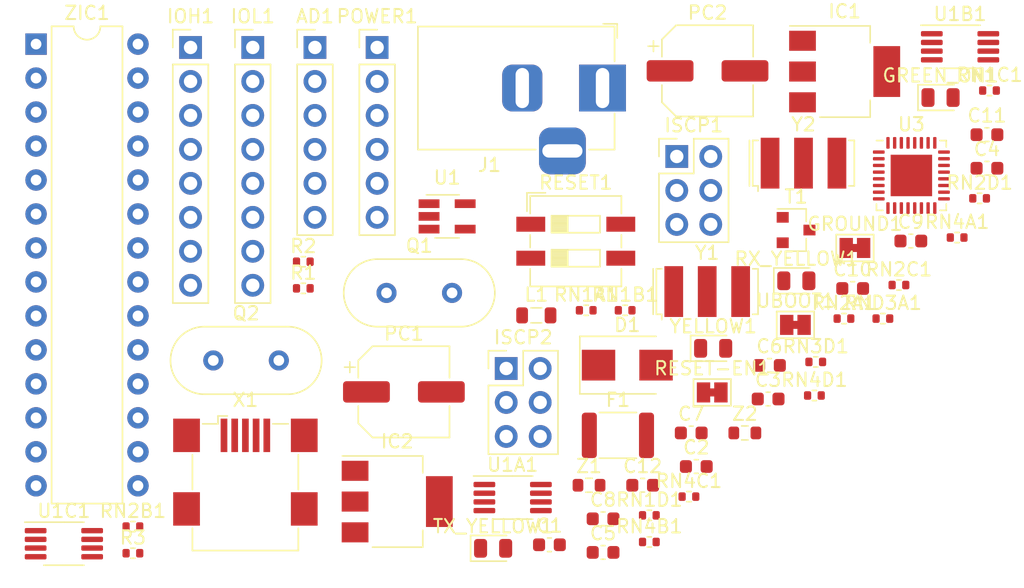
<source format=kicad_pcb>
(kicad_pcb (version 20171130) (host pcbnew "(5.1.9)-1")

  (general
    (thickness 1.6)
    (drawings 0)
    (tracks 0)
    (zones 0)
    (modules 65)
    (nets 57)
  )

  (page A4)
  (layers
    (0 F.Cu signal)
    (31 B.Cu signal)
    (32 B.Adhes user)
    (33 F.Adhes user)
    (34 B.Paste user)
    (35 F.Paste user)
    (36 B.SilkS user)
    (37 F.SilkS user)
    (38 B.Mask user)
    (39 F.Mask user)
    (40 Dwgs.User user)
    (41 Cmts.User user)
    (42 Eco1.User user)
    (43 Eco2.User user)
    (44 Edge.Cuts user)
    (45 Margin user)
    (46 B.CrtYd user)
    (47 F.CrtYd user)
    (48 B.Fab user)
    (49 F.Fab user)
  )

  (setup
    (last_trace_width 0.25)
    (trace_clearance 0.2)
    (zone_clearance 0.508)
    (zone_45_only no)
    (trace_min 0.2)
    (via_size 0.8)
    (via_drill 0.4)
    (via_min_size 0.4)
    (via_min_drill 0.3)
    (uvia_size 0.3)
    (uvia_drill 0.1)
    (uvias_allowed no)
    (uvia_min_size 0.2)
    (uvia_min_drill 0.1)
    (edge_width 0.05)
    (segment_width 0.2)
    (pcb_text_width 0.3)
    (pcb_text_size 1.5 1.5)
    (mod_edge_width 0.12)
    (mod_text_size 1 1)
    (mod_text_width 0.15)
    (pad_size 1.524 1.524)
    (pad_drill 0.762)
    (pad_to_mask_clearance 0)
    (aux_axis_origin 0 0)
    (visible_elements FFFFFF7F)
    (pcbplotparams
      (layerselection 0x010fc_ffffffff)
      (usegerberextensions false)
      (usegerberattributes true)
      (usegerberadvancedattributes true)
      (creategerberjobfile true)
      (excludeedgelayer true)
      (linewidth 0.100000)
      (plotframeref false)
      (viasonmask false)
      (mode 1)
      (useauxorigin false)
      (hpglpennumber 1)
      (hpglpenspeed 20)
      (hpglpendiameter 15.000000)
      (psnegative false)
      (psa4output false)
      (plotreference true)
      (plotvalue true)
      (plotinvisibletext false)
      (padsonsilk false)
      (subtractmaskfromsilk false)
      (outputformat 1)
      (mirror false)
      (drillshape 1)
      (scaleselection 1)
      (outputdirectory ""))
  )

  (net 0 "")
  (net 1 /AD5)
  (net 2 /AD4)
  (net 3 /AD3)
  (net 4 /AD2)
  (net 5 /AD1)
  (net 6 /AD0)
  (net 7 +5V)
  (net 8 GND)
  (net 9 /+3V3)
  (net 10 /AREF)
  (net 11 /DTR)
  (net 12 /RESET)
  (net 13 /UGND)
  (net 14 /VUCAP)
  (net 15 /XT1)
  (net 16 /XTAL1)
  (net 17 /XT2)
  (net 18 /XTAL2)
  (net 19 /PWRIM)
  (net 20 /VIN)
  (net 21 /XUSB)
  (net 22 /USBVCC)
  (net 23 "Net-(GREEN_ON1-Pad2)")
  (net 24 /SCK)
  (net 25 /MISO)
  (net 26 /MOSI)
  (net 27 /SS)
  (net 28 /IO9)
  (net 29 /IO8)
  (net 30 /IO7)
  (net 31 /IO6)
  (net 32 /IO5)
  (net 33 /IO4)
  (net 34 /IO3)
  (net 35 /IO2)
  (net 36 /IO1)
  (net 37 /IO0)
  (net 38 /RESET2)
  (net 39 /MOSI2)
  (net 40 /SCK2)
  (net 41 /MISO2)
  (net 42 /USHIELD)
  (net 43 "Net-(R1-Pad2)")
  (net 44 "Net-(R1-Pad1)")
  (net 45 "Net-(R3-Pad1)")
  (net 46 /CMP)
  (net 47 "Net-(RN2A1-Pad1)")
  (net 48 "Net-(RN2C1-Pad2)")
  (net 49 "Net-(RN2D1-Pad2)")
  (net 50 /D+)
  (net 51 /M8TXD)
  (net 52 /M8RXD)
  (net 53 /RD-)
  (net 54 /D-)
  (net 55 /RXLED)
  (net 56 /TXLED)

  (net_class Default "This is the default net class."
    (clearance 0.2)
    (trace_width 0.25)
    (via_dia 0.8)
    (via_drill 0.4)
    (uvia_dia 0.3)
    (uvia_drill 0.1)
    (add_net +5V)
    (add_net /+3V3)
    (add_net /AD0)
    (add_net /AD1)
    (add_net /AD2)
    (add_net /AD3)
    (add_net /AD4)
    (add_net /AD5)
    (add_net /AREF)
    (add_net /CMP)
    (add_net /D+)
    (add_net /D-)
    (add_net /DTR)
    (add_net /IO0)
    (add_net /IO1)
    (add_net /IO2)
    (add_net /IO3)
    (add_net /IO4)
    (add_net /IO5)
    (add_net /IO6)
    (add_net /IO7)
    (add_net /IO8)
    (add_net /IO9)
    (add_net /M8RXD)
    (add_net /M8TXD)
    (add_net /MISO)
    (add_net /MISO2)
    (add_net /MOSI)
    (add_net /MOSI2)
    (add_net /PWRIM)
    (add_net /RD-)
    (add_net /RESET)
    (add_net /RESET2)
    (add_net /RXLED)
    (add_net /SCK)
    (add_net /SCK2)
    (add_net /SS)
    (add_net /TXLED)
    (add_net /UGND)
    (add_net /USBVCC)
    (add_net /USHIELD)
    (add_net /VIN)
    (add_net /VUCAP)
    (add_net /XT1)
    (add_net /XT2)
    (add_net /XTAL1)
    (add_net /XTAL2)
    (add_net /XUSB)
    (add_net GND)
    (add_net "Net-(GREEN_ON1-Pad2)")
    (add_net "Net-(R1-Pad1)")
    (add_net "Net-(R1-Pad2)")
    (add_net "Net-(R3-Pad1)")
    (add_net "Net-(RN2A1-Pad1)")
    (add_net "Net-(RN2C1-Pad2)")
    (add_net "Net-(RN2D1-Pad2)")
    (add_net "Net-(U1-Pad4)")
    (add_net "Net-(U1B1-Pad7)")
    (add_net "Net-(U3-Pad12)")
    (add_net "Net-(U3-Pad14)")
    (add_net "Net-(U3-Pad18)")
    (add_net "Net-(U3-Pad19)")
    (add_net "Net-(U3-Pad20)")
    (add_net "Net-(U3-Pad21)")
    (add_net "Net-(U3-Pad22)")
    (add_net "Net-(U3-Pad23)")
    (add_net "Net-(U3-Pad25)")
    (add_net "Net-(U3-Pad26)")
    (add_net "Net-(U3-Pad5)")
    (add_net "Net-(U3-Pad6)")
    (add_net "Net-(U3-Pad7)")
  )

  (module Package_DIP:DIP-28_W7.62mm (layer F.Cu) (tedit 5A02E8C5) (tstamp 65692F65)
    (at 49.15 50.75)
    (descr "28-lead though-hole mounted DIP package, row spacing 7.62 mm (300 mils)")
    (tags "THT DIP DIL PDIP 2.54mm 7.62mm 300mil")
    (path /6566E9C4)
    (fp_text reference ZIC1 (at 3.81 -2.33) (layer F.SilkS)
      (effects (font (size 1 1) (thickness 0.15)))
    )
    (fp_text value ATmega328P-PU (at 3.81 35.35) (layer F.Fab)
      (effects (font (size 1 1) (thickness 0.15)))
    )
    (fp_text user %R (at 3.81 16.51) (layer F.Fab)
      (effects (font (size 1 1) (thickness 0.15)))
    )
    (fp_arc (start 3.81 -1.33) (end 2.81 -1.33) (angle -180) (layer F.SilkS) (width 0.12))
    (fp_line (start 1.635 -1.27) (end 6.985 -1.27) (layer F.Fab) (width 0.1))
    (fp_line (start 6.985 -1.27) (end 6.985 34.29) (layer F.Fab) (width 0.1))
    (fp_line (start 6.985 34.29) (end 0.635 34.29) (layer F.Fab) (width 0.1))
    (fp_line (start 0.635 34.29) (end 0.635 -0.27) (layer F.Fab) (width 0.1))
    (fp_line (start 0.635 -0.27) (end 1.635 -1.27) (layer F.Fab) (width 0.1))
    (fp_line (start 2.81 -1.33) (end 1.16 -1.33) (layer F.SilkS) (width 0.12))
    (fp_line (start 1.16 -1.33) (end 1.16 34.35) (layer F.SilkS) (width 0.12))
    (fp_line (start 1.16 34.35) (end 6.46 34.35) (layer F.SilkS) (width 0.12))
    (fp_line (start 6.46 34.35) (end 6.46 -1.33) (layer F.SilkS) (width 0.12))
    (fp_line (start 6.46 -1.33) (end 4.81 -1.33) (layer F.SilkS) (width 0.12))
    (fp_line (start -1.1 -1.55) (end -1.1 34.55) (layer F.CrtYd) (width 0.05))
    (fp_line (start -1.1 34.55) (end 8.7 34.55) (layer F.CrtYd) (width 0.05))
    (fp_line (start 8.7 34.55) (end 8.7 -1.55) (layer F.CrtYd) (width 0.05))
    (fp_line (start 8.7 -1.55) (end -1.1 -1.55) (layer F.CrtYd) (width 0.05))
    (pad 28 thru_hole oval (at 7.62 0) (size 1.6 1.6) (drill 0.8) (layers *.Cu *.Mask)
      (net 1 /AD5))
    (pad 14 thru_hole oval (at 0 33.02) (size 1.6 1.6) (drill 0.8) (layers *.Cu *.Mask)
      (net 29 /IO8))
    (pad 27 thru_hole oval (at 7.62 2.54) (size 1.6 1.6) (drill 0.8) (layers *.Cu *.Mask)
      (net 2 /AD4))
    (pad 13 thru_hole oval (at 0 30.48) (size 1.6 1.6) (drill 0.8) (layers *.Cu *.Mask)
      (net 30 /IO7))
    (pad 26 thru_hole oval (at 7.62 5.08) (size 1.6 1.6) (drill 0.8) (layers *.Cu *.Mask)
      (net 3 /AD3))
    (pad 12 thru_hole oval (at 0 27.94) (size 1.6 1.6) (drill 0.8) (layers *.Cu *.Mask)
      (net 31 /IO6))
    (pad 25 thru_hole oval (at 7.62 7.62) (size 1.6 1.6) (drill 0.8) (layers *.Cu *.Mask)
      (net 4 /AD2))
    (pad 11 thru_hole oval (at 0 25.4) (size 1.6 1.6) (drill 0.8) (layers *.Cu *.Mask)
      (net 32 /IO5))
    (pad 24 thru_hole oval (at 7.62 10.16) (size 1.6 1.6) (drill 0.8) (layers *.Cu *.Mask)
      (net 5 /AD1))
    (pad 10 thru_hole oval (at 0 22.86) (size 1.6 1.6) (drill 0.8) (layers *.Cu *.Mask)
      (net 18 /XTAL2))
    (pad 23 thru_hole oval (at 7.62 12.7) (size 1.6 1.6) (drill 0.8) (layers *.Cu *.Mask)
      (net 6 /AD0))
    (pad 9 thru_hole oval (at 0 20.32) (size 1.6 1.6) (drill 0.8) (layers *.Cu *.Mask)
      (net 16 /XTAL1))
    (pad 22 thru_hole oval (at 7.62 15.24) (size 1.6 1.6) (drill 0.8) (layers *.Cu *.Mask)
      (net 8 GND))
    (pad 8 thru_hole oval (at 0 17.78) (size 1.6 1.6) (drill 0.8) (layers *.Cu *.Mask)
      (net 8 GND))
    (pad 21 thru_hole oval (at 7.62 17.78) (size 1.6 1.6) (drill 0.8) (layers *.Cu *.Mask)
      (net 10 /AREF))
    (pad 7 thru_hole oval (at 0 15.24) (size 1.6 1.6) (drill 0.8) (layers *.Cu *.Mask)
      (net 7 +5V))
    (pad 20 thru_hole oval (at 7.62 20.32) (size 1.6 1.6) (drill 0.8) (layers *.Cu *.Mask)
      (net 7 +5V))
    (pad 6 thru_hole oval (at 0 12.7) (size 1.6 1.6) (drill 0.8) (layers *.Cu *.Mask)
      (net 33 /IO4))
    (pad 19 thru_hole oval (at 7.62 22.86) (size 1.6 1.6) (drill 0.8) (layers *.Cu *.Mask)
      (net 24 /SCK))
    (pad 5 thru_hole oval (at 0 10.16) (size 1.6 1.6) (drill 0.8) (layers *.Cu *.Mask)
      (net 34 /IO3))
    (pad 18 thru_hole oval (at 7.62 25.4) (size 1.6 1.6) (drill 0.8) (layers *.Cu *.Mask)
      (net 25 /MISO))
    (pad 4 thru_hole oval (at 0 7.62) (size 1.6 1.6) (drill 0.8) (layers *.Cu *.Mask)
      (net 35 /IO2))
    (pad 17 thru_hole oval (at 7.62 27.94) (size 1.6 1.6) (drill 0.8) (layers *.Cu *.Mask)
      (net 26 /MOSI))
    (pad 3 thru_hole oval (at 0 5.08) (size 1.6 1.6) (drill 0.8) (layers *.Cu *.Mask)
      (net 36 /IO1))
    (pad 16 thru_hole oval (at 7.62 30.48) (size 1.6 1.6) (drill 0.8) (layers *.Cu *.Mask)
      (net 27 /SS))
    (pad 2 thru_hole oval (at 0 2.54) (size 1.6 1.6) (drill 0.8) (layers *.Cu *.Mask)
      (net 37 /IO0))
    (pad 15 thru_hole oval (at 7.62 33.02) (size 1.6 1.6) (drill 0.8) (layers *.Cu *.Mask)
      (net 28 /IO9))
    (pad 1 thru_hole rect (at 0 0) (size 1.6 1.6) (drill 0.8) (layers *.Cu *.Mask)
      (net 12 /RESET))
    (model ${KISYS3DMOD}/Package_DIP.3dshapes/DIP-28_W7.62mm.wrl
      (at (xyz 0 0 0))
      (scale (xyz 1 1 1))
      (rotate (xyz 0 0 0))
    )
  )

  (module Resistor_SMD:R_0603_1608Metric (layer F.Cu) (tedit 5F68FEEE) (tstamp 65692F35)
    (at 102.14 79.82)
    (descr "Resistor SMD 0603 (1608 Metric), square (rectangular) end terminal, IPC_7351 nominal, (Body size source: IPC-SM-782 page 72, https://www.pcb-3d.com/wordpress/wp-content/uploads/ipc-sm-782a_amendment_1_and_2.pdf), generated with kicad-footprint-generator")
    (tags resistor)
    (path /656FBE9D)
    (attr smd)
    (fp_text reference Z2 (at 0 -1.43) (layer F.SilkS)
      (effects (font (size 1 1) (thickness 0.15)))
    )
    (fp_text value PGB1010604 (at 0 1.43) (layer F.Fab)
      (effects (font (size 1 1) (thickness 0.15)))
    )
    (fp_text user %R (at 0 0) (layer F.Fab)
      (effects (font (size 0.4 0.4) (thickness 0.06)))
    )
    (fp_line (start -0.8 0.4125) (end -0.8 -0.4125) (layer F.Fab) (width 0.1))
    (fp_line (start -0.8 -0.4125) (end 0.8 -0.4125) (layer F.Fab) (width 0.1))
    (fp_line (start 0.8 -0.4125) (end 0.8 0.4125) (layer F.Fab) (width 0.1))
    (fp_line (start 0.8 0.4125) (end -0.8 0.4125) (layer F.Fab) (width 0.1))
    (fp_line (start -0.237258 -0.5225) (end 0.237258 -0.5225) (layer F.SilkS) (width 0.12))
    (fp_line (start -0.237258 0.5225) (end 0.237258 0.5225) (layer F.SilkS) (width 0.12))
    (fp_line (start -1.48 0.73) (end -1.48 -0.73) (layer F.CrtYd) (width 0.05))
    (fp_line (start -1.48 -0.73) (end 1.48 -0.73) (layer F.CrtYd) (width 0.05))
    (fp_line (start 1.48 -0.73) (end 1.48 0.73) (layer F.CrtYd) (width 0.05))
    (fp_line (start 1.48 0.73) (end -1.48 0.73) (layer F.CrtYd) (width 0.05))
    (pad 2 smd roundrect (at 0.825 0) (size 0.8 0.95) (layers F.Cu F.Paste F.Mask) (roundrect_rratio 0.25)
      (net 42 /USHIELD))
    (pad 1 smd roundrect (at -0.825 0) (size 0.8 0.95) (layers F.Cu F.Paste F.Mask) (roundrect_rratio 0.25)
      (net 54 /D-))
    (model ${KISYS3DMOD}/Resistor_SMD.3dshapes/R_0603_1608Metric.wrl
      (at (xyz 0 0 0))
      (scale (xyz 1 1 1))
      (rotate (xyz 0 0 0))
    )
  )

  (module Resistor_SMD:R_0603_1608Metric (layer F.Cu) (tedit 5F68FEEE) (tstamp 65692F24)
    (at 90.49 83.73)
    (descr "Resistor SMD 0603 (1608 Metric), square (rectangular) end terminal, IPC_7351 nominal, (Body size source: IPC-SM-782 page 72, https://www.pcb-3d.com/wordpress/wp-content/uploads/ipc-sm-782a_amendment_1_and_2.pdf), generated with kicad-footprint-generator")
    (tags resistor)
    (path /656E925A)
    (attr smd)
    (fp_text reference Z1 (at 0 -1.43) (layer F.SilkS)
      (effects (font (size 1 1) (thickness 0.15)))
    )
    (fp_text value PGB1010604 (at 0 1.43) (layer F.Fab)
      (effects (font (size 1 1) (thickness 0.15)))
    )
    (fp_text user %R (at 0 0) (layer F.Fab)
      (effects (font (size 0.4 0.4) (thickness 0.06)))
    )
    (fp_line (start -0.8 0.4125) (end -0.8 -0.4125) (layer F.Fab) (width 0.1))
    (fp_line (start -0.8 -0.4125) (end 0.8 -0.4125) (layer F.Fab) (width 0.1))
    (fp_line (start 0.8 -0.4125) (end 0.8 0.4125) (layer F.Fab) (width 0.1))
    (fp_line (start 0.8 0.4125) (end -0.8 0.4125) (layer F.Fab) (width 0.1))
    (fp_line (start -0.237258 -0.5225) (end 0.237258 -0.5225) (layer F.SilkS) (width 0.12))
    (fp_line (start -0.237258 0.5225) (end 0.237258 0.5225) (layer F.SilkS) (width 0.12))
    (fp_line (start -1.48 0.73) (end -1.48 -0.73) (layer F.CrtYd) (width 0.05))
    (fp_line (start -1.48 -0.73) (end 1.48 -0.73) (layer F.CrtYd) (width 0.05))
    (fp_line (start 1.48 -0.73) (end 1.48 0.73) (layer F.CrtYd) (width 0.05))
    (fp_line (start 1.48 0.73) (end -1.48 0.73) (layer F.CrtYd) (width 0.05))
    (pad 2 smd roundrect (at 0.825 0) (size 0.8 0.95) (layers F.Cu F.Paste F.Mask) (roundrect_rratio 0.25)
      (net 42 /USHIELD))
    (pad 1 smd roundrect (at -0.825 0) (size 0.8 0.95) (layers F.Cu F.Paste F.Mask) (roundrect_rratio 0.25)
      (net 50 /D+))
    (model ${KISYS3DMOD}/Resistor_SMD.3dshapes/R_0603_1608Metric.wrl
      (at (xyz 0 0 0))
      (scale (xyz 1 1 1))
      (rotate (xyz 0 0 0))
    )
  )

  (module LED_SMD:LED_0805_2012Metric (layer F.Cu) (tedit 5F68FEF1) (tstamp 65692F13)
    (at 99.77 73.495)
    (descr "LED SMD 0805 (2012 Metric), square (rectangular) end terminal, IPC_7351 nominal, (Body size source: https://docs.google.com/spreadsheets/d/1BsfQQcO9C6DZCsRaXUlFlo91Tg2WpOkGARC1WS5S8t0/edit?usp=sharing), generated with kicad-footprint-generator")
    (tags LED)
    (path /6569455B)
    (attr smd)
    (fp_text reference YELLOW1 (at 0 -1.65) (layer F.SilkS)
      (effects (font (size 1 1) (thickness 0.15)))
    )
    (fp_text value LED (at 0 1.65) (layer F.Fab)
      (effects (font (size 1 1) (thickness 0.15)))
    )
    (fp_text user %R (at 0 0) (layer F.Fab)
      (effects (font (size 0.5 0.5) (thickness 0.08)))
    )
    (fp_line (start 1 -0.6) (end -0.7 -0.6) (layer F.Fab) (width 0.1))
    (fp_line (start -0.7 -0.6) (end -1 -0.3) (layer F.Fab) (width 0.1))
    (fp_line (start -1 -0.3) (end -1 0.6) (layer F.Fab) (width 0.1))
    (fp_line (start -1 0.6) (end 1 0.6) (layer F.Fab) (width 0.1))
    (fp_line (start 1 0.6) (end 1 -0.6) (layer F.Fab) (width 0.1))
    (fp_line (start 1 -0.96) (end -1.685 -0.96) (layer F.SilkS) (width 0.12))
    (fp_line (start -1.685 -0.96) (end -1.685 0.96) (layer F.SilkS) (width 0.12))
    (fp_line (start -1.685 0.96) (end 1 0.96) (layer F.SilkS) (width 0.12))
    (fp_line (start -1.68 0.95) (end -1.68 -0.95) (layer F.CrtYd) (width 0.05))
    (fp_line (start -1.68 -0.95) (end 1.68 -0.95) (layer F.CrtYd) (width 0.05))
    (fp_line (start 1.68 -0.95) (end 1.68 0.95) (layer F.CrtYd) (width 0.05))
    (fp_line (start 1.68 0.95) (end -1.68 0.95) (layer F.CrtYd) (width 0.05))
    (pad 2 smd roundrect (at 0.9375 0) (size 0.975 1.4) (layers F.Cu F.Paste F.Mask) (roundrect_rratio 0.25)
      (net 47 "Net-(RN2A1-Pad1)"))
    (pad 1 smd roundrect (at -0.9375 0) (size 0.975 1.4) (layers F.Cu F.Paste F.Mask) (roundrect_rratio 0.25)
      (net 8 GND))
    (model ${KISYS3DMOD}/LED_SMD.3dshapes/LED_0805_2012Metric.wrl
      (at (xyz 0 0 0))
      (scale (xyz 1 1 1))
      (rotate (xyz 0 0 0))
    )
  )

  (module Crystal:Resonator_SMD-3Pin_7.2x3.0mm (layer F.Cu) (tedit 5A0FD1B2) (tstamp 65692F00)
    (at 106.525 59.65)
    (descr "SMD Resomator/Filter 7.2x3.0mm, Murata CSTCC8M00G53-R0; 8MHz resonator, SMD, Farnell (Element 14) #1170435, http://www.farnell.com/datasheets/19296.pdf?_ga=1.247244932.122297557.1475167906, 7.2x3.0mm^2 package")
    (tags "SMD SMT ceramic resonator filter filter")
    (path /6565E950)
    (attr smd)
    (fp_text reference Y2 (at 0 -2.9) (layer F.SilkS)
      (effects (font (size 1 1) (thickness 0.15)))
    )
    (fp_text value 16MHz (at 0 2.9) (layer F.Fab)
      (effects (font (size 1 1) (thickness 0.15)))
    )
    (fp_text user %R (at 0 0) (layer F.Fab)
      (effects (font (size 1 1) (thickness 0.15)))
    )
    (fp_line (start -3.6 -1.5) (end -3.6 1.5) (layer F.Fab) (width 0.1))
    (fp_line (start -3.6 1.5) (end 3.6 1.5) (layer F.Fab) (width 0.1))
    (fp_line (start 3.6 1.5) (end 3.6 -1.5) (layer F.Fab) (width 0.1))
    (fp_line (start 3.6 -1.5) (end -3.6 -1.5) (layer F.Fab) (width 0.1))
    (fp_line (start -3.6 0.5) (end -2.6 1.5) (layer F.Fab) (width 0.1))
    (fp_line (start 3.4 -1.7) (end 3.8 -1.7) (layer F.SilkS) (width 0.12))
    (fp_line (start 3.8 -1.7) (end 3.8 1.7) (layer F.SilkS) (width 0.12))
    (fp_line (start 3.8 1.7) (end 3.4 1.7) (layer F.SilkS) (width 0.12))
    (fp_line (start -4.04 -1.7) (end -4.04 1.7) (layer F.SilkS) (width 0.12))
    (fp_line (start -3.4 2.1) (end -3.4 1.7) (layer F.SilkS) (width 0.12))
    (fp_line (start -3.4 1.7) (end -3.8 1.7) (layer F.SilkS) (width 0.12))
    (fp_line (start -3.8 1.7) (end -3.8 -1.7) (layer F.SilkS) (width 0.12))
    (fp_line (start -3.8 -1.7) (end -3.4 -1.7) (layer F.SilkS) (width 0.12))
    (fp_line (start -3.9 -2.2) (end -3.9 2.2) (layer F.CrtYd) (width 0.05))
    (fp_line (start -3.9 2.2) (end 3.9 2.2) (layer F.CrtYd) (width 0.05))
    (fp_line (start 3.9 2.2) (end 3.9 -2.2) (layer F.CrtYd) (width 0.05))
    (fp_line (start 3.9 -2.2) (end -3.9 -2.2) (layer F.CrtYd) (width 0.05))
    (pad 3 smd rect (at 2.5 0) (size 1.4 3.8) (layers F.Cu F.Paste F.Mask)
      (net 16 /XTAL1))
    (pad 2 smd rect (at 0 0) (size 1.4 3.8) (layers F.Cu F.Paste F.Mask)
      (net 8 GND))
    (pad 1 smd rect (at -2.5 0) (size 1.4 3.8) (layers F.Cu F.Paste F.Mask)
      (net 18 /XTAL2))
    (model ${KISYS3DMOD}/Crystal.3dshapes/Resonator_SMD-3Pin_7.2x3.0mm.wrl
      (at (xyz 0 0 0))
      (scale (xyz 1 1 1))
      (rotate (xyz 0 0 0))
    )
  )

  (module Crystal:Resonator_SMD-3Pin_7.2x3.0mm (layer F.Cu) (tedit 5A0FD1B2) (tstamp 65692EE7)
    (at 99.325 69.25)
    (descr "SMD Resomator/Filter 7.2x3.0mm, Murata CSTCC8M00G53-R0; 8MHz resonator, SMD, Farnell (Element 14) #1170435, http://www.farnell.com/datasheets/19296.pdf?_ga=1.247244932.122297557.1475167906, 7.2x3.0mm^2 package")
    (tags "SMD SMT ceramic resonator filter filter")
    (path /656C0313)
    (attr smd)
    (fp_text reference Y1 (at 0 -2.9) (layer F.SilkS)
      (effects (font (size 1 1) (thickness 0.15)))
    )
    (fp_text value 16MHz (at 0 2.9) (layer F.Fab)
      (effects (font (size 1 1) (thickness 0.15)))
    )
    (fp_text user %R (at 0 0) (layer F.Fab)
      (effects (font (size 1 1) (thickness 0.15)))
    )
    (fp_line (start -3.6 -1.5) (end -3.6 1.5) (layer F.Fab) (width 0.1))
    (fp_line (start -3.6 1.5) (end 3.6 1.5) (layer F.Fab) (width 0.1))
    (fp_line (start 3.6 1.5) (end 3.6 -1.5) (layer F.Fab) (width 0.1))
    (fp_line (start 3.6 -1.5) (end -3.6 -1.5) (layer F.Fab) (width 0.1))
    (fp_line (start -3.6 0.5) (end -2.6 1.5) (layer F.Fab) (width 0.1))
    (fp_line (start 3.4 -1.7) (end 3.8 -1.7) (layer F.SilkS) (width 0.12))
    (fp_line (start 3.8 -1.7) (end 3.8 1.7) (layer F.SilkS) (width 0.12))
    (fp_line (start 3.8 1.7) (end 3.4 1.7) (layer F.SilkS) (width 0.12))
    (fp_line (start -4.04 -1.7) (end -4.04 1.7) (layer F.SilkS) (width 0.12))
    (fp_line (start -3.4 2.1) (end -3.4 1.7) (layer F.SilkS) (width 0.12))
    (fp_line (start -3.4 1.7) (end -3.8 1.7) (layer F.SilkS) (width 0.12))
    (fp_line (start -3.8 1.7) (end -3.8 -1.7) (layer F.SilkS) (width 0.12))
    (fp_line (start -3.8 -1.7) (end -3.4 -1.7) (layer F.SilkS) (width 0.12))
    (fp_line (start -3.9 -2.2) (end -3.9 2.2) (layer F.CrtYd) (width 0.05))
    (fp_line (start -3.9 2.2) (end 3.9 2.2) (layer F.CrtYd) (width 0.05))
    (fp_line (start 3.9 2.2) (end 3.9 -2.2) (layer F.CrtYd) (width 0.05))
    (fp_line (start 3.9 -2.2) (end -3.9 -2.2) (layer F.CrtYd) (width 0.05))
    (pad 3 smd rect (at 2.5 0) (size 1.4 3.8) (layers F.Cu F.Paste F.Mask)
      (net 44 "Net-(R1-Pad1)"))
    (pad 2 smd rect (at 0 0) (size 1.4 3.8) (layers F.Cu F.Paste F.Mask)
      (net 8 GND))
    (pad 1 smd rect (at -2.5 0) (size 1.4 3.8) (layers F.Cu F.Paste F.Mask)
      (net 43 "Net-(R1-Pad2)"))
    (model ${KISYS3DMOD}/Crystal.3dshapes/Resonator_SMD-3Pin_7.2x3.0mm.wrl
      (at (xyz 0 0 0))
      (scale (xyz 1 1 1))
      (rotate (xyz 0 0 0))
    )
  )

  (module Connector_USB:USB_Mini-B_Wuerth_65100516121_Horizontal (layer F.Cu) (tedit 5D90ED94) (tstamp 65692ECE)
    (at 64.8 82.6)
    (descr "Mini USB 2.0 Type B SMT Horizontal 5 Contacts (https://katalog.we-online.de/em/datasheet/65100516121.pdf)")
    (tags "Mini USB 2.0 Type B")
    (path /656DFAA0)
    (attr smd)
    (fp_text reference X1 (at 0 -5.25) (layer F.SilkS)
      (effects (font (size 1 1) (thickness 0.15)))
    )
    (fp_text value USB_B (at 0 7.35) (layer F.Fab)
      (effects (font (size 1 1) (thickness 0.15)))
    )
    (fp_text user %R (at 0 0) (layer F.Fab)
      (effects (font (size 1 1) (thickness 0.15)))
    )
    (fp_line (start -3.85 -3.35) (end -1.9 -3.35) (layer F.Fab) (width 0.1))
    (fp_line (start 3.85 -3.35) (end 3.85 5.9) (layer F.Fab) (width 0.1))
    (fp_line (start 3.85 5.9) (end -3.85 5.9) (layer F.Fab) (width 0.1))
    (fp_line (start -3.85 5.9) (end -3.85 -3.35) (layer F.Fab) (width 0.1))
    (fp_line (start -3.96 1.45) (end -3.96 -1.15) (layer F.SilkS) (width 0.12))
    (fp_line (start 3.96 -1.15) (end 3.96 1.45) (layer F.SilkS) (width 0.12))
    (fp_line (start -3.2 -3.46) (end -2.05 -3.46) (layer F.SilkS) (width 0.12))
    (fp_line (start -2.05 -3.46) (end -2.05 -4.05) (layer F.SilkS) (width 0.12))
    (fp_line (start -2.05 -4.05) (end -1.35 -4.05) (layer F.SilkS) (width 0.12))
    (fp_line (start 2.05 -3.46) (end 3.2 -3.46) (layer F.SilkS) (width 0.12))
    (fp_line (start -3.96 4.35) (end -3.96 6.01) (layer F.SilkS) (width 0.12))
    (fp_line (start -3.96 6.01) (end 3.96 6.01) (layer F.SilkS) (width 0.12))
    (fp_line (start 3.96 6.01) (end 3.96 4.35) (layer F.SilkS) (width 0.12))
    (fp_line (start -5.9 -0.85) (end -5.9 -4.35) (layer F.CrtYd) (width 0.05))
    (fp_line (start -5.9 -4.35) (end 5.9 -4.35) (layer F.CrtYd) (width 0.05))
    (fp_line (start 5.9 -4.35) (end 5.9 -0.85) (layer F.CrtYd) (width 0.05))
    (fp_line (start 4.35 6.4) (end -4.35 6.4) (layer F.CrtYd) (width 0.05))
    (fp_line (start -1.9 -3.35) (end -1.6 -2.85) (layer F.Fab) (width 0.1))
    (fp_line (start -1.6 -2.85) (end -1.3 -3.35) (layer F.Fab) (width 0.1))
    (fp_line (start -1.3 -3.35) (end 3.85 -3.35) (layer F.Fab) (width 0.1))
    (fp_line (start -4.35 6.4) (end -4.35 4.65) (layer F.CrtYd) (width 0.05))
    (fp_line (start 4.35 4.65) (end 4.35 6.4) (layer F.CrtYd) (width 0.05))
    (fp_line (start -4.35 1.15) (end -4.35 -0.85) (layer F.CrtYd) (width 0.05))
    (fp_line (start 4.35 -0.85) (end 4.35 1.15) (layer F.CrtYd) (width 0.05))
    (fp_line (start 5.9 4.65) (end 4.35 4.65) (layer F.CrtYd) (width 0.05))
    (fp_line (start 4.35 1.15) (end 5.9 1.15) (layer F.CrtYd) (width 0.05))
    (fp_line (start 5.9 -0.85) (end 4.35 -0.85) (layer F.CrtYd) (width 0.05))
    (fp_line (start 5.9 1.15) (end 5.9 4.65) (layer F.CrtYd) (width 0.05))
    (fp_line (start -4.35 4.65) (end -5.89 4.65) (layer F.CrtYd) (width 0.05))
    (fp_line (start -5.9 1.15) (end -4.35 1.15) (layer F.CrtYd) (width 0.05))
    (fp_line (start -4.35 -0.85) (end -5.9 -0.85) (layer F.CrtYd) (width 0.05))
    (fp_line (start -5.89 4.65) (end -5.9 1.15) (layer F.CrtYd) (width 0.05))
    (pad "" np_thru_hole circle (at 2.2 0) (size 0.9 0.9) (drill 0.9) (layers *.Cu *.Mask))
    (pad "" np_thru_hole circle (at -2.2 0) (size 0.9 0.9) (drill 0.9) (layers *.Cu *.Mask))
    (pad 5 smd rect (at 1.6 -2.6) (size 0.5 2.5) (layers F.Cu F.Paste F.Mask)
      (net 42 /USHIELD))
    (pad 4 smd rect (at 0.8 -2.6) (size 0.5 2.5) (layers F.Cu F.Paste F.Mask)
      (net 13 /UGND))
    (pad 3 smd rect (at 0 -2.6) (size 0.5 2.5) (layers F.Cu F.Paste F.Mask)
      (net 50 /D+))
    (pad 2 smd rect (at -0.8 -2.6) (size 0.5 2.5) (layers F.Cu F.Paste F.Mask)
      (net 54 /D-))
    (pad 1 smd rect (at -1.6 -2.6) (size 0.5 2.5) (layers F.Cu F.Paste F.Mask)
      (net 21 /XUSB))
    (pad 6 smd rect (at 4.4 -2.6) (size 2 2.5) (layers F.Cu F.Paste F.Mask))
    (pad 6 smd rect (at -4.4 -2.6) (size 2 2.5) (layers F.Cu F.Paste F.Mask))
    (pad 6 smd rect (at 4.4 2.9) (size 2 2.5) (layers F.Cu F.Paste F.Mask))
    (pad 6 smd rect (at -4.4 2.9) (size 2 2.5) (layers F.Cu F.Paste F.Mask))
    (model ${KISYS3DMOD}/Connector_USB.3dshapes/USB_Mini-B_Wuerth_65100516121_Horizontal.wrl
      (at (xyz 0 0 0))
      (scale (xyz 1 1 1))
      (rotate (xyz 0 0 0))
    )
  )

  (module Jumper:SolderJumper-2_P1.3mm_Bridged_Pad1.0x1.5mm (layer F.Cu) (tedit 5C756AB2) (tstamp 65692E9E)
    (at 105.92 71.74)
    (descr "SMD Solder Jumper, 1x1.5mm Pads, 0.3mm gap, bridged with 1 copper strip")
    (tags "solder jumper open")
    (path /656AFFC2)
    (attr virtual)
    (fp_text reference UBOOT1 (at 0 -1.8) (layer F.SilkS)
      (effects (font (size 1 1) (thickness 0.15)))
    )
    (fp_text value SolderJumper_2_Bridged (at 0 1.9) (layer F.Fab)
      (effects (font (size 1 1) (thickness 0.15)))
    )
    (fp_line (start -1.4 1) (end -1.4 -1) (layer F.SilkS) (width 0.12))
    (fp_line (start 1.4 1) (end -1.4 1) (layer F.SilkS) (width 0.12))
    (fp_line (start 1.4 -1) (end 1.4 1) (layer F.SilkS) (width 0.12))
    (fp_line (start -1.4 -1) (end 1.4 -1) (layer F.SilkS) (width 0.12))
    (fp_line (start -1.65 -1.25) (end 1.65 -1.25) (layer F.CrtYd) (width 0.05))
    (fp_line (start -1.65 -1.25) (end -1.65 1.25) (layer F.CrtYd) (width 0.05))
    (fp_line (start 1.65 1.25) (end 1.65 -1.25) (layer F.CrtYd) (width 0.05))
    (fp_line (start 1.65 1.25) (end -1.65 1.25) (layer F.CrtYd) (width 0.05))
    (fp_poly (pts (xy -0.25 -0.3) (xy 0.25 -0.3) (xy 0.25 0.3) (xy -0.25 0.3)) (layer F.Cu) (width 0))
    (pad 2 smd rect (at 0.65 0) (size 1 1.5) (layers F.Cu F.Mask)
      (net 8 GND))
    (pad 1 smd rect (at -0.65 0) (size 1 1.5) (layers F.Cu F.Mask)
      (net 11 /DTR))
  )

  (module Package_SO:MSOP-8_3x3mm_P0.65mm (layer F.Cu) (tedit 5E509FDD) (tstamp 65692E8F)
    (at 51.23 88.1)
    (descr "MSOP, 8 Pin (https://www.jedec.org/system/files/docs/mo-187F.pdf variant AA), generated with kicad-footprint-generator ipc_gullwing_generator.py")
    (tags "MSOP SO")
    (path /656E5ACB)
    (attr smd)
    (fp_text reference U1C1 (at 0 -2.45) (layer F.SilkS)
      (effects (font (size 1 1) (thickness 0.15)))
    )
    (fp_text value LM358D (at 0 2.45) (layer F.Fab)
      (effects (font (size 1 1) (thickness 0.15)))
    )
    (fp_text user %R (at 0 0) (layer F.Fab)
      (effects (font (size 0.75 0.75) (thickness 0.11)))
    )
    (fp_line (start 0 1.61) (end 1.5 1.61) (layer F.SilkS) (width 0.12))
    (fp_line (start 0 1.61) (end -1.5 1.61) (layer F.SilkS) (width 0.12))
    (fp_line (start 0 -1.61) (end 1.5 -1.61) (layer F.SilkS) (width 0.12))
    (fp_line (start 0 -1.61) (end -2.925 -1.61) (layer F.SilkS) (width 0.12))
    (fp_line (start -0.75 -1.5) (end 1.5 -1.5) (layer F.Fab) (width 0.1))
    (fp_line (start 1.5 -1.5) (end 1.5 1.5) (layer F.Fab) (width 0.1))
    (fp_line (start 1.5 1.5) (end -1.5 1.5) (layer F.Fab) (width 0.1))
    (fp_line (start -1.5 1.5) (end -1.5 -0.75) (layer F.Fab) (width 0.1))
    (fp_line (start -1.5 -0.75) (end -0.75 -1.5) (layer F.Fab) (width 0.1))
    (fp_line (start -3.18 -1.75) (end -3.18 1.75) (layer F.CrtYd) (width 0.05))
    (fp_line (start -3.18 1.75) (end 3.18 1.75) (layer F.CrtYd) (width 0.05))
    (fp_line (start 3.18 1.75) (end 3.18 -1.75) (layer F.CrtYd) (width 0.05))
    (fp_line (start 3.18 -1.75) (end -3.18 -1.75) (layer F.CrtYd) (width 0.05))
    (pad 8 smd roundrect (at 2.1125 -0.975) (size 1.625 0.4) (layers F.Cu F.Paste F.Mask) (roundrect_rratio 0.25)
      (net 7 +5V))
    (pad 7 smd roundrect (at 2.1125 -0.325) (size 1.625 0.4) (layers F.Cu F.Paste F.Mask) (roundrect_rratio 0.25))
    (pad 6 smd roundrect (at 2.1125 0.325) (size 1.625 0.4) (layers F.Cu F.Paste F.Mask) (roundrect_rratio 0.25))
    (pad 5 smd roundrect (at 2.1125 0.975) (size 1.625 0.4) (layers F.Cu F.Paste F.Mask) (roundrect_rratio 0.25))
    (pad 4 smd roundrect (at -2.1125 0.975) (size 1.625 0.4) (layers F.Cu F.Paste F.Mask) (roundrect_rratio 0.25)
      (net 8 GND))
    (pad 3 smd roundrect (at -2.1125 0.325) (size 1.625 0.4) (layers F.Cu F.Paste F.Mask) (roundrect_rratio 0.25))
    (pad 2 smd roundrect (at -2.1125 -0.325) (size 1.625 0.4) (layers F.Cu F.Paste F.Mask) (roundrect_rratio 0.25))
    (pad 1 smd roundrect (at -2.1125 -0.975) (size 1.625 0.4) (layers F.Cu F.Paste F.Mask) (roundrect_rratio 0.25))
    (model ${KISYS3DMOD}/Package_SO.3dshapes/MSOP-8_3x3mm_P0.65mm.wrl
      (at (xyz 0 0 0))
      (scale (xyz 1 1 1))
      (rotate (xyz 0 0 0))
    )
  )

  (module Package_SO:MSOP-8_3x3mm_P0.65mm (layer F.Cu) (tedit 5E509FDD) (tstamp 65692E75)
    (at 118.23 50.95)
    (descr "MSOP, 8 Pin (https://www.jedec.org/system/files/docs/mo-187F.pdf variant AA), generated with kicad-footprint-generator ipc_gullwing_generator.py")
    (tags "MSOP SO")
    (path /656E3B75)
    (attr smd)
    (fp_text reference U1B1 (at 0 -2.45) (layer F.SilkS)
      (effects (font (size 1 1) (thickness 0.15)))
    )
    (fp_text value LM358D (at 0 2.45) (layer F.Fab)
      (effects (font (size 1 1) (thickness 0.15)))
    )
    (fp_text user %R (at 0 0) (layer F.Fab)
      (effects (font (size 0.75 0.75) (thickness 0.11)))
    )
    (fp_line (start 0 1.61) (end 1.5 1.61) (layer F.SilkS) (width 0.12))
    (fp_line (start 0 1.61) (end -1.5 1.61) (layer F.SilkS) (width 0.12))
    (fp_line (start 0 -1.61) (end 1.5 -1.61) (layer F.SilkS) (width 0.12))
    (fp_line (start 0 -1.61) (end -2.925 -1.61) (layer F.SilkS) (width 0.12))
    (fp_line (start -0.75 -1.5) (end 1.5 -1.5) (layer F.Fab) (width 0.1))
    (fp_line (start 1.5 -1.5) (end 1.5 1.5) (layer F.Fab) (width 0.1))
    (fp_line (start 1.5 1.5) (end -1.5 1.5) (layer F.Fab) (width 0.1))
    (fp_line (start -1.5 1.5) (end -1.5 -0.75) (layer F.Fab) (width 0.1))
    (fp_line (start -1.5 -0.75) (end -0.75 -1.5) (layer F.Fab) (width 0.1))
    (fp_line (start -3.18 -1.75) (end -3.18 1.75) (layer F.CrtYd) (width 0.05))
    (fp_line (start -3.18 1.75) (end 3.18 1.75) (layer F.CrtYd) (width 0.05))
    (fp_line (start 3.18 1.75) (end 3.18 -1.75) (layer F.CrtYd) (width 0.05))
    (fp_line (start 3.18 -1.75) (end -3.18 -1.75) (layer F.CrtYd) (width 0.05))
    (pad 8 smd roundrect (at 2.1125 -0.975) (size 1.625 0.4) (layers F.Cu F.Paste F.Mask) (roundrect_rratio 0.25))
    (pad 7 smd roundrect (at 2.1125 -0.325) (size 1.625 0.4) (layers F.Cu F.Paste F.Mask) (roundrect_rratio 0.25))
    (pad 6 smd roundrect (at 2.1125 0.325) (size 1.625 0.4) (layers F.Cu F.Paste F.Mask) (roundrect_rratio 0.25)
      (net 8 GND))
    (pad 5 smd roundrect (at 2.1125 0.975) (size 1.625 0.4) (layers F.Cu F.Paste F.Mask) (roundrect_rratio 0.25)
      (net 8 GND))
    (pad 4 smd roundrect (at -2.1125 0.975) (size 1.625 0.4) (layers F.Cu F.Paste F.Mask) (roundrect_rratio 0.25))
    (pad 3 smd roundrect (at -2.1125 0.325) (size 1.625 0.4) (layers F.Cu F.Paste F.Mask) (roundrect_rratio 0.25))
    (pad 2 smd roundrect (at -2.1125 -0.325) (size 1.625 0.4) (layers F.Cu F.Paste F.Mask) (roundrect_rratio 0.25))
    (pad 1 smd roundrect (at -2.1125 -0.975) (size 1.625 0.4) (layers F.Cu F.Paste F.Mask) (roundrect_rratio 0.25))
    (model ${KISYS3DMOD}/Package_SO.3dshapes/MSOP-8_3x3mm_P0.65mm.wrl
      (at (xyz 0 0 0))
      (scale (xyz 1 1 1))
      (rotate (xyz 0 0 0))
    )
  )

  (module Package_SO:MSOP-8_3x3mm_P0.65mm (layer F.Cu) (tedit 5E509FDD) (tstamp 65692E5B)
    (at 84.78 84.65)
    (descr "MSOP, 8 Pin (https://www.jedec.org/system/files/docs/mo-187F.pdf variant AA), generated with kicad-footprint-generator ipc_gullwing_generator.py")
    (tags "MSOP SO")
    (path /656E3020)
    (attr smd)
    (fp_text reference U1A1 (at 0 -2.45) (layer F.SilkS)
      (effects (font (size 1 1) (thickness 0.15)))
    )
    (fp_text value LM358D (at 0 2.45) (layer F.Fab)
      (effects (font (size 1 1) (thickness 0.15)))
    )
    (fp_text user %R (at 0 0) (layer F.Fab)
      (effects (font (size 0.75 0.75) (thickness 0.11)))
    )
    (fp_line (start 0 1.61) (end 1.5 1.61) (layer F.SilkS) (width 0.12))
    (fp_line (start 0 1.61) (end -1.5 1.61) (layer F.SilkS) (width 0.12))
    (fp_line (start 0 -1.61) (end 1.5 -1.61) (layer F.SilkS) (width 0.12))
    (fp_line (start 0 -1.61) (end -2.925 -1.61) (layer F.SilkS) (width 0.12))
    (fp_line (start -0.75 -1.5) (end 1.5 -1.5) (layer F.Fab) (width 0.1))
    (fp_line (start 1.5 -1.5) (end 1.5 1.5) (layer F.Fab) (width 0.1))
    (fp_line (start 1.5 1.5) (end -1.5 1.5) (layer F.Fab) (width 0.1))
    (fp_line (start -1.5 1.5) (end -1.5 -0.75) (layer F.Fab) (width 0.1))
    (fp_line (start -1.5 -0.75) (end -0.75 -1.5) (layer F.Fab) (width 0.1))
    (fp_line (start -3.18 -1.75) (end -3.18 1.75) (layer F.CrtYd) (width 0.05))
    (fp_line (start -3.18 1.75) (end 3.18 1.75) (layer F.CrtYd) (width 0.05))
    (fp_line (start 3.18 1.75) (end 3.18 -1.75) (layer F.CrtYd) (width 0.05))
    (fp_line (start 3.18 -1.75) (end -3.18 -1.75) (layer F.CrtYd) (width 0.05))
    (pad 8 smd roundrect (at 2.1125 -0.975) (size 1.625 0.4) (layers F.Cu F.Paste F.Mask) (roundrect_rratio 0.25))
    (pad 7 smd roundrect (at 2.1125 -0.325) (size 1.625 0.4) (layers F.Cu F.Paste F.Mask) (roundrect_rratio 0.25))
    (pad 6 smd roundrect (at 2.1125 0.325) (size 1.625 0.4) (layers F.Cu F.Paste F.Mask) (roundrect_rratio 0.25))
    (pad 5 smd roundrect (at 2.1125 0.975) (size 1.625 0.4) (layers F.Cu F.Paste F.Mask) (roundrect_rratio 0.25))
    (pad 4 smd roundrect (at -2.1125 0.975) (size 1.625 0.4) (layers F.Cu F.Paste F.Mask) (roundrect_rratio 0.25))
    (pad 3 smd roundrect (at -2.1125 0.325) (size 1.625 0.4) (layers F.Cu F.Paste F.Mask) (roundrect_rratio 0.25)
      (net 46 /CMP))
    (pad 2 smd roundrect (at -2.1125 -0.325) (size 1.625 0.4) (layers F.Cu F.Paste F.Mask) (roundrect_rratio 0.25)
      (net 9 /+3V3))
    (pad 1 smd roundrect (at -2.1125 -0.975) (size 1.625 0.4) (layers F.Cu F.Paste F.Mask) (roundrect_rratio 0.25)
      (net 7 +5V))
    (model ${KISYS3DMOD}/Package_SO.3dshapes/MSOP-8_3x3mm_P0.65mm.wrl
      (at (xyz 0 0 0))
      (scale (xyz 1 1 1))
      (rotate (xyz 0 0 0))
    )
  )

  (module Package_DFN_QFN:QFN-32-1EP_5x5mm_P0.5mm_EP3.1x3.1mm (layer F.Cu) (tedit 5DC5F6A4) (tstamp 65692E41)
    (at 114.59 60.57)
    (descr "QFN, 32 Pin (http://ww1.microchip.com/downloads/en/DeviceDoc/8008S.pdf#page=20), generated with kicad-footprint-generator ipc_noLead_generator.py")
    (tags "QFN NoLead")
    (path /65693AF2)
    (attr smd)
    (fp_text reference U3 (at 0 -3.82) (layer F.SilkS)
      (effects (font (size 1 1) (thickness 0.15)))
    )
    (fp_text value ATmega16U2-MU (at 0 3.82) (layer F.Fab)
      (effects (font (size 1 1) (thickness 0.15)))
    )
    (fp_text user %R (at 0 0) (layer F.Fab)
      (effects (font (size 1 1) (thickness 0.15)))
    )
    (fp_line (start 2.135 -2.61) (end 2.61 -2.61) (layer F.SilkS) (width 0.12))
    (fp_line (start 2.61 -2.61) (end 2.61 -2.135) (layer F.SilkS) (width 0.12))
    (fp_line (start -2.135 2.61) (end -2.61 2.61) (layer F.SilkS) (width 0.12))
    (fp_line (start -2.61 2.61) (end -2.61 2.135) (layer F.SilkS) (width 0.12))
    (fp_line (start 2.135 2.61) (end 2.61 2.61) (layer F.SilkS) (width 0.12))
    (fp_line (start 2.61 2.61) (end 2.61 2.135) (layer F.SilkS) (width 0.12))
    (fp_line (start -2.135 -2.61) (end -2.61 -2.61) (layer F.SilkS) (width 0.12))
    (fp_line (start -1.5 -2.5) (end 2.5 -2.5) (layer F.Fab) (width 0.1))
    (fp_line (start 2.5 -2.5) (end 2.5 2.5) (layer F.Fab) (width 0.1))
    (fp_line (start 2.5 2.5) (end -2.5 2.5) (layer F.Fab) (width 0.1))
    (fp_line (start -2.5 2.5) (end -2.5 -1.5) (layer F.Fab) (width 0.1))
    (fp_line (start -2.5 -1.5) (end -1.5 -2.5) (layer F.Fab) (width 0.1))
    (fp_line (start -3.12 -3.12) (end -3.12 3.12) (layer F.CrtYd) (width 0.05))
    (fp_line (start -3.12 3.12) (end 3.12 3.12) (layer F.CrtYd) (width 0.05))
    (fp_line (start 3.12 3.12) (end 3.12 -3.12) (layer F.CrtYd) (width 0.05))
    (fp_line (start 3.12 -3.12) (end -3.12 -3.12) (layer F.CrtYd) (width 0.05))
    (pad "" smd roundrect (at 1.03 1.03) (size 0.83 0.83) (layers F.Paste) (roundrect_rratio 0.25))
    (pad "" smd roundrect (at 1.03 0) (size 0.83 0.83) (layers F.Paste) (roundrect_rratio 0.25))
    (pad "" smd roundrect (at 1.03 -1.03) (size 0.83 0.83) (layers F.Paste) (roundrect_rratio 0.25))
    (pad "" smd roundrect (at 0 1.03) (size 0.83 0.83) (layers F.Paste) (roundrect_rratio 0.25))
    (pad "" smd roundrect (at 0 0) (size 0.83 0.83) (layers F.Paste) (roundrect_rratio 0.25))
    (pad "" smd roundrect (at 0 -1.03) (size 0.83 0.83) (layers F.Paste) (roundrect_rratio 0.25))
    (pad "" smd roundrect (at -1.03 1.03) (size 0.83 0.83) (layers F.Paste) (roundrect_rratio 0.25))
    (pad "" smd roundrect (at -1.03 0) (size 0.83 0.83) (layers F.Paste) (roundrect_rratio 0.25))
    (pad "" smd roundrect (at -1.03 -1.03) (size 0.83 0.83) (layers F.Paste) (roundrect_rratio 0.25))
    (pad 33 smd rect (at 0 0) (size 3.1 3.1) (layers F.Cu F.Mask)
      (net 8 GND))
    (pad 32 smd roundrect (at -1.75 -2.4375) (size 0.25 0.875) (layers F.Cu F.Paste F.Mask) (roundrect_rratio 0.25)
      (net 7 +5V))
    (pad 31 smd roundrect (at -1.25 -2.4375) (size 0.25 0.875) (layers F.Cu F.Paste F.Mask) (roundrect_rratio 0.25)
      (net 22 /USBVCC))
    (pad 30 smd roundrect (at -0.75 -2.4375) (size 0.25 0.875) (layers F.Cu F.Paste F.Mask) (roundrect_rratio 0.25)
      (net 53 /RD-))
    (pad 29 smd roundrect (at -0.25 -2.4375) (size 0.25 0.875) (layers F.Cu F.Paste F.Mask) (roundrect_rratio 0.25)
      (net 7 +5V))
    (pad 28 smd roundrect (at 0.25 -2.4375) (size 0.25 0.875) (layers F.Cu F.Paste F.Mask) (roundrect_rratio 0.25)
      (net 13 /UGND))
    (pad 27 smd roundrect (at 0.75 -2.4375) (size 0.25 0.875) (layers F.Cu F.Paste F.Mask) (roundrect_rratio 0.25)
      (net 14 /VUCAP))
    (pad 26 smd roundrect (at 1.25 -2.4375) (size 0.25 0.875) (layers F.Cu F.Paste F.Mask) (roundrect_rratio 0.25))
    (pad 25 smd roundrect (at 1.75 -2.4375) (size 0.25 0.875) (layers F.Cu F.Paste F.Mask) (roundrect_rratio 0.25))
    (pad 24 smd roundrect (at 2.4375 -1.75) (size 0.875 0.25) (layers F.Cu F.Paste F.Mask) (roundrect_rratio 0.25)
      (net 38 /RESET2))
    (pad 23 smd roundrect (at 2.4375 -1.25) (size 0.875 0.25) (layers F.Cu F.Paste F.Mask) (roundrect_rratio 0.25))
    (pad 22 smd roundrect (at 2.4375 -0.75) (size 0.875 0.25) (layers F.Cu F.Paste F.Mask) (roundrect_rratio 0.25))
    (pad 21 smd roundrect (at 2.4375 -0.25) (size 0.875 0.25) (layers F.Cu F.Paste F.Mask) (roundrect_rratio 0.25))
    (pad 20 smd roundrect (at 2.4375 0.25) (size 0.875 0.25) (layers F.Cu F.Paste F.Mask) (roundrect_rratio 0.25))
    (pad 19 smd roundrect (at 2.4375 0.75) (size 0.875 0.25) (layers F.Cu F.Paste F.Mask) (roundrect_rratio 0.25))
    (pad 18 smd roundrect (at 2.4375 1.25) (size 0.875 0.25) (layers F.Cu F.Paste F.Mask) (roundrect_rratio 0.25))
    (pad 17 smd roundrect (at 2.4375 1.75) (size 0.875 0.25) (layers F.Cu F.Paste F.Mask) (roundrect_rratio 0.25)
      (net 41 /MISO2))
    (pad 16 smd roundrect (at 1.75 2.4375) (size 0.25 0.875) (layers F.Cu F.Paste F.Mask) (roundrect_rratio 0.25)
      (net 39 /MOSI2))
    (pad 15 smd roundrect (at 1.25 2.4375) (size 0.25 0.875) (layers F.Cu F.Paste F.Mask) (roundrect_rratio 0.25)
      (net 40 /SCK2))
    (pad 14 smd roundrect (at 0.75 2.4375) (size 0.25 0.875) (layers F.Cu F.Paste F.Mask) (roundrect_rratio 0.25))
    (pad 13 smd roundrect (at 0.25 2.4375) (size 0.25 0.875) (layers F.Cu F.Paste F.Mask) (roundrect_rratio 0.25)
      (net 11 /DTR))
    (pad 12 smd roundrect (at -0.25 2.4375) (size 0.25 0.875) (layers F.Cu F.Paste F.Mask) (roundrect_rratio 0.25))
    (pad 11 smd roundrect (at -0.75 2.4375) (size 0.25 0.875) (layers F.Cu F.Paste F.Mask) (roundrect_rratio 0.25)
      (net 56 /TXLED))
    (pad 10 smd roundrect (at -1.25 2.4375) (size 0.25 0.875) (layers F.Cu F.Paste F.Mask) (roundrect_rratio 0.25)
      (net 55 /RXLED))
    (pad 9 smd roundrect (at -1.75 2.4375) (size 0.25 0.875) (layers F.Cu F.Paste F.Mask) (roundrect_rratio 0.25)
      (net 52 /M8RXD))
    (pad 8 smd roundrect (at -2.4375 1.75) (size 0.875 0.25) (layers F.Cu F.Paste F.Mask) (roundrect_rratio 0.25)
      (net 51 /M8TXD))
    (pad 7 smd roundrect (at -2.4375 1.25) (size 0.875 0.25) (layers F.Cu F.Paste F.Mask) (roundrect_rratio 0.25))
    (pad 6 smd roundrect (at -2.4375 0.75) (size 0.875 0.25) (layers F.Cu F.Paste F.Mask) (roundrect_rratio 0.25))
    (pad 5 smd roundrect (at -2.4375 0.25) (size 0.875 0.25) (layers F.Cu F.Paste F.Mask) (roundrect_rratio 0.25))
    (pad 4 smd roundrect (at -2.4375 -0.25) (size 0.875 0.25) (layers F.Cu F.Paste F.Mask) (roundrect_rratio 0.25)
      (net 7 +5V))
    (pad 3 smd roundrect (at -2.4375 -0.75) (size 0.875 0.25) (layers F.Cu F.Paste F.Mask) (roundrect_rratio 0.25)
      (net 8 GND))
    (pad 2 smd roundrect (at -2.4375 -1.25) (size 0.875 0.25) (layers F.Cu F.Paste F.Mask) (roundrect_rratio 0.25)
      (net 43 "Net-(R1-Pad2)"))
    (pad 1 smd roundrect (at -2.4375 -1.75) (size 0.875 0.25) (layers F.Cu F.Paste F.Mask) (roundrect_rratio 0.25)
      (net 45 "Net-(R3-Pad1)"))
    (model ${KISYS3DMOD}/Package_DFN_QFN.3dshapes/QFN-32-1EP_5x5mm_P0.5mm_EP3.1x3.1mm.wrl
      (at (xyz 0 0 0))
      (scale (xyz 1 1 1))
      (rotate (xyz 0 0 0))
    )
  )

  (module Package_TO_SOT_SMD:SOT-23-5_HandSoldering (layer F.Cu) (tedit 5A0AB76C) (tstamp 65692E02)
    (at 79.88 63.63)
    (descr "5-pin SOT23 package")
    (tags "SOT-23-5 hand-soldering")
    (path /656CC752)
    (attr smd)
    (fp_text reference U1 (at 0 -2.9) (layer F.SilkS)
      (effects (font (size 1 1) (thickness 0.15)))
    )
    (fp_text value LP2985-3.3 (at 0 2.9) (layer F.Fab)
      (effects (font (size 1 1) (thickness 0.15)))
    )
    (fp_text user %R (at 0 0 90) (layer F.Fab)
      (effects (font (size 0.5 0.5) (thickness 0.075)))
    )
    (fp_line (start -0.9 1.61) (end 0.9 1.61) (layer F.SilkS) (width 0.12))
    (fp_line (start 0.9 -1.61) (end -1.55 -1.61) (layer F.SilkS) (width 0.12))
    (fp_line (start -0.9 -0.9) (end -0.25 -1.55) (layer F.Fab) (width 0.1))
    (fp_line (start 0.9 -1.55) (end -0.25 -1.55) (layer F.Fab) (width 0.1))
    (fp_line (start -0.9 -0.9) (end -0.9 1.55) (layer F.Fab) (width 0.1))
    (fp_line (start 0.9 1.55) (end -0.9 1.55) (layer F.Fab) (width 0.1))
    (fp_line (start 0.9 -1.55) (end 0.9 1.55) (layer F.Fab) (width 0.1))
    (fp_line (start -2.38 -1.8) (end 2.38 -1.8) (layer F.CrtYd) (width 0.05))
    (fp_line (start -2.38 -1.8) (end -2.38 1.8) (layer F.CrtYd) (width 0.05))
    (fp_line (start 2.38 1.8) (end 2.38 -1.8) (layer F.CrtYd) (width 0.05))
    (fp_line (start 2.38 1.8) (end -2.38 1.8) (layer F.CrtYd) (width 0.05))
    (pad 5 smd rect (at 1.35 -0.95) (size 1.56 0.65) (layers F.Cu F.Paste F.Mask)
      (net 9 /+3V3))
    (pad 4 smd rect (at 1.35 0.95) (size 1.56 0.65) (layers F.Cu F.Paste F.Mask))
    (pad 3 smd rect (at -1.35 0.95) (size 1.56 0.65) (layers F.Cu F.Paste F.Mask)
      (net 7 +5V))
    (pad 2 smd rect (at -1.35 0) (size 1.56 0.65) (layers F.Cu F.Paste F.Mask)
      (net 8 GND))
    (pad 1 smd rect (at -1.35 -0.95) (size 1.56 0.65) (layers F.Cu F.Paste F.Mask)
      (net 7 +5V))
    (model ${KISYS3DMOD}/Package_TO_SOT_SMD.3dshapes/SOT-23-5.wrl
      (at (xyz 0 0 0))
      (scale (xyz 1 1 1))
      (rotate (xyz 0 0 0))
    )
  )

  (module LED_SMD:LED_0805_2012Metric (layer F.Cu) (tedit 5F68FEF1) (tstamp 65692DED)
    (at 83.32 88.445)
    (descr "LED SMD 0805 (2012 Metric), square (rectangular) end terminal, IPC_7351 nominal, (Body size source: https://docs.google.com/spreadsheets/d/1BsfQQcO9C6DZCsRaXUlFlo91Tg2WpOkGARC1WS5S8t0/edit?usp=sharing), generated with kicad-footprint-generator")
    (tags LED)
    (path /6568887C)
    (attr smd)
    (fp_text reference TX_YELLOW1 (at 0 -1.65) (layer F.SilkS)
      (effects (font (size 1 1) (thickness 0.15)))
    )
    (fp_text value LED (at 0 1.65) (layer F.Fab)
      (effects (font (size 1 1) (thickness 0.15)))
    )
    (fp_text user %R (at 0 0) (layer F.Fab)
      (effects (font (size 0.5 0.5) (thickness 0.08)))
    )
    (fp_line (start 1 -0.6) (end -0.7 -0.6) (layer F.Fab) (width 0.1))
    (fp_line (start -0.7 -0.6) (end -1 -0.3) (layer F.Fab) (width 0.1))
    (fp_line (start -1 -0.3) (end -1 0.6) (layer F.Fab) (width 0.1))
    (fp_line (start -1 0.6) (end 1 0.6) (layer F.Fab) (width 0.1))
    (fp_line (start 1 0.6) (end 1 -0.6) (layer F.Fab) (width 0.1))
    (fp_line (start 1 -0.96) (end -1.685 -0.96) (layer F.SilkS) (width 0.12))
    (fp_line (start -1.685 -0.96) (end -1.685 0.96) (layer F.SilkS) (width 0.12))
    (fp_line (start -1.685 0.96) (end 1 0.96) (layer F.SilkS) (width 0.12))
    (fp_line (start -1.68 0.95) (end -1.68 -0.95) (layer F.CrtYd) (width 0.05))
    (fp_line (start -1.68 -0.95) (end 1.68 -0.95) (layer F.CrtYd) (width 0.05))
    (fp_line (start 1.68 -0.95) (end 1.68 0.95) (layer F.CrtYd) (width 0.05))
    (fp_line (start 1.68 0.95) (end -1.68 0.95) (layer F.CrtYd) (width 0.05))
    (pad 2 smd roundrect (at 0.9375 0) (size 0.975 1.4) (layers F.Cu F.Paste F.Mask) (roundrect_rratio 0.25)
      (net 49 "Net-(RN2D1-Pad2)"))
    (pad 1 smd roundrect (at -0.9375 0) (size 0.975 1.4) (layers F.Cu F.Paste F.Mask) (roundrect_rratio 0.25)
      (net 56 /TXLED))
    (model ${KISYS3DMOD}/LED_SMD.3dshapes/LED_0805_2012Metric.wrl
      (at (xyz 0 0 0))
      (scale (xyz 1 1 1))
      (rotate (xyz 0 0 0))
    )
  )

  (module Package_TO_SOT_SMD:SOT-23 (layer F.Cu) (tedit 5A02FF57) (tstamp 65692DDA)
    (at 105.97 64.65)
    (descr "SOT-23, Standard")
    (tags SOT-23)
    (path /656CFEED)
    (attr smd)
    (fp_text reference T1 (at 0 -2.5) (layer F.SilkS)
      (effects (font (size 1 1) (thickness 0.15)))
    )
    (fp_text value FDN340V (at 0 2.5) (layer F.Fab)
      (effects (font (size 1 1) (thickness 0.15)))
    )
    (fp_text user %R (at 0 0 90) (layer F.Fab)
      (effects (font (size 0.5 0.5) (thickness 0.075)))
    )
    (fp_line (start -0.7 -0.95) (end -0.7 1.5) (layer F.Fab) (width 0.1))
    (fp_line (start -0.15 -1.52) (end 0.7 -1.52) (layer F.Fab) (width 0.1))
    (fp_line (start -0.7 -0.95) (end -0.15 -1.52) (layer F.Fab) (width 0.1))
    (fp_line (start 0.7 -1.52) (end 0.7 1.52) (layer F.Fab) (width 0.1))
    (fp_line (start -0.7 1.52) (end 0.7 1.52) (layer F.Fab) (width 0.1))
    (fp_line (start 0.76 1.58) (end 0.76 0.65) (layer F.SilkS) (width 0.12))
    (fp_line (start 0.76 -1.58) (end 0.76 -0.65) (layer F.SilkS) (width 0.12))
    (fp_line (start -1.7 -1.75) (end 1.7 -1.75) (layer F.CrtYd) (width 0.05))
    (fp_line (start 1.7 -1.75) (end 1.7 1.75) (layer F.CrtYd) (width 0.05))
    (fp_line (start 1.7 1.75) (end -1.7 1.75) (layer F.CrtYd) (width 0.05))
    (fp_line (start -1.7 1.75) (end -1.7 -1.75) (layer F.CrtYd) (width 0.05))
    (fp_line (start 0.76 -1.58) (end -1.4 -1.58) (layer F.SilkS) (width 0.12))
    (fp_line (start 0.76 1.58) (end -0.7 1.58) (layer F.SilkS) (width 0.12))
    (pad 3 smd rect (at 1 0) (size 0.9 0.8) (layers F.Cu F.Paste F.Mask)
      (net 22 /USBVCC))
    (pad 2 smd rect (at -1 0.95) (size 0.9 0.8) (layers F.Cu F.Paste F.Mask)
      (net 7 +5V))
    (pad 1 smd rect (at -1 -0.95) (size 0.9 0.8) (layers F.Cu F.Paste F.Mask)
      (net 7 +5V))
    (model ${KISYS3DMOD}/Package_TO_SOT_SMD.3dshapes/SOT-23.wrl
      (at (xyz 0 0 0))
      (scale (xyz 1 1 1))
      (rotate (xyz 0 0 0))
    )
  )

  (module LED_SMD:LED_0805_2012Metric (layer F.Cu) (tedit 5F68FEF1) (tstamp 65692DC5)
    (at 105.99 68.445)
    (descr "LED SMD 0805 (2012 Metric), square (rectangular) end terminal, IPC_7351 nominal, (Body size source: https://docs.google.com/spreadsheets/d/1BsfQQcO9C6DZCsRaXUlFlo91Tg2WpOkGARC1WS5S8t0/edit?usp=sharing), generated with kicad-footprint-generator")
    (tags LED)
    (path /6568AC69)
    (attr smd)
    (fp_text reference RX_YELLOW1 (at 0 -1.65) (layer F.SilkS)
      (effects (font (size 1 1) (thickness 0.15)))
    )
    (fp_text value LED (at 0 1.65) (layer F.Fab)
      (effects (font (size 1 1) (thickness 0.15)))
    )
    (fp_text user %R (at 0 0) (layer F.Fab)
      (effects (font (size 0.5 0.5) (thickness 0.08)))
    )
    (fp_line (start 1 -0.6) (end -0.7 -0.6) (layer F.Fab) (width 0.1))
    (fp_line (start -0.7 -0.6) (end -1 -0.3) (layer F.Fab) (width 0.1))
    (fp_line (start -1 -0.3) (end -1 0.6) (layer F.Fab) (width 0.1))
    (fp_line (start -1 0.6) (end 1 0.6) (layer F.Fab) (width 0.1))
    (fp_line (start 1 0.6) (end 1 -0.6) (layer F.Fab) (width 0.1))
    (fp_line (start 1 -0.96) (end -1.685 -0.96) (layer F.SilkS) (width 0.12))
    (fp_line (start -1.685 -0.96) (end -1.685 0.96) (layer F.SilkS) (width 0.12))
    (fp_line (start -1.685 0.96) (end 1 0.96) (layer F.SilkS) (width 0.12))
    (fp_line (start -1.68 0.95) (end -1.68 -0.95) (layer F.CrtYd) (width 0.05))
    (fp_line (start -1.68 -0.95) (end 1.68 -0.95) (layer F.CrtYd) (width 0.05))
    (fp_line (start 1.68 -0.95) (end 1.68 0.95) (layer F.CrtYd) (width 0.05))
    (fp_line (start 1.68 0.95) (end -1.68 0.95) (layer F.CrtYd) (width 0.05))
    (pad 2 smd roundrect (at 0.9375 0) (size 0.975 1.4) (layers F.Cu F.Paste F.Mask) (roundrect_rratio 0.25)
      (net 48 "Net-(RN2C1-Pad2)"))
    (pad 1 smd roundrect (at -0.9375 0) (size 0.975 1.4) (layers F.Cu F.Paste F.Mask) (roundrect_rratio 0.25)
      (net 55 /RXLED))
    (model ${KISYS3DMOD}/LED_SMD.3dshapes/LED_0805_2012Metric.wrl
      (at (xyz 0 0 0))
      (scale (xyz 1 1 1))
      (rotate (xyz 0 0 0))
    )
  )

  (module Resistor_SMD:R_0402_1005Metric (layer F.Cu) (tedit 5F68FEEE) (tstamp 65692DB2)
    (at 112.46 71.27)
    (descr "Resistor SMD 0402 (1005 Metric), square (rectangular) end terminal, IPC_7351 nominal, (Body size source: IPC-SM-782 page 72, https://www.pcb-3d.com/wordpress/wp-content/uploads/ipc-sm-782a_amendment_1_and_2.pdf), generated with kicad-footprint-generator")
    (tags resistor)
    (path /656FAD9A)
    (attr smd)
    (fp_text reference RND3A1 (at 0 -1.17) (layer F.SilkS)
      (effects (font (size 1 1) (thickness 0.15)))
    )
    (fp_text value 22R (at 0 1.17) (layer F.Fab)
      (effects (font (size 1 1) (thickness 0.15)))
    )
    (fp_text user %R (at 0 0) (layer F.Fab)
      (effects (font (size 0.26 0.26) (thickness 0.04)))
    )
    (fp_line (start -0.525 0.27) (end -0.525 -0.27) (layer F.Fab) (width 0.1))
    (fp_line (start -0.525 -0.27) (end 0.525 -0.27) (layer F.Fab) (width 0.1))
    (fp_line (start 0.525 -0.27) (end 0.525 0.27) (layer F.Fab) (width 0.1))
    (fp_line (start 0.525 0.27) (end -0.525 0.27) (layer F.Fab) (width 0.1))
    (fp_line (start -0.153641 -0.38) (end 0.153641 -0.38) (layer F.SilkS) (width 0.12))
    (fp_line (start -0.153641 0.38) (end 0.153641 0.38) (layer F.SilkS) (width 0.12))
    (fp_line (start -0.93 0.47) (end -0.93 -0.47) (layer F.CrtYd) (width 0.05))
    (fp_line (start -0.93 -0.47) (end 0.93 -0.47) (layer F.CrtYd) (width 0.05))
    (fp_line (start 0.93 -0.47) (end 0.93 0.47) (layer F.CrtYd) (width 0.05))
    (fp_line (start 0.93 0.47) (end -0.93 0.47) (layer F.CrtYd) (width 0.05))
    (pad 2 smd roundrect (at 0.51 0) (size 0.54 0.64) (layers F.Cu F.Paste F.Mask) (roundrect_rratio 0.25)
      (net 53 /RD-))
    (pad 1 smd roundrect (at -0.51 0) (size 0.54 0.64) (layers F.Cu F.Paste F.Mask) (roundrect_rratio 0.25)
      (net 54 /D-))
    (model ${KISYS3DMOD}/Resistor_SMD.3dshapes/R_0402_1005Metric.wrl
      (at (xyz 0 0 0))
      (scale (xyz 1 1 1))
      (rotate (xyz 0 0 0))
    )
  )

  (module Resistor_SMD:R_0402_1005Metric (layer F.Cu) (tedit 5F68FEEE) (tstamp 65692DA1)
    (at 107.34 77.02)
    (descr "Resistor SMD 0402 (1005 Metric), square (rectangular) end terminal, IPC_7351 nominal, (Body size source: IPC-SM-782 page 72, https://www.pcb-3d.com/wordpress/wp-content/uploads/ipc-sm-782a_amendment_1_and_2.pdf), generated with kicad-footprint-generator")
    (tags resistor)
    (path /65669D51)
    (attr smd)
    (fp_text reference RN4D1 (at 0 -1.17) (layer F.SilkS)
      (effects (font (size 1 1) (thickness 0.15)))
    )
    (fp_text value 1K (at 0 1.17) (layer F.Fab)
      (effects (font (size 1 1) (thickness 0.15)))
    )
    (fp_text user %R (at 0 0) (layer F.Fab)
      (effects (font (size 0.26 0.26) (thickness 0.04)))
    )
    (fp_line (start -0.525 0.27) (end -0.525 -0.27) (layer F.Fab) (width 0.1))
    (fp_line (start -0.525 -0.27) (end 0.525 -0.27) (layer F.Fab) (width 0.1))
    (fp_line (start 0.525 -0.27) (end 0.525 0.27) (layer F.Fab) (width 0.1))
    (fp_line (start 0.525 0.27) (end -0.525 0.27) (layer F.Fab) (width 0.1))
    (fp_line (start -0.153641 -0.38) (end 0.153641 -0.38) (layer F.SilkS) (width 0.12))
    (fp_line (start -0.153641 0.38) (end 0.153641 0.38) (layer F.SilkS) (width 0.12))
    (fp_line (start -0.93 0.47) (end -0.93 -0.47) (layer F.CrtYd) (width 0.05))
    (fp_line (start -0.93 -0.47) (end 0.93 -0.47) (layer F.CrtYd) (width 0.05))
    (fp_line (start 0.93 -0.47) (end 0.93 0.47) (layer F.CrtYd) (width 0.05))
    (fp_line (start 0.93 0.47) (end -0.93 0.47) (layer F.CrtYd) (width 0.05))
    (pad 2 smd roundrect (at 0.51 0) (size 0.54 0.64) (layers F.Cu F.Paste F.Mask) (roundrect_rratio 0.25)
      (net 7 +5V))
    (pad 1 smd roundrect (at -0.51 0) (size 0.54 0.64) (layers F.Cu F.Paste F.Mask) (roundrect_rratio 0.25)
      (net 23 "Net-(GREEN_ON1-Pad2)"))
    (model ${KISYS3DMOD}/Resistor_SMD.3dshapes/R_0402_1005Metric.wrl
      (at (xyz 0 0 0))
      (scale (xyz 1 1 1))
      (rotate (xyz 0 0 0))
    )
  )

  (module Resistor_SMD:R_0402_1005Metric (layer F.Cu) (tedit 5F68FEEE) (tstamp 65692D90)
    (at 97.96 84.58)
    (descr "Resistor SMD 0402 (1005 Metric), square (rectangular) end terminal, IPC_7351 nominal, (Body size source: IPC-SM-782 page 72, https://www.pcb-3d.com/wordpress/wp-content/uploads/ipc-sm-782a_amendment_1_and_2.pdf), generated with kicad-footprint-generator")
    (tags resistor)
    (path /6566A6F7)
    (attr smd)
    (fp_text reference RN4C1 (at 0 -1.17) (layer F.SilkS)
      (effects (font (size 1 1) (thickness 0.15)))
    )
    (fp_text value 1K (at 0 1.17) (layer F.Fab)
      (effects (font (size 1 1) (thickness 0.15)))
    )
    (fp_text user %R (at 0 0) (layer F.Fab)
      (effects (font (size 0.26 0.26) (thickness 0.04)))
    )
    (fp_line (start -0.525 0.27) (end -0.525 -0.27) (layer F.Fab) (width 0.1))
    (fp_line (start -0.525 -0.27) (end 0.525 -0.27) (layer F.Fab) (width 0.1))
    (fp_line (start 0.525 -0.27) (end 0.525 0.27) (layer F.Fab) (width 0.1))
    (fp_line (start 0.525 0.27) (end -0.525 0.27) (layer F.Fab) (width 0.1))
    (fp_line (start -0.153641 -0.38) (end 0.153641 -0.38) (layer F.SilkS) (width 0.12))
    (fp_line (start -0.153641 0.38) (end 0.153641 0.38) (layer F.SilkS) (width 0.12))
    (fp_line (start -0.93 0.47) (end -0.93 -0.47) (layer F.CrtYd) (width 0.05))
    (fp_line (start -0.93 -0.47) (end 0.93 -0.47) (layer F.CrtYd) (width 0.05))
    (fp_line (start 0.93 -0.47) (end 0.93 0.47) (layer F.CrtYd) (width 0.05))
    (fp_line (start 0.93 0.47) (end -0.93 0.47) (layer F.CrtYd) (width 0.05))
    (pad 2 smd roundrect (at 0.51 0) (size 0.54 0.64) (layers F.Cu F.Paste F.Mask) (roundrect_rratio 0.25)
      (net 7 +5V))
    (pad 1 smd roundrect (at -0.51 0) (size 0.54 0.64) (layers F.Cu F.Paste F.Mask) (roundrect_rratio 0.25)
      (net 23 "Net-(GREEN_ON1-Pad2)"))
    (model ${KISYS3DMOD}/Resistor_SMD.3dshapes/R_0402_1005Metric.wrl
      (at (xyz 0 0 0))
      (scale (xyz 1 1 1))
      (rotate (xyz 0 0 0))
    )
  )

  (module Resistor_SMD:R_0402_1005Metric (layer F.Cu) (tedit 5F68FEEE) (tstamp 65692D7F)
    (at 95 87.97)
    (descr "Resistor SMD 0402 (1005 Metric), square (rectangular) end terminal, IPC_7351 nominal, (Body size source: IPC-SM-782 page 72, https://www.pcb-3d.com/wordpress/wp-content/uploads/ipc-sm-782a_amendment_1_and_2.pdf), generated with kicad-footprint-generator")
    (tags resistor)
    (path /65672B80)
    (attr smd)
    (fp_text reference RN4B1 (at 0 -1.17) (layer F.SilkS)
      (effects (font (size 1 1) (thickness 0.15)))
    )
    (fp_text value 1K (at 0 1.17) (layer F.Fab)
      (effects (font (size 1 1) (thickness 0.15)))
    )
    (fp_text user %R (at 0 0) (layer F.Fab)
      (effects (font (size 0.26 0.26) (thickness 0.04)))
    )
    (fp_line (start -0.525 0.27) (end -0.525 -0.27) (layer F.Fab) (width 0.1))
    (fp_line (start -0.525 -0.27) (end 0.525 -0.27) (layer F.Fab) (width 0.1))
    (fp_line (start 0.525 -0.27) (end 0.525 0.27) (layer F.Fab) (width 0.1))
    (fp_line (start 0.525 0.27) (end -0.525 0.27) (layer F.Fab) (width 0.1))
    (fp_line (start -0.153641 -0.38) (end 0.153641 -0.38) (layer F.SilkS) (width 0.12))
    (fp_line (start -0.153641 0.38) (end 0.153641 0.38) (layer F.SilkS) (width 0.12))
    (fp_line (start -0.93 0.47) (end -0.93 -0.47) (layer F.CrtYd) (width 0.05))
    (fp_line (start -0.93 -0.47) (end 0.93 -0.47) (layer F.CrtYd) (width 0.05))
    (fp_line (start 0.93 -0.47) (end 0.93 0.47) (layer F.CrtYd) (width 0.05))
    (fp_line (start 0.93 0.47) (end -0.93 0.47) (layer F.CrtYd) (width 0.05))
    (pad 2 smd roundrect (at 0.51 0) (size 0.54 0.64) (layers F.Cu F.Paste F.Mask) (roundrect_rratio 0.25)
      (net 52 /M8RXD))
    (pad 1 smd roundrect (at -0.51 0) (size 0.54 0.64) (layers F.Cu F.Paste F.Mask) (roundrect_rratio 0.25)
      (net 37 /IO0))
    (model ${KISYS3DMOD}/Resistor_SMD.3dshapes/R_0402_1005Metric.wrl
      (at (xyz 0 0 0))
      (scale (xyz 1 1 1))
      (rotate (xyz 0 0 0))
    )
  )

  (module Resistor_SMD:R_0402_1005Metric (layer F.Cu) (tedit 5F68FEEE) (tstamp 65692D6E)
    (at 118.01 65.21)
    (descr "Resistor SMD 0402 (1005 Metric), square (rectangular) end terminal, IPC_7351 nominal, (Body size source: IPC-SM-782 page 72, https://www.pcb-3d.com/wordpress/wp-content/uploads/ipc-sm-782a_amendment_1_and_2.pdf), generated with kicad-footprint-generator")
    (tags resistor)
    (path /65673EB3)
    (attr smd)
    (fp_text reference RN4A1 (at 0 -1.17) (layer F.SilkS)
      (effects (font (size 1 1) (thickness 0.15)))
    )
    (fp_text value 1K (at 0 1.17) (layer F.Fab)
      (effects (font (size 1 1) (thickness 0.15)))
    )
    (fp_text user %R (at 0 0) (layer F.Fab)
      (effects (font (size 0.26 0.26) (thickness 0.04)))
    )
    (fp_line (start -0.525 0.27) (end -0.525 -0.27) (layer F.Fab) (width 0.1))
    (fp_line (start -0.525 -0.27) (end 0.525 -0.27) (layer F.Fab) (width 0.1))
    (fp_line (start 0.525 -0.27) (end 0.525 0.27) (layer F.Fab) (width 0.1))
    (fp_line (start 0.525 0.27) (end -0.525 0.27) (layer F.Fab) (width 0.1))
    (fp_line (start -0.153641 -0.38) (end 0.153641 -0.38) (layer F.SilkS) (width 0.12))
    (fp_line (start -0.153641 0.38) (end 0.153641 0.38) (layer F.SilkS) (width 0.12))
    (fp_line (start -0.93 0.47) (end -0.93 -0.47) (layer F.CrtYd) (width 0.05))
    (fp_line (start -0.93 -0.47) (end 0.93 -0.47) (layer F.CrtYd) (width 0.05))
    (fp_line (start 0.93 -0.47) (end 0.93 0.47) (layer F.CrtYd) (width 0.05))
    (fp_line (start 0.93 0.47) (end -0.93 0.47) (layer F.CrtYd) (width 0.05))
    (pad 2 smd roundrect (at 0.51 0) (size 0.54 0.64) (layers F.Cu F.Paste F.Mask) (roundrect_rratio 0.25)
      (net 51 /M8TXD))
    (pad 1 smd roundrect (at -0.51 0) (size 0.54 0.64) (layers F.Cu F.Paste F.Mask) (roundrect_rratio 0.25)
      (net 36 /IO1))
    (model ${KISYS3DMOD}/Resistor_SMD.3dshapes/R_0402_1005Metric.wrl
      (at (xyz 0 0 0))
      (scale (xyz 1 1 1))
      (rotate (xyz 0 0 0))
    )
  )

  (module Resistor_SMD:R_0402_1005Metric (layer F.Cu) (tedit 5F68FEEE) (tstamp 65692D5D)
    (at 107.44 74.51)
    (descr "Resistor SMD 0402 (1005 Metric), square (rectangular) end terminal, IPC_7351 nominal, (Body size source: IPC-SM-782 page 72, https://www.pcb-3d.com/wordpress/wp-content/uploads/ipc-sm-782a_amendment_1_and_2.pdf), generated with kicad-footprint-generator")
    (tags resistor)
    (path /656FB791)
    (attr smd)
    (fp_text reference RN3D1 (at 0 -1.17) (layer F.SilkS)
      (effects (font (size 1 1) (thickness 0.15)))
    )
    (fp_text value 22R (at 0 1.17) (layer F.Fab)
      (effects (font (size 1 1) (thickness 0.15)))
    )
    (fp_text user %R (at 0 0) (layer F.Fab)
      (effects (font (size 0.26 0.26) (thickness 0.04)))
    )
    (fp_line (start -0.525 0.27) (end -0.525 -0.27) (layer F.Fab) (width 0.1))
    (fp_line (start -0.525 -0.27) (end 0.525 -0.27) (layer F.Fab) (width 0.1))
    (fp_line (start 0.525 -0.27) (end 0.525 0.27) (layer F.Fab) (width 0.1))
    (fp_line (start 0.525 0.27) (end -0.525 0.27) (layer F.Fab) (width 0.1))
    (fp_line (start -0.153641 -0.38) (end 0.153641 -0.38) (layer F.SilkS) (width 0.12))
    (fp_line (start -0.153641 0.38) (end 0.153641 0.38) (layer F.SilkS) (width 0.12))
    (fp_line (start -0.93 0.47) (end -0.93 -0.47) (layer F.CrtYd) (width 0.05))
    (fp_line (start -0.93 -0.47) (end 0.93 -0.47) (layer F.CrtYd) (width 0.05))
    (fp_line (start 0.93 -0.47) (end 0.93 0.47) (layer F.CrtYd) (width 0.05))
    (fp_line (start 0.93 0.47) (end -0.93 0.47) (layer F.CrtYd) (width 0.05))
    (pad 2 smd roundrect (at 0.51 0) (size 0.54 0.64) (layers F.Cu F.Paste F.Mask) (roundrect_rratio 0.25)
      (net 7 +5V))
    (pad 1 smd roundrect (at -0.51 0) (size 0.54 0.64) (layers F.Cu F.Paste F.Mask) (roundrect_rratio 0.25)
      (net 50 /D+))
    (model ${KISYS3DMOD}/Resistor_SMD.3dshapes/R_0402_1005Metric.wrl
      (at (xyz 0 0 0))
      (scale (xyz 1 1 1))
      (rotate (xyz 0 0 0))
    )
  )

  (module Resistor_SMD:R_0402_1005Metric (layer F.Cu) (tedit 5F68FEEE) (tstamp 65692D4C)
    (at 119.69 62.28)
    (descr "Resistor SMD 0402 (1005 Metric), square (rectangular) end terminal, IPC_7351 nominal, (Body size source: IPC-SM-782 page 72, https://www.pcb-3d.com/wordpress/wp-content/uploads/ipc-sm-782a_amendment_1_and_2.pdf), generated with kicad-footprint-generator")
    (tags resistor)
    (path /6568AF29)
    (attr smd)
    (fp_text reference RN2D1 (at 0 -1.17) (layer F.SilkS)
      (effects (font (size 1 1) (thickness 0.15)))
    )
    (fp_text value 1K (at 0 1.17) (layer F.Fab)
      (effects (font (size 1 1) (thickness 0.15)))
    )
    (fp_text user %R (at 0 0) (layer F.Fab)
      (effects (font (size 0.26 0.26) (thickness 0.04)))
    )
    (fp_line (start -0.525 0.27) (end -0.525 -0.27) (layer F.Fab) (width 0.1))
    (fp_line (start -0.525 -0.27) (end 0.525 -0.27) (layer F.Fab) (width 0.1))
    (fp_line (start 0.525 -0.27) (end 0.525 0.27) (layer F.Fab) (width 0.1))
    (fp_line (start 0.525 0.27) (end -0.525 0.27) (layer F.Fab) (width 0.1))
    (fp_line (start -0.153641 -0.38) (end 0.153641 -0.38) (layer F.SilkS) (width 0.12))
    (fp_line (start -0.153641 0.38) (end 0.153641 0.38) (layer F.SilkS) (width 0.12))
    (fp_line (start -0.93 0.47) (end -0.93 -0.47) (layer F.CrtYd) (width 0.05))
    (fp_line (start -0.93 -0.47) (end 0.93 -0.47) (layer F.CrtYd) (width 0.05))
    (fp_line (start 0.93 -0.47) (end 0.93 0.47) (layer F.CrtYd) (width 0.05))
    (fp_line (start 0.93 0.47) (end -0.93 0.47) (layer F.CrtYd) (width 0.05))
    (pad 2 smd roundrect (at 0.51 0) (size 0.54 0.64) (layers F.Cu F.Paste F.Mask) (roundrect_rratio 0.25)
      (net 49 "Net-(RN2D1-Pad2)"))
    (pad 1 smd roundrect (at -0.51 0) (size 0.54 0.64) (layers F.Cu F.Paste F.Mask) (roundrect_rratio 0.25)
      (net 7 +5V))
    (model ${KISYS3DMOD}/Resistor_SMD.3dshapes/R_0402_1005Metric.wrl
      (at (xyz 0 0 0))
      (scale (xyz 1 1 1))
      (rotate (xyz 0 0 0))
    )
  )

  (module Resistor_SMD:R_0402_1005Metric (layer F.Cu) (tedit 5F68FEEE) (tstamp 65692D3B)
    (at 113.66 68.76)
    (descr "Resistor SMD 0402 (1005 Metric), square (rectangular) end terminal, IPC_7351 nominal, (Body size source: IPC-SM-782 page 72, https://www.pcb-3d.com/wordpress/wp-content/uploads/ipc-sm-782a_amendment_1_and_2.pdf), generated with kicad-footprint-generator")
    (tags resistor)
    (path /6568B6A3)
    (attr smd)
    (fp_text reference RN2C1 (at 0 -1.17) (layer F.SilkS)
      (effects (font (size 1 1) (thickness 0.15)))
    )
    (fp_text value 1K (at 0 1.17) (layer F.Fab)
      (effects (font (size 1 1) (thickness 0.15)))
    )
    (fp_text user %R (at 0 0) (layer F.Fab)
      (effects (font (size 0.26 0.26) (thickness 0.04)))
    )
    (fp_line (start -0.525 0.27) (end -0.525 -0.27) (layer F.Fab) (width 0.1))
    (fp_line (start -0.525 -0.27) (end 0.525 -0.27) (layer F.Fab) (width 0.1))
    (fp_line (start 0.525 -0.27) (end 0.525 0.27) (layer F.Fab) (width 0.1))
    (fp_line (start 0.525 0.27) (end -0.525 0.27) (layer F.Fab) (width 0.1))
    (fp_line (start -0.153641 -0.38) (end 0.153641 -0.38) (layer F.SilkS) (width 0.12))
    (fp_line (start -0.153641 0.38) (end 0.153641 0.38) (layer F.SilkS) (width 0.12))
    (fp_line (start -0.93 0.47) (end -0.93 -0.47) (layer F.CrtYd) (width 0.05))
    (fp_line (start -0.93 -0.47) (end 0.93 -0.47) (layer F.CrtYd) (width 0.05))
    (fp_line (start 0.93 -0.47) (end 0.93 0.47) (layer F.CrtYd) (width 0.05))
    (fp_line (start 0.93 0.47) (end -0.93 0.47) (layer F.CrtYd) (width 0.05))
    (pad 2 smd roundrect (at 0.51 0) (size 0.54 0.64) (layers F.Cu F.Paste F.Mask) (roundrect_rratio 0.25)
      (net 48 "Net-(RN2C1-Pad2)"))
    (pad 1 smd roundrect (at -0.51 0) (size 0.54 0.64) (layers F.Cu F.Paste F.Mask) (roundrect_rratio 0.25)
      (net 7 +5V))
    (model ${KISYS3DMOD}/Resistor_SMD.3dshapes/R_0402_1005Metric.wrl
      (at (xyz 0 0 0))
      (scale (xyz 1 1 1))
      (rotate (xyz 0 0 0))
    )
  )

  (module Resistor_SMD:R_0402_1005Metric (layer F.Cu) (tedit 5F68FEEE) (tstamp 65692D2A)
    (at 56.39 86.82)
    (descr "Resistor SMD 0402 (1005 Metric), square (rectangular) end terminal, IPC_7351 nominal, (Body size source: IPC-SM-782 page 72, https://www.pcb-3d.com/wordpress/wp-content/uploads/ipc-sm-782a_amendment_1_and_2.pdf), generated with kicad-footprint-generator")
    (tags resistor)
    (path /656938F7)
    (attr smd)
    (fp_text reference RN2B1 (at 0 -1.17) (layer F.SilkS)
      (effects (font (size 1 1) (thickness 0.15)))
    )
    (fp_text value 1K (at 0 1.17) (layer F.Fab)
      (effects (font (size 1 1) (thickness 0.15)))
    )
    (fp_text user %R (at 0 0) (layer F.Fab)
      (effects (font (size 0.26 0.26) (thickness 0.04)))
    )
    (fp_line (start -0.525 0.27) (end -0.525 -0.27) (layer F.Fab) (width 0.1))
    (fp_line (start -0.525 -0.27) (end 0.525 -0.27) (layer F.Fab) (width 0.1))
    (fp_line (start 0.525 -0.27) (end 0.525 0.27) (layer F.Fab) (width 0.1))
    (fp_line (start 0.525 0.27) (end -0.525 0.27) (layer F.Fab) (width 0.1))
    (fp_line (start -0.153641 -0.38) (end 0.153641 -0.38) (layer F.SilkS) (width 0.12))
    (fp_line (start -0.153641 0.38) (end 0.153641 0.38) (layer F.SilkS) (width 0.12))
    (fp_line (start -0.93 0.47) (end -0.93 -0.47) (layer F.CrtYd) (width 0.05))
    (fp_line (start -0.93 -0.47) (end 0.93 -0.47) (layer F.CrtYd) (width 0.05))
    (fp_line (start 0.93 -0.47) (end 0.93 0.47) (layer F.CrtYd) (width 0.05))
    (fp_line (start 0.93 0.47) (end -0.93 0.47) (layer F.CrtYd) (width 0.05))
    (pad 2 smd roundrect (at 0.51 0) (size 0.54 0.64) (layers F.Cu F.Paste F.Mask) (roundrect_rratio 0.25)
      (net 24 /SCK))
    (pad 1 smd roundrect (at -0.51 0) (size 0.54 0.64) (layers F.Cu F.Paste F.Mask) (roundrect_rratio 0.25)
      (net 47 "Net-(RN2A1-Pad1)"))
    (model ${KISYS3DMOD}/Resistor_SMD.3dshapes/R_0402_1005Metric.wrl
      (at (xyz 0 0 0))
      (scale (xyz 1 1 1))
      (rotate (xyz 0 0 0))
    )
  )

  (module Resistor_SMD:R_0402_1005Metric (layer F.Cu) (tedit 5F68FEEE) (tstamp 65692D19)
    (at 109.55 71.27)
    (descr "Resistor SMD 0402 (1005 Metric), square (rectangular) end terminal, IPC_7351 nominal, (Body size source: IPC-SM-782 page 72, https://www.pcb-3d.com/wordpress/wp-content/uploads/ipc-sm-782a_amendment_1_and_2.pdf), generated with kicad-footprint-generator")
    (tags resistor)
    (path /656932A8)
    (attr smd)
    (fp_text reference RN2A1 (at 0 -1.17) (layer F.SilkS)
      (effects (font (size 1 1) (thickness 0.15)))
    )
    (fp_text value 1K (at 0 1.17) (layer F.Fab)
      (effects (font (size 1 1) (thickness 0.15)))
    )
    (fp_text user %R (at 0 0) (layer F.Fab)
      (effects (font (size 0.26 0.26) (thickness 0.04)))
    )
    (fp_line (start -0.525 0.27) (end -0.525 -0.27) (layer F.Fab) (width 0.1))
    (fp_line (start -0.525 -0.27) (end 0.525 -0.27) (layer F.Fab) (width 0.1))
    (fp_line (start 0.525 -0.27) (end 0.525 0.27) (layer F.Fab) (width 0.1))
    (fp_line (start 0.525 0.27) (end -0.525 0.27) (layer F.Fab) (width 0.1))
    (fp_line (start -0.153641 -0.38) (end 0.153641 -0.38) (layer F.SilkS) (width 0.12))
    (fp_line (start -0.153641 0.38) (end 0.153641 0.38) (layer F.SilkS) (width 0.12))
    (fp_line (start -0.93 0.47) (end -0.93 -0.47) (layer F.CrtYd) (width 0.05))
    (fp_line (start -0.93 -0.47) (end 0.93 -0.47) (layer F.CrtYd) (width 0.05))
    (fp_line (start 0.93 -0.47) (end 0.93 0.47) (layer F.CrtYd) (width 0.05))
    (fp_line (start 0.93 0.47) (end -0.93 0.47) (layer F.CrtYd) (width 0.05))
    (pad 2 smd roundrect (at 0.51 0) (size 0.54 0.64) (layers F.Cu F.Paste F.Mask) (roundrect_rratio 0.25)
      (net 24 /SCK))
    (pad 1 smd roundrect (at -0.51 0) (size 0.54 0.64) (layers F.Cu F.Paste F.Mask) (roundrect_rratio 0.25)
      (net 47 "Net-(RN2A1-Pad1)"))
    (model ${KISYS3DMOD}/Resistor_SMD.3dshapes/R_0402_1005Metric.wrl
      (at (xyz 0 0 0))
      (scale (xyz 1 1 1))
      (rotate (xyz 0 0 0))
    )
  )

  (module Resistor_SMD:R_0402_1005Metric (layer F.Cu) (tedit 5F68FEEE) (tstamp 65692D08)
    (at 95 85.98)
    (descr "Resistor SMD 0402 (1005 Metric), square (rectangular) end terminal, IPC_7351 nominal, (Body size source: IPC-SM-782 page 72, https://www.pcb-3d.com/wordpress/wp-content/uploads/ipc-sm-782a_amendment_1_and_2.pdf), generated with kicad-footprint-generator")
    (tags resistor)
    (path /65661717)
    (attr smd)
    (fp_text reference RN1D1 (at 0 -1.17) (layer F.SilkS)
      (effects (font (size 1 1) (thickness 0.15)))
    )
    (fp_text value 10K (at 0 1.17) (layer F.Fab)
      (effects (font (size 1 1) (thickness 0.15)))
    )
    (fp_text user %R (at 0 0) (layer F.Fab)
      (effects (font (size 0.26 0.26) (thickness 0.04)))
    )
    (fp_line (start -0.525 0.27) (end -0.525 -0.27) (layer F.Fab) (width 0.1))
    (fp_line (start -0.525 -0.27) (end 0.525 -0.27) (layer F.Fab) (width 0.1))
    (fp_line (start 0.525 -0.27) (end 0.525 0.27) (layer F.Fab) (width 0.1))
    (fp_line (start 0.525 0.27) (end -0.525 0.27) (layer F.Fab) (width 0.1))
    (fp_line (start -0.153641 -0.38) (end 0.153641 -0.38) (layer F.SilkS) (width 0.12))
    (fp_line (start -0.153641 0.38) (end 0.153641 0.38) (layer F.SilkS) (width 0.12))
    (fp_line (start -0.93 0.47) (end -0.93 -0.47) (layer F.CrtYd) (width 0.05))
    (fp_line (start -0.93 -0.47) (end 0.93 -0.47) (layer F.CrtYd) (width 0.05))
    (fp_line (start 0.93 -0.47) (end 0.93 0.47) (layer F.CrtYd) (width 0.05))
    (fp_line (start 0.93 0.47) (end -0.93 0.47) (layer F.CrtYd) (width 0.05))
    (pad 2 smd roundrect (at 0.51 0) (size 0.54 0.64) (layers F.Cu F.Paste F.Mask) (roundrect_rratio 0.25)
      (net 12 /RESET))
    (pad 1 smd roundrect (at -0.51 0) (size 0.54 0.64) (layers F.Cu F.Paste F.Mask) (roundrect_rratio 0.25)
      (net 7 +5V))
    (model ${KISYS3DMOD}/Resistor_SMD.3dshapes/R_0402_1005Metric.wrl
      (at (xyz 0 0 0))
      (scale (xyz 1 1 1))
      (rotate (xyz 0 0 0))
    )
  )

  (module Resistor_SMD:R_0402_1005Metric (layer F.Cu) (tedit 5F68FEEE) (tstamp 65692CF7)
    (at 120.43 54.22)
    (descr "Resistor SMD 0402 (1005 Metric), square (rectangular) end terminal, IPC_7351 nominal, (Body size source: IPC-SM-782 page 72, https://www.pcb-3d.com/wordpress/wp-content/uploads/ipc-sm-782a_amendment_1_and_2.pdf), generated with kicad-footprint-generator")
    (tags resistor)
    (path /65726057)
    (attr smd)
    (fp_text reference RN1C1 (at 0 -1.17) (layer F.SilkS)
      (effects (font (size 1 1) (thickness 0.15)))
    )
    (fp_text value 10K (at 0 1.17) (layer F.Fab)
      (effects (font (size 1 1) (thickness 0.15)))
    )
    (fp_text user %R (at 0 0) (layer F.Fab)
      (effects (font (size 0.26 0.26) (thickness 0.04)))
    )
    (fp_line (start -0.525 0.27) (end -0.525 -0.27) (layer F.Fab) (width 0.1))
    (fp_line (start -0.525 -0.27) (end 0.525 -0.27) (layer F.Fab) (width 0.1))
    (fp_line (start 0.525 -0.27) (end 0.525 0.27) (layer F.Fab) (width 0.1))
    (fp_line (start 0.525 0.27) (end -0.525 0.27) (layer F.Fab) (width 0.1))
    (fp_line (start -0.153641 -0.38) (end 0.153641 -0.38) (layer F.SilkS) (width 0.12))
    (fp_line (start -0.153641 0.38) (end 0.153641 0.38) (layer F.SilkS) (width 0.12))
    (fp_line (start -0.93 0.47) (end -0.93 -0.47) (layer F.CrtYd) (width 0.05))
    (fp_line (start -0.93 -0.47) (end 0.93 -0.47) (layer F.CrtYd) (width 0.05))
    (fp_line (start 0.93 -0.47) (end 0.93 0.47) (layer F.CrtYd) (width 0.05))
    (fp_line (start 0.93 0.47) (end -0.93 0.47) (layer F.CrtYd) (width 0.05))
    (pad 2 smd roundrect (at 0.51 0) (size 0.54 0.64) (layers F.Cu F.Paste F.Mask) (roundrect_rratio 0.25)
      (net 7 +5V))
    (pad 1 smd roundrect (at -0.51 0) (size 0.54 0.64) (layers F.Cu F.Paste F.Mask) (roundrect_rratio 0.25)
      (net 38 /RESET2))
    (model ${KISYS3DMOD}/Resistor_SMD.3dshapes/R_0402_1005Metric.wrl
      (at (xyz 0 0 0))
      (scale (xyz 1 1 1))
      (rotate (xyz 0 0 0))
    )
  )

  (module Resistor_SMD:R_0402_1005Metric (layer F.Cu) (tedit 5F68FEEE) (tstamp 65692CE6)
    (at 93.19 70.65)
    (descr "Resistor SMD 0402 (1005 Metric), square (rectangular) end terminal, IPC_7351 nominal, (Body size source: IPC-SM-782 page 72, https://www.pcb-3d.com/wordpress/wp-content/uploads/ipc-sm-782a_amendment_1_and_2.pdf), generated with kicad-footprint-generator")
    (tags resistor)
    (path /656E770A)
    (attr smd)
    (fp_text reference RN1B1 (at 0 -1.17) (layer F.SilkS)
      (effects (font (size 1 1) (thickness 0.15)))
    )
    (fp_text value 10K (at 0 1.17) (layer F.Fab)
      (effects (font (size 1 1) (thickness 0.15)))
    )
    (fp_text user %R (at 0 0) (layer F.Fab)
      (effects (font (size 0.26 0.26) (thickness 0.04)))
    )
    (fp_line (start -0.525 0.27) (end -0.525 -0.27) (layer F.Fab) (width 0.1))
    (fp_line (start -0.525 -0.27) (end 0.525 -0.27) (layer F.Fab) (width 0.1))
    (fp_line (start 0.525 -0.27) (end 0.525 0.27) (layer F.Fab) (width 0.1))
    (fp_line (start 0.525 0.27) (end -0.525 0.27) (layer F.Fab) (width 0.1))
    (fp_line (start -0.153641 -0.38) (end 0.153641 -0.38) (layer F.SilkS) (width 0.12))
    (fp_line (start -0.153641 0.38) (end 0.153641 0.38) (layer F.SilkS) (width 0.12))
    (fp_line (start -0.93 0.47) (end -0.93 -0.47) (layer F.CrtYd) (width 0.05))
    (fp_line (start -0.93 -0.47) (end 0.93 -0.47) (layer F.CrtYd) (width 0.05))
    (fp_line (start 0.93 -0.47) (end 0.93 0.47) (layer F.CrtYd) (width 0.05))
    (fp_line (start 0.93 0.47) (end -0.93 0.47) (layer F.CrtYd) (width 0.05))
    (pad 2 smd roundrect (at 0.51 0) (size 0.54 0.64) (layers F.Cu F.Paste F.Mask) (roundrect_rratio 0.25)
      (net 20 /VIN))
    (pad 1 smd roundrect (at -0.51 0) (size 0.54 0.64) (layers F.Cu F.Paste F.Mask) (roundrect_rratio 0.25)
      (net 46 /CMP))
    (model ${KISYS3DMOD}/Resistor_SMD.3dshapes/R_0402_1005Metric.wrl
      (at (xyz 0 0 0))
      (scale (xyz 1 1 1))
      (rotate (xyz 0 0 0))
    )
  )

  (module Resistor_SMD:R_0402_1005Metric (layer F.Cu) (tedit 5F68FEEE) (tstamp 65692CD5)
    (at 90.28 70.65)
    (descr "Resistor SMD 0402 (1005 Metric), square (rectangular) end terminal, IPC_7351 nominal, (Body size source: IPC-SM-782 page 72, https://www.pcb-3d.com/wordpress/wp-content/uploads/ipc-sm-782a_amendment_1_and_2.pdf), generated with kicad-footprint-generator")
    (tags resistor)
    (path /656E865E)
    (attr smd)
    (fp_text reference RN1A1 (at 0 -1.17) (layer F.SilkS)
      (effects (font (size 1 1) (thickness 0.15)))
    )
    (fp_text value 10K (at 0 1.17) (layer F.Fab)
      (effects (font (size 1 1) (thickness 0.15)))
    )
    (fp_text user %R (at 0 0) (layer F.Fab)
      (effects (font (size 0.26 0.26) (thickness 0.04)))
    )
    (fp_line (start -0.525 0.27) (end -0.525 -0.27) (layer F.Fab) (width 0.1))
    (fp_line (start -0.525 -0.27) (end 0.525 -0.27) (layer F.Fab) (width 0.1))
    (fp_line (start 0.525 -0.27) (end 0.525 0.27) (layer F.Fab) (width 0.1))
    (fp_line (start 0.525 0.27) (end -0.525 0.27) (layer F.Fab) (width 0.1))
    (fp_line (start -0.153641 -0.38) (end 0.153641 -0.38) (layer F.SilkS) (width 0.12))
    (fp_line (start -0.153641 0.38) (end 0.153641 0.38) (layer F.SilkS) (width 0.12))
    (fp_line (start -0.93 0.47) (end -0.93 -0.47) (layer F.CrtYd) (width 0.05))
    (fp_line (start -0.93 -0.47) (end 0.93 -0.47) (layer F.CrtYd) (width 0.05))
    (fp_line (start 0.93 -0.47) (end 0.93 0.47) (layer F.CrtYd) (width 0.05))
    (fp_line (start 0.93 0.47) (end -0.93 0.47) (layer F.CrtYd) (width 0.05))
    (pad 2 smd roundrect (at 0.51 0) (size 0.54 0.64) (layers F.Cu F.Paste F.Mask) (roundrect_rratio 0.25)
      (net 46 /CMP))
    (pad 1 smd roundrect (at -0.51 0) (size 0.54 0.64) (layers F.Cu F.Paste F.Mask) (roundrect_rratio 0.25)
      (net 8 GND))
    (model ${KISYS3DMOD}/Resistor_SMD.3dshapes/R_0402_1005Metric.wrl
      (at (xyz 0 0 0))
      (scale (xyz 1 1 1))
      (rotate (xyz 0 0 0))
    )
  )

  (module Jumper:SolderJumper-2_P1.3mm_Bridged_Pad1.0x1.5mm (layer F.Cu) (tedit 5C756AB2) (tstamp 65692CC4)
    (at 99.7 76.79)
    (descr "SMD Solder Jumper, 1x1.5mm Pads, 0.3mm gap, bridged with 1 copper strip")
    (tags "solder jumper open")
    (path /656C3C05)
    (attr virtual)
    (fp_text reference RESET-EN1 (at 0 -1.8) (layer F.SilkS)
      (effects (font (size 1 1) (thickness 0.15)))
    )
    (fp_text value SolderJumper_2_Bridged (at 0 1.9) (layer F.Fab)
      (effects (font (size 1 1) (thickness 0.15)))
    )
    (fp_line (start -1.4 1) (end -1.4 -1) (layer F.SilkS) (width 0.12))
    (fp_line (start 1.4 1) (end -1.4 1) (layer F.SilkS) (width 0.12))
    (fp_line (start 1.4 -1) (end 1.4 1) (layer F.SilkS) (width 0.12))
    (fp_line (start -1.4 -1) (end 1.4 -1) (layer F.SilkS) (width 0.12))
    (fp_line (start -1.65 -1.25) (end 1.65 -1.25) (layer F.CrtYd) (width 0.05))
    (fp_line (start -1.65 -1.25) (end -1.65 1.25) (layer F.CrtYd) (width 0.05))
    (fp_line (start 1.65 1.25) (end 1.65 -1.25) (layer F.CrtYd) (width 0.05))
    (fp_line (start 1.65 1.25) (end -1.65 1.25) (layer F.CrtYd) (width 0.05))
    (fp_poly (pts (xy -0.25 -0.3) (xy 0.25 -0.3) (xy 0.25 0.3) (xy -0.25 0.3)) (layer F.Cu) (width 0))
    (pad 2 smd rect (at 0.65 0) (size 1 1.5) (layers F.Cu F.Mask)
      (net 12 /RESET))
    (pad 1 smd rect (at -0.65 0) (size 1 1.5) (layers F.Cu F.Mask)
      (net 12 /RESET))
  )

  (module Button_Switch_SMD:SW_DIP_SPSTx02_Slide_6.7x6.64mm_W6.73mm_P2.54mm_LowProfile_JPin (layer F.Cu) (tedit 5A4E1404) (tstamp 65692CB5)
    (at 89.5 65.485)
    (descr "SMD 2x-dip-switch SPST , Slide, row spacing 6.73 mm (264 mils), body size 6.7x6.64mm (see e.g. https://www.ctscorp.com/wp-content/uploads/219.pdf), SMD, LowProfile, JPin")
    (tags "SMD DIP Switch SPST Slide 6.73mm 264mil SMD LowProfile JPin")
    (path /656749B4)
    (attr smd)
    (fp_text reference RESET1 (at 0 -4.38) (layer F.SilkS)
      (effects (font (size 1 1) (thickness 0.15)))
    )
    (fp_text value SW_MEC_5E (at 0 4.38) (layer F.Fab)
      (effects (font (size 1 1) (thickness 0.15)))
    )
    (fp_text user on (at 0.8975 -2.6125) (layer F.Fab)
      (effects (font (size 0.8 0.8) (thickness 0.12)))
    )
    (fp_text user %R (at 2.58 0 90) (layer F.Fab)
      (effects (font (size 0.8 0.8) (thickness 0.12)))
    )
    (fp_line (start -2.35 -3.32) (end 3.35 -3.32) (layer F.Fab) (width 0.1))
    (fp_line (start 3.35 -3.32) (end 3.35 3.32) (layer F.Fab) (width 0.1))
    (fp_line (start 3.35 3.32) (end -3.35 3.32) (layer F.Fab) (width 0.1))
    (fp_line (start -3.35 3.32) (end -3.35 -2.32) (layer F.Fab) (width 0.1))
    (fp_line (start -3.35 -2.32) (end -2.35 -3.32) (layer F.Fab) (width 0.1))
    (fp_line (start -1.81 -1.905) (end -1.81 -0.635) (layer F.Fab) (width 0.1))
    (fp_line (start -1.81 -0.635) (end 1.81 -0.635) (layer F.Fab) (width 0.1))
    (fp_line (start 1.81 -0.635) (end 1.81 -1.905) (layer F.Fab) (width 0.1))
    (fp_line (start 1.81 -1.905) (end -1.81 -1.905) (layer F.Fab) (width 0.1))
    (fp_line (start -1.81 -1.805) (end -0.603333 -1.805) (layer F.Fab) (width 0.1))
    (fp_line (start -1.81 -1.705) (end -0.603333 -1.705) (layer F.Fab) (width 0.1))
    (fp_line (start -1.81 -1.605) (end -0.603333 -1.605) (layer F.Fab) (width 0.1))
    (fp_line (start -1.81 -1.505) (end -0.603333 -1.505) (layer F.Fab) (width 0.1))
    (fp_line (start -1.81 -1.405) (end -0.603333 -1.405) (layer F.Fab) (width 0.1))
    (fp_line (start -1.81 -1.305) (end -0.603333 -1.305) (layer F.Fab) (width 0.1))
    (fp_line (start -1.81 -1.205) (end -0.603333 -1.205) (layer F.Fab) (width 0.1))
    (fp_line (start -1.81 -1.105) (end -0.603333 -1.105) (layer F.Fab) (width 0.1))
    (fp_line (start -1.81 -1.005) (end -0.603333 -1.005) (layer F.Fab) (width 0.1))
    (fp_line (start -1.81 -0.905) (end -0.603333 -0.905) (layer F.Fab) (width 0.1))
    (fp_line (start -1.81 -0.805) (end -0.603333 -0.805) (layer F.Fab) (width 0.1))
    (fp_line (start -1.81 -0.705) (end -0.603333 -0.705) (layer F.Fab) (width 0.1))
    (fp_line (start -0.603333 -1.905) (end -0.603333 -0.635) (layer F.Fab) (width 0.1))
    (fp_line (start -1.81 0.635) (end -1.81 1.905) (layer F.Fab) (width 0.1))
    (fp_line (start -1.81 1.905) (end 1.81 1.905) (layer F.Fab) (width 0.1))
    (fp_line (start 1.81 1.905) (end 1.81 0.635) (layer F.Fab) (width 0.1))
    (fp_line (start 1.81 0.635) (end -1.81 0.635) (layer F.Fab) (width 0.1))
    (fp_line (start -1.81 0.735) (end -0.603333 0.735) (layer F.Fab) (width 0.1))
    (fp_line (start -1.81 0.835) (end -0.603333 0.835) (layer F.Fab) (width 0.1))
    (fp_line (start -1.81 0.935) (end -0.603333 0.935) (layer F.Fab) (width 0.1))
    (fp_line (start -1.81 1.035) (end -0.603333 1.035) (layer F.Fab) (width 0.1))
    (fp_line (start -1.81 1.135) (end -0.603333 1.135) (layer F.Fab) (width 0.1))
    (fp_line (start -1.81 1.235) (end -0.603333 1.235) (layer F.Fab) (width 0.1))
    (fp_line (start -1.81 1.335) (end -0.603333 1.335) (layer F.Fab) (width 0.1))
    (fp_line (start -1.81 1.435) (end -0.603333 1.435) (layer F.Fab) (width 0.1))
    (fp_line (start -1.81 1.535) (end -0.603333 1.535) (layer F.Fab) (width 0.1))
    (fp_line (start -1.81 1.635) (end -0.603333 1.635) (layer F.Fab) (width 0.1))
    (fp_line (start -1.81 1.735) (end -0.603333 1.735) (layer F.Fab) (width 0.1))
    (fp_line (start -1.81 1.835) (end -0.603333 1.835) (layer F.Fab) (width 0.1))
    (fp_line (start -0.603333 0.635) (end -0.603333 1.905) (layer F.Fab) (width 0.1))
    (fp_line (start -3.41 -3.38) (end 3.41 -3.38) (layer F.SilkS) (width 0.12))
    (fp_line (start -3.41 3.38) (end 3.41 3.38) (layer F.SilkS) (width 0.12))
    (fp_line (start -3.41 -3.38) (end -3.41 -2.07) (layer F.SilkS) (width 0.12))
    (fp_line (start -3.41 -0.47) (end -3.41 0.47) (layer F.SilkS) (width 0.12))
    (fp_line (start -3.41 2.07) (end -3.41 3.38) (layer F.SilkS) (width 0.12))
    (fp_line (start 3.41 2.07) (end 3.41 3.38) (layer F.SilkS) (width 0.12))
    (fp_line (start 3.41 -3.38) (end 3.41 -2.07) (layer F.SilkS) (width 0.12))
    (fp_line (start 3.41 -0.47) (end 3.41 0.47) (layer F.SilkS) (width 0.12))
    (fp_line (start -3.65 -3.62) (end -2.267 -3.62) (layer F.SilkS) (width 0.12))
    (fp_line (start -3.65 -3.62) (end -3.65 -2.237) (layer F.SilkS) (width 0.12))
    (fp_line (start -1.81 -1.905) (end -1.81 -0.635) (layer F.SilkS) (width 0.12))
    (fp_line (start -1.81 -0.635) (end 1.81 -0.635) (layer F.SilkS) (width 0.12))
    (fp_line (start 1.81 -0.635) (end 1.81 -1.905) (layer F.SilkS) (width 0.12))
    (fp_line (start 1.81 -1.905) (end -1.81 -1.905) (layer F.SilkS) (width 0.12))
    (fp_line (start -1.81 -1.785) (end -0.603333 -1.785) (layer F.SilkS) (width 0.12))
    (fp_line (start -1.81 -1.665) (end -0.603333 -1.665) (layer F.SilkS) (width 0.12))
    (fp_line (start -1.81 -1.545) (end -0.603333 -1.545) (layer F.SilkS) (width 0.12))
    (fp_line (start -1.81 -1.425) (end -0.603333 -1.425) (layer F.SilkS) (width 0.12))
    (fp_line (start -1.81 -1.305) (end -0.603333 -1.305) (layer F.SilkS) (width 0.12))
    (fp_line (start -1.81 -1.185) (end -0.603333 -1.185) (layer F.SilkS) (width 0.12))
    (fp_line (start -1.81 -1.065) (end -0.603333 -1.065) (layer F.SilkS) (width 0.12))
    (fp_line (start -1.81 -0.945) (end -0.603333 -0.945) (layer F.SilkS) (width 0.12))
    (fp_line (start -1.81 -0.825) (end -0.603333 -0.825) (layer F.SilkS) (width 0.12))
    (fp_line (start -1.81 -0.705) (end -0.603333 -0.705) (layer F.SilkS) (width 0.12))
    (fp_line (start -0.603333 -1.905) (end -0.603333 -0.635) (layer F.SilkS) (width 0.12))
    (fp_line (start -1.81 0.635) (end -1.81 1.905) (layer F.SilkS) (width 0.12))
    (fp_line (start -1.81 1.905) (end 1.81 1.905) (layer F.SilkS) (width 0.12))
    (fp_line (start 1.81 1.905) (end 1.81 0.635) (layer F.SilkS) (width 0.12))
    (fp_line (start 1.81 0.635) (end -1.81 0.635) (layer F.SilkS) (width 0.12))
    (fp_line (start -1.81 0.755) (end -0.603333 0.755) (layer F.SilkS) (width 0.12))
    (fp_line (start -1.81 0.875) (end -0.603333 0.875) (layer F.SilkS) (width 0.12))
    (fp_line (start -1.81 0.995) (end -0.603333 0.995) (layer F.SilkS) (width 0.12))
    (fp_line (start -1.81 1.115) (end -0.603333 1.115) (layer F.SilkS) (width 0.12))
    (fp_line (start -1.81 1.235) (end -0.603333 1.235) (layer F.SilkS) (width 0.12))
    (fp_line (start -1.81 1.355) (end -0.603333 1.355) (layer F.SilkS) (width 0.12))
    (fp_line (start -1.81 1.475) (end -0.603333 1.475) (layer F.SilkS) (width 0.12))
    (fp_line (start -1.81 1.595) (end -0.603333 1.595) (layer F.SilkS) (width 0.12))
    (fp_line (start -1.81 1.715) (end -0.603333 1.715) (layer F.SilkS) (width 0.12))
    (fp_line (start -1.81 1.835) (end -0.603333 1.835) (layer F.SilkS) (width 0.12))
    (fp_line (start -0.603333 0.635) (end -0.603333 1.905) (layer F.SilkS) (width 0.12))
    (fp_line (start -4.7 -3.65) (end -4.7 3.65) (layer F.CrtYd) (width 0.05))
    (fp_line (start -4.7 3.65) (end 4.7 3.65) (layer F.CrtYd) (width 0.05))
    (fp_line (start 4.7 3.65) (end 4.7 -3.65) (layer F.CrtYd) (width 0.05))
    (fp_line (start 4.7 -3.65) (end -4.7 -3.65) (layer F.CrtYd) (width 0.05))
    (pad 4 smd rect (at 3.365 -1.27) (size 2.16 1.12) (layers F.Cu F.Paste F.Mask)
      (net 8 GND))
    (pad 2 smd rect (at -3.365 1.27) (size 2.16 1.12) (layers F.Cu F.Paste F.Mask)
      (net 12 /RESET))
    (pad 3 smd rect (at 3.365 1.27) (size 2.16 1.12) (layers F.Cu F.Paste F.Mask)
      (net 8 GND))
    (pad 1 smd rect (at -3.365 -1.27) (size 2.16 1.12) (layers F.Cu F.Paste F.Mask)
      (net 12 /RESET))
    (model ${KISYS3DMOD}/Button_Switch_SMD.3dshapes/SW_DIP_SPSTx02_Slide_6.7x6.64mm_W6.73mm_P2.54mm_LowProfile_JPin.wrl
      (at (xyz 0 0 0))
      (scale (xyz 1 1 1))
      (rotate (xyz 0 0 90))
    )
  )

  (module Resistor_SMD:R_0402_1005Metric (layer F.Cu) (tedit 5F68FEEE) (tstamp 65692C58)
    (at 56.39 88.81)
    (descr "Resistor SMD 0402 (1005 Metric), square (rectangular) end terminal, IPC_7351 nominal, (Body size source: IPC-SM-782 page 72, https://www.pcb-3d.com/wordpress/wp-content/uploads/ipc-sm-782a_amendment_1_and_2.pdf), generated with kicad-footprint-generator")
    (tags resistor)
    (path /656C17C4)
    (attr smd)
    (fp_text reference R3 (at 0 -1.17) (layer F.SilkS)
      (effects (font (size 1 1) (thickness 0.15)))
    )
    (fp_text value 27R (at 0 1.17) (layer F.Fab)
      (effects (font (size 1 1) (thickness 0.15)))
    )
    (fp_text user %R (at 0 0) (layer F.Fab)
      (effects (font (size 0.26 0.26) (thickness 0.04)))
    )
    (fp_line (start -0.525 0.27) (end -0.525 -0.27) (layer F.Fab) (width 0.1))
    (fp_line (start -0.525 -0.27) (end 0.525 -0.27) (layer F.Fab) (width 0.1))
    (fp_line (start 0.525 -0.27) (end 0.525 0.27) (layer F.Fab) (width 0.1))
    (fp_line (start 0.525 0.27) (end -0.525 0.27) (layer F.Fab) (width 0.1))
    (fp_line (start -0.153641 -0.38) (end 0.153641 -0.38) (layer F.SilkS) (width 0.12))
    (fp_line (start -0.153641 0.38) (end 0.153641 0.38) (layer F.SilkS) (width 0.12))
    (fp_line (start -0.93 0.47) (end -0.93 -0.47) (layer F.CrtYd) (width 0.05))
    (fp_line (start -0.93 -0.47) (end 0.93 -0.47) (layer F.CrtYd) (width 0.05))
    (fp_line (start 0.93 -0.47) (end 0.93 0.47) (layer F.CrtYd) (width 0.05))
    (fp_line (start 0.93 0.47) (end -0.93 0.47) (layer F.CrtYd) (width 0.05))
    (pad 2 smd roundrect (at 0.51 0) (size 0.54 0.64) (layers F.Cu F.Paste F.Mask) (roundrect_rratio 0.25)
      (net 44 "Net-(R1-Pad1)"))
    (pad 1 smd roundrect (at -0.51 0) (size 0.54 0.64) (layers F.Cu F.Paste F.Mask) (roundrect_rratio 0.25)
      (net 45 "Net-(R3-Pad1)"))
    (model ${KISYS3DMOD}/Resistor_SMD.3dshapes/R_0402_1005Metric.wrl
      (at (xyz 0 0 0))
      (scale (xyz 1 1 1))
      (rotate (xyz 0 0 0))
    )
  )

  (module Resistor_SMD:R_0402_1005Metric (layer F.Cu) (tedit 5F68FEEE) (tstamp 65692C47)
    (at 69.13 67.02)
    (descr "Resistor SMD 0402 (1005 Metric), square (rectangular) end terminal, IPC_7351 nominal, (Body size source: IPC-SM-782 page 72, https://www.pcb-3d.com/wordpress/wp-content/uploads/ipc-sm-782a_amendment_1_and_2.pdf), generated with kicad-footprint-generator")
    (tags resistor)
    (path /6568AA87)
    (attr smd)
    (fp_text reference R2 (at 0 -1.17) (layer F.SilkS)
      (effects (font (size 1 1) (thickness 0.15)))
    )
    (fp_text value 1M (at 0 1.17) (layer F.Fab)
      (effects (font (size 1 1) (thickness 0.15)))
    )
    (fp_text user %R (at 0 0) (layer F.Fab)
      (effects (font (size 0.26 0.26) (thickness 0.04)))
    )
    (fp_line (start -0.525 0.27) (end -0.525 -0.27) (layer F.Fab) (width 0.1))
    (fp_line (start -0.525 -0.27) (end 0.525 -0.27) (layer F.Fab) (width 0.1))
    (fp_line (start 0.525 -0.27) (end 0.525 0.27) (layer F.Fab) (width 0.1))
    (fp_line (start 0.525 0.27) (end -0.525 0.27) (layer F.Fab) (width 0.1))
    (fp_line (start -0.153641 -0.38) (end 0.153641 -0.38) (layer F.SilkS) (width 0.12))
    (fp_line (start -0.153641 0.38) (end 0.153641 0.38) (layer F.SilkS) (width 0.12))
    (fp_line (start -0.93 0.47) (end -0.93 -0.47) (layer F.CrtYd) (width 0.05))
    (fp_line (start -0.93 -0.47) (end 0.93 -0.47) (layer F.CrtYd) (width 0.05))
    (fp_line (start 0.93 -0.47) (end 0.93 0.47) (layer F.CrtYd) (width 0.05))
    (fp_line (start 0.93 0.47) (end -0.93 0.47) (layer F.CrtYd) (width 0.05))
    (pad 2 smd roundrect (at 0.51 0) (size 0.54 0.64) (layers F.Cu F.Paste F.Mask) (roundrect_rratio 0.25)
      (net 16 /XTAL1))
    (pad 1 smd roundrect (at -0.51 0) (size 0.54 0.64) (layers F.Cu F.Paste F.Mask) (roundrect_rratio 0.25)
      (net 18 /XTAL2))
    (model ${KISYS3DMOD}/Resistor_SMD.3dshapes/R_0402_1005Metric.wrl
      (at (xyz 0 0 0))
      (scale (xyz 1 1 1))
      (rotate (xyz 0 0 0))
    )
  )

  (module Resistor_SMD:R_0402_1005Metric (layer F.Cu) (tedit 5F68FEEE) (tstamp 65692C36)
    (at 69.13 69.01)
    (descr "Resistor SMD 0402 (1005 Metric), square (rectangular) end terminal, IPC_7351 nominal, (Body size source: IPC-SM-782 page 72, https://www.pcb-3d.com/wordpress/wp-content/uploads/ipc-sm-782a_amendment_1_and_2.pdf), generated with kicad-footprint-generator")
    (tags resistor)
    (path /656C293A)
    (attr smd)
    (fp_text reference R1 (at 0 -1.17) (layer F.SilkS)
      (effects (font (size 1 1) (thickness 0.15)))
    )
    (fp_text value 1M (at 0 1.17) (layer F.Fab)
      (effects (font (size 1 1) (thickness 0.15)))
    )
    (fp_text user %R (at 0 0) (layer F.Fab)
      (effects (font (size 0.26 0.26) (thickness 0.04)))
    )
    (fp_line (start -0.525 0.27) (end -0.525 -0.27) (layer F.Fab) (width 0.1))
    (fp_line (start -0.525 -0.27) (end 0.525 -0.27) (layer F.Fab) (width 0.1))
    (fp_line (start 0.525 -0.27) (end 0.525 0.27) (layer F.Fab) (width 0.1))
    (fp_line (start 0.525 0.27) (end -0.525 0.27) (layer F.Fab) (width 0.1))
    (fp_line (start -0.153641 -0.38) (end 0.153641 -0.38) (layer F.SilkS) (width 0.12))
    (fp_line (start -0.153641 0.38) (end 0.153641 0.38) (layer F.SilkS) (width 0.12))
    (fp_line (start -0.93 0.47) (end -0.93 -0.47) (layer F.CrtYd) (width 0.05))
    (fp_line (start -0.93 -0.47) (end 0.93 -0.47) (layer F.CrtYd) (width 0.05))
    (fp_line (start 0.93 -0.47) (end 0.93 0.47) (layer F.CrtYd) (width 0.05))
    (fp_line (start 0.93 0.47) (end -0.93 0.47) (layer F.CrtYd) (width 0.05))
    (pad 2 smd roundrect (at 0.51 0) (size 0.54 0.64) (layers F.Cu F.Paste F.Mask) (roundrect_rratio 0.25)
      (net 43 "Net-(R1-Pad2)"))
    (pad 1 smd roundrect (at -0.51 0) (size 0.54 0.64) (layers F.Cu F.Paste F.Mask) (roundrect_rratio 0.25)
      (net 44 "Net-(R1-Pad1)"))
    (model ${KISYS3DMOD}/Resistor_SMD.3dshapes/R_0402_1005Metric.wrl
      (at (xyz 0 0 0))
      (scale (xyz 1 1 1))
      (rotate (xyz 0 0 0))
    )
  )

  (module Crystal:Crystal_HC18-U_Vertical (layer F.Cu) (tedit 5A1AD3B7) (tstamp 65692C25)
    (at 62.4 74.4)
    (descr "Crystal THT HC-18/U, http://5hertz.com/pdfs/04404_D.pdf")
    (tags "THT crystalHC-18/U")
    (path /658909EB)
    (fp_text reference Q2 (at 2.45 -3.525) (layer F.SilkS)
      (effects (font (size 1 1) (thickness 0.15)))
    )
    (fp_text value 16MHz (at 2.45 3.525) (layer F.Fab)
      (effects (font (size 1 1) (thickness 0.15)))
    )
    (fp_arc (start 5.575 0) (end 5.575 -2.525) (angle 180) (layer F.SilkS) (width 0.12))
    (fp_arc (start -0.675 0) (end -0.675 -2.525) (angle -180) (layer F.SilkS) (width 0.12))
    (fp_arc (start 5.45 0) (end 5.45 -2) (angle 180) (layer F.Fab) (width 0.1))
    (fp_arc (start -0.55 0) (end -0.55 -2) (angle -180) (layer F.Fab) (width 0.1))
    (fp_arc (start 5.575 0) (end 5.575 -2.325) (angle 180) (layer F.Fab) (width 0.1))
    (fp_arc (start -0.675 0) (end -0.675 -2.325) (angle -180) (layer F.Fab) (width 0.1))
    (fp_text user %R (at 2.45 0) (layer F.Fab)
      (effects (font (size 1 1) (thickness 0.15)))
    )
    (fp_line (start -0.675 -2.325) (end 5.575 -2.325) (layer F.Fab) (width 0.1))
    (fp_line (start -0.675 2.325) (end 5.575 2.325) (layer F.Fab) (width 0.1))
    (fp_line (start -0.55 -2) (end 5.45 -2) (layer F.Fab) (width 0.1))
    (fp_line (start -0.55 2) (end 5.45 2) (layer F.Fab) (width 0.1))
    (fp_line (start -0.675 -2.525) (end 5.575 -2.525) (layer F.SilkS) (width 0.12))
    (fp_line (start -0.675 2.525) (end 5.575 2.525) (layer F.SilkS) (width 0.12))
    (fp_line (start -3.5 -2.8) (end -3.5 2.8) (layer F.CrtYd) (width 0.05))
    (fp_line (start -3.5 2.8) (end 8.4 2.8) (layer F.CrtYd) (width 0.05))
    (fp_line (start 8.4 2.8) (end 8.4 -2.8) (layer F.CrtYd) (width 0.05))
    (fp_line (start 8.4 -2.8) (end -3.5 -2.8) (layer F.CrtYd) (width 0.05))
    (pad 2 thru_hole circle (at 4.9 0) (size 1.5 1.5) (drill 0.8) (layers *.Cu *.Mask)
      (net 16 /XTAL1))
    (pad 1 thru_hole circle (at 0 0) (size 1.5 1.5) (drill 0.8) (layers *.Cu *.Mask)
      (net 18 /XTAL2))
    (model ${KISYS3DMOD}/Crystal.3dshapes/Crystal_HC18-U_Vertical.wrl
      (at (xyz 0 0 0))
      (scale (xyz 1 1 1))
      (rotate (xyz 0 0 0))
    )
  )

  (module Crystal:Crystal_HC18-U_Vertical (layer F.Cu) (tedit 5A1AD3B7) (tstamp 65692C0E)
    (at 75.35 69.35)
    (descr "Crystal THT HC-18/U, http://5hertz.com/pdfs/04404_D.pdf")
    (tags "THT crystalHC-18/U")
    (path /657E6E4E)
    (fp_text reference Q1 (at 2.45 -3.525) (layer F.SilkS)
      (effects (font (size 1 1) (thickness 0.15)))
    )
    (fp_text value 16MHz (at 2.45 3.525) (layer F.Fab)
      (effects (font (size 1 1) (thickness 0.15)))
    )
    (fp_arc (start 5.575 0) (end 5.575 -2.525) (angle 180) (layer F.SilkS) (width 0.12))
    (fp_arc (start -0.675 0) (end -0.675 -2.525) (angle -180) (layer F.SilkS) (width 0.12))
    (fp_arc (start 5.45 0) (end 5.45 -2) (angle 180) (layer F.Fab) (width 0.1))
    (fp_arc (start -0.55 0) (end -0.55 -2) (angle -180) (layer F.Fab) (width 0.1))
    (fp_arc (start 5.575 0) (end 5.575 -2.325) (angle 180) (layer F.Fab) (width 0.1))
    (fp_arc (start -0.675 0) (end -0.675 -2.325) (angle -180) (layer F.Fab) (width 0.1))
    (fp_text user %R (at 2.45 0) (layer F.Fab)
      (effects (font (size 1 1) (thickness 0.15)))
    )
    (fp_line (start -0.675 -2.325) (end 5.575 -2.325) (layer F.Fab) (width 0.1))
    (fp_line (start -0.675 2.325) (end 5.575 2.325) (layer F.Fab) (width 0.1))
    (fp_line (start -0.55 -2) (end 5.45 -2) (layer F.Fab) (width 0.1))
    (fp_line (start -0.55 2) (end 5.45 2) (layer F.Fab) (width 0.1))
    (fp_line (start -0.675 -2.525) (end 5.575 -2.525) (layer F.SilkS) (width 0.12))
    (fp_line (start -0.675 2.525) (end 5.575 2.525) (layer F.SilkS) (width 0.12))
    (fp_line (start -3.5 -2.8) (end -3.5 2.8) (layer F.CrtYd) (width 0.05))
    (fp_line (start -3.5 2.8) (end 8.4 2.8) (layer F.CrtYd) (width 0.05))
    (fp_line (start 8.4 2.8) (end 8.4 -2.8) (layer F.CrtYd) (width 0.05))
    (fp_line (start 8.4 -2.8) (end -3.5 -2.8) (layer F.CrtYd) (width 0.05))
    (pad 2 thru_hole circle (at 4.9 0) (size 1.5 1.5) (drill 0.8) (layers *.Cu *.Mask)
      (net 17 /XT2))
    (pad 1 thru_hole circle (at 0 0) (size 1.5 1.5) (drill 0.8) (layers *.Cu *.Mask)
      (net 15 /XT1))
    (model ${KISYS3DMOD}/Crystal.3dshapes/Crystal_HC18-U_Vertical.wrl
      (at (xyz 0 0 0))
      (scale (xyz 1 1 1))
      (rotate (xyz 0 0 0))
    )
  )

  (module Connector_PinHeader_2.54mm:PinHeader_1x06_P2.54mm_Vertical (layer F.Cu) (tedit 59FED5CC) (tstamp 65692BF7)
    (at 74.65 51)
    (descr "Through hole straight pin header, 1x06, 2.54mm pitch, single row")
    (tags "Through hole pin header THT 1x06 2.54mm single row")
    (path /6566271D)
    (fp_text reference POWER1 (at 0 -2.33) (layer F.SilkS)
      (effects (font (size 1 1) (thickness 0.15)))
    )
    (fp_text value Conn_01x06 (at 0 15.03) (layer F.Fab)
      (effects (font (size 1 1) (thickness 0.15)))
    )
    (fp_text user %R (at 0 6.35 90) (layer F.Fab)
      (effects (font (size 1 1) (thickness 0.15)))
    )
    (fp_line (start -0.635 -1.27) (end 1.27 -1.27) (layer F.Fab) (width 0.1))
    (fp_line (start 1.27 -1.27) (end 1.27 13.97) (layer F.Fab) (width 0.1))
    (fp_line (start 1.27 13.97) (end -1.27 13.97) (layer F.Fab) (width 0.1))
    (fp_line (start -1.27 13.97) (end -1.27 -0.635) (layer F.Fab) (width 0.1))
    (fp_line (start -1.27 -0.635) (end -0.635 -1.27) (layer F.Fab) (width 0.1))
    (fp_line (start -1.33 14.03) (end 1.33 14.03) (layer F.SilkS) (width 0.12))
    (fp_line (start -1.33 1.27) (end -1.33 14.03) (layer F.SilkS) (width 0.12))
    (fp_line (start 1.33 1.27) (end 1.33 14.03) (layer F.SilkS) (width 0.12))
    (fp_line (start -1.33 1.27) (end 1.33 1.27) (layer F.SilkS) (width 0.12))
    (fp_line (start -1.33 0) (end -1.33 -1.33) (layer F.SilkS) (width 0.12))
    (fp_line (start -1.33 -1.33) (end 0 -1.33) (layer F.SilkS) (width 0.12))
    (fp_line (start -1.8 -1.8) (end -1.8 14.5) (layer F.CrtYd) (width 0.05))
    (fp_line (start -1.8 14.5) (end 1.8 14.5) (layer F.CrtYd) (width 0.05))
    (fp_line (start 1.8 14.5) (end 1.8 -1.8) (layer F.CrtYd) (width 0.05))
    (fp_line (start 1.8 -1.8) (end -1.8 -1.8) (layer F.CrtYd) (width 0.05))
    (pad 6 thru_hole oval (at 0 12.7) (size 1.7 1.7) (drill 1) (layers *.Cu *.Mask)
      (net 20 /VIN))
    (pad 5 thru_hole oval (at 0 10.16) (size 1.7 1.7) (drill 1) (layers *.Cu *.Mask)
      (net 8 GND))
    (pad 4 thru_hole oval (at 0 7.62) (size 1.7 1.7) (drill 1) (layers *.Cu *.Mask)
      (net 8 GND))
    (pad 3 thru_hole oval (at 0 5.08) (size 1.7 1.7) (drill 1) (layers *.Cu *.Mask)
      (net 7 +5V))
    (pad 2 thru_hole oval (at 0 2.54) (size 1.7 1.7) (drill 1) (layers *.Cu *.Mask)
      (net 9 /+3V3))
    (pad 1 thru_hole rect (at 0 0) (size 1.7 1.7) (drill 1) (layers *.Cu *.Mask)
      (net 12 /RESET))
    (model ${KISYS3DMOD}/Connector_PinHeader_2.54mm.3dshapes/PinHeader_1x06_P2.54mm_Vertical.wrl
      (at (xyz 0 0 0))
      (scale (xyz 1 1 1))
      (rotate (xyz 0 0 0))
    )
  )

  (module Capacitor_SMD:CP_Elec_6.3x9.9 (layer F.Cu) (tedit 5BCA39D0) (tstamp 65692BDD)
    (at 99.35 52.75)
    (descr "SMD capacitor, aluminum electrolytic, Panasonic C10, 6.3x9.9mm")
    (tags "capacitor electrolytic")
    (path /65847001)
    (attr smd)
    (fp_text reference PC2 (at 0 -4.35) (layer F.SilkS)
      (effects (font (size 1 1) (thickness 0.15)))
    )
    (fp_text value 47u (at 0 4.35) (layer F.Fab)
      (effects (font (size 1 1) (thickness 0.15)))
    )
    (fp_text user %R (at 0 0) (layer F.Fab)
      (effects (font (size 1 1) (thickness 0.15)))
    )
    (fp_circle (center 0 0) (end 3.15 0) (layer F.Fab) (width 0.1))
    (fp_line (start 3.3 -3.3) (end 3.3 3.3) (layer F.Fab) (width 0.1))
    (fp_line (start -2.3 -3.3) (end 3.3 -3.3) (layer F.Fab) (width 0.1))
    (fp_line (start -2.3 3.3) (end 3.3 3.3) (layer F.Fab) (width 0.1))
    (fp_line (start -3.3 -2.3) (end -3.3 2.3) (layer F.Fab) (width 0.1))
    (fp_line (start -3.3 -2.3) (end -2.3 -3.3) (layer F.Fab) (width 0.1))
    (fp_line (start -3.3 2.3) (end -2.3 3.3) (layer F.Fab) (width 0.1))
    (fp_line (start -2.704838 -1.33) (end -2.074838 -1.33) (layer F.Fab) (width 0.1))
    (fp_line (start -2.389838 -1.645) (end -2.389838 -1.015) (layer F.Fab) (width 0.1))
    (fp_line (start 3.41 3.41) (end 3.41 1.06) (layer F.SilkS) (width 0.12))
    (fp_line (start 3.41 -3.41) (end 3.41 -1.06) (layer F.SilkS) (width 0.12))
    (fp_line (start -2.345563 -3.41) (end 3.41 -3.41) (layer F.SilkS) (width 0.12))
    (fp_line (start -2.345563 3.41) (end 3.41 3.41) (layer F.SilkS) (width 0.12))
    (fp_line (start -3.41 2.345563) (end -3.41 1.06) (layer F.SilkS) (width 0.12))
    (fp_line (start -3.41 -2.345563) (end -3.41 -1.06) (layer F.SilkS) (width 0.12))
    (fp_line (start -3.41 -2.345563) (end -2.345563 -3.41) (layer F.SilkS) (width 0.12))
    (fp_line (start -3.41 2.345563) (end -2.345563 3.41) (layer F.SilkS) (width 0.12))
    (fp_line (start -4.4375 -1.8475) (end -3.65 -1.8475) (layer F.SilkS) (width 0.12))
    (fp_line (start -4.04375 -2.24125) (end -4.04375 -1.45375) (layer F.SilkS) (width 0.12))
    (fp_line (start 3.55 -3.55) (end 3.55 -1.05) (layer F.CrtYd) (width 0.05))
    (fp_line (start 3.55 -1.05) (end 4.8 -1.05) (layer F.CrtYd) (width 0.05))
    (fp_line (start 4.8 -1.05) (end 4.8 1.05) (layer F.CrtYd) (width 0.05))
    (fp_line (start 4.8 1.05) (end 3.55 1.05) (layer F.CrtYd) (width 0.05))
    (fp_line (start 3.55 1.05) (end 3.55 3.55) (layer F.CrtYd) (width 0.05))
    (fp_line (start -2.4 3.55) (end 3.55 3.55) (layer F.CrtYd) (width 0.05))
    (fp_line (start -2.4 -3.55) (end 3.55 -3.55) (layer F.CrtYd) (width 0.05))
    (fp_line (start -3.55 2.4) (end -2.4 3.55) (layer F.CrtYd) (width 0.05))
    (fp_line (start -3.55 -2.4) (end -2.4 -3.55) (layer F.CrtYd) (width 0.05))
    (fp_line (start -3.55 -2.4) (end -3.55 -1.05) (layer F.CrtYd) (width 0.05))
    (fp_line (start -3.55 1.05) (end -3.55 2.4) (layer F.CrtYd) (width 0.05))
    (fp_line (start -3.55 -1.05) (end -4.8 -1.05) (layer F.CrtYd) (width 0.05))
    (fp_line (start -4.8 -1.05) (end -4.8 1.05) (layer F.CrtYd) (width 0.05))
    (fp_line (start -4.8 1.05) (end -3.55 1.05) (layer F.CrtYd) (width 0.05))
    (pad 2 smd roundrect (at 2.8 0) (size 3.5 1.6) (layers F.Cu F.Paste F.Mask) (roundrect_rratio 0.15625)
      (net 8 GND))
    (pad 1 smd roundrect (at -2.8 0) (size 3.5 1.6) (layers F.Cu F.Paste F.Mask) (roundrect_rratio 0.15625)
      (net 7 +5V))
    (model ${KISYS3DMOD}/Capacitor_SMD.3dshapes/CP_Elec_6.3x9.9.wrl
      (at (xyz 0 0 0))
      (scale (xyz 1 1 1))
      (rotate (xyz 0 0 0))
    )
  )

  (module Capacitor_SMD:CP_Elec_6.3x9.9 (layer F.Cu) (tedit 5BCA39D0) (tstamp 65692BB5)
    (at 76.65 76.75)
    (descr "SMD capacitor, aluminum electrolytic, Panasonic C10, 6.3x9.9mm")
    (tags "capacitor electrolytic")
    (path /65845D21)
    (attr smd)
    (fp_text reference PC1 (at 0 -4.35) (layer F.SilkS)
      (effects (font (size 1 1) (thickness 0.15)))
    )
    (fp_text value 47u (at 0 4.35) (layer F.Fab)
      (effects (font (size 1 1) (thickness 0.15)))
    )
    (fp_text user %R (at 0 0) (layer F.Fab)
      (effects (font (size 1 1) (thickness 0.15)))
    )
    (fp_circle (center 0 0) (end 3.15 0) (layer F.Fab) (width 0.1))
    (fp_line (start 3.3 -3.3) (end 3.3 3.3) (layer F.Fab) (width 0.1))
    (fp_line (start -2.3 -3.3) (end 3.3 -3.3) (layer F.Fab) (width 0.1))
    (fp_line (start -2.3 3.3) (end 3.3 3.3) (layer F.Fab) (width 0.1))
    (fp_line (start -3.3 -2.3) (end -3.3 2.3) (layer F.Fab) (width 0.1))
    (fp_line (start -3.3 -2.3) (end -2.3 -3.3) (layer F.Fab) (width 0.1))
    (fp_line (start -3.3 2.3) (end -2.3 3.3) (layer F.Fab) (width 0.1))
    (fp_line (start -2.704838 -1.33) (end -2.074838 -1.33) (layer F.Fab) (width 0.1))
    (fp_line (start -2.389838 -1.645) (end -2.389838 -1.015) (layer F.Fab) (width 0.1))
    (fp_line (start 3.41 3.41) (end 3.41 1.06) (layer F.SilkS) (width 0.12))
    (fp_line (start 3.41 -3.41) (end 3.41 -1.06) (layer F.SilkS) (width 0.12))
    (fp_line (start -2.345563 -3.41) (end 3.41 -3.41) (layer F.SilkS) (width 0.12))
    (fp_line (start -2.345563 3.41) (end 3.41 3.41) (layer F.SilkS) (width 0.12))
    (fp_line (start -3.41 2.345563) (end -3.41 1.06) (layer F.SilkS) (width 0.12))
    (fp_line (start -3.41 -2.345563) (end -3.41 -1.06) (layer F.SilkS) (width 0.12))
    (fp_line (start -3.41 -2.345563) (end -2.345563 -3.41) (layer F.SilkS) (width 0.12))
    (fp_line (start -3.41 2.345563) (end -2.345563 3.41) (layer F.SilkS) (width 0.12))
    (fp_line (start -4.4375 -1.8475) (end -3.65 -1.8475) (layer F.SilkS) (width 0.12))
    (fp_line (start -4.04375 -2.24125) (end -4.04375 -1.45375) (layer F.SilkS) (width 0.12))
    (fp_line (start 3.55 -3.55) (end 3.55 -1.05) (layer F.CrtYd) (width 0.05))
    (fp_line (start 3.55 -1.05) (end 4.8 -1.05) (layer F.CrtYd) (width 0.05))
    (fp_line (start 4.8 -1.05) (end 4.8 1.05) (layer F.CrtYd) (width 0.05))
    (fp_line (start 4.8 1.05) (end 3.55 1.05) (layer F.CrtYd) (width 0.05))
    (fp_line (start 3.55 1.05) (end 3.55 3.55) (layer F.CrtYd) (width 0.05))
    (fp_line (start -2.4 3.55) (end 3.55 3.55) (layer F.CrtYd) (width 0.05))
    (fp_line (start -2.4 -3.55) (end 3.55 -3.55) (layer F.CrtYd) (width 0.05))
    (fp_line (start -3.55 2.4) (end -2.4 3.55) (layer F.CrtYd) (width 0.05))
    (fp_line (start -3.55 -2.4) (end -2.4 -3.55) (layer F.CrtYd) (width 0.05))
    (fp_line (start -3.55 -2.4) (end -3.55 -1.05) (layer F.CrtYd) (width 0.05))
    (fp_line (start -3.55 1.05) (end -3.55 2.4) (layer F.CrtYd) (width 0.05))
    (fp_line (start -3.55 -1.05) (end -4.8 -1.05) (layer F.CrtYd) (width 0.05))
    (fp_line (start -4.8 -1.05) (end -4.8 1.05) (layer F.CrtYd) (width 0.05))
    (fp_line (start -4.8 1.05) (end -3.55 1.05) (layer F.CrtYd) (width 0.05))
    (pad 2 smd roundrect (at 2.8 0) (size 3.5 1.6) (layers F.Cu F.Paste F.Mask) (roundrect_rratio 0.15625)
      (net 8 GND))
    (pad 1 smd roundrect (at -2.8 0) (size 3.5 1.6) (layers F.Cu F.Paste F.Mask) (roundrect_rratio 0.15625)
      (net 20 /VIN))
    (model ${KISYS3DMOD}/Capacitor_SMD.3dshapes/CP_Elec_6.3x9.9.wrl
      (at (xyz 0 0 0))
      (scale (xyz 1 1 1))
      (rotate (xyz 0 0 0))
    )
  )

  (module Inductor_SMD:L_0805_2012Metric (layer F.Cu) (tedit 5F68FEF0) (tstamp 65692B8D)
    (at 86.55 71.03)
    (descr "Inductor SMD 0805 (2012 Metric), square (rectangular) end terminal, IPC_7351 nominal, (Body size source: IPC-SM-782 page 80, https://www.pcb-3d.com/wordpress/wp-content/uploads/ipc-sm-782a_amendment_1_and_2.pdf), generated with kicad-footprint-generator")
    (tags inductor)
    (path /656E6ED6)
    (attr smd)
    (fp_text reference L1 (at 0 -1.55) (layer F.SilkS)
      (effects (font (size 1 1) (thickness 0.15)))
    )
    (fp_text value BLM21 (at 0 1.55) (layer F.Fab)
      (effects (font (size 1 1) (thickness 0.15)))
    )
    (fp_text user %R (at 0 0) (layer F.Fab)
      (effects (font (size 0.5 0.5) (thickness 0.08)))
    )
    (fp_line (start -1 0.45) (end -1 -0.45) (layer F.Fab) (width 0.1))
    (fp_line (start -1 -0.45) (end 1 -0.45) (layer F.Fab) (width 0.1))
    (fp_line (start 1 -0.45) (end 1 0.45) (layer F.Fab) (width 0.1))
    (fp_line (start 1 0.45) (end -1 0.45) (layer F.Fab) (width 0.1))
    (fp_line (start -0.399622 -0.56) (end 0.399622 -0.56) (layer F.SilkS) (width 0.12))
    (fp_line (start -0.399622 0.56) (end 0.399622 0.56) (layer F.SilkS) (width 0.12))
    (fp_line (start -1.75 0.85) (end -1.75 -0.85) (layer F.CrtYd) (width 0.05))
    (fp_line (start -1.75 -0.85) (end 1.75 -0.85) (layer F.CrtYd) (width 0.05))
    (fp_line (start 1.75 -0.85) (end 1.75 0.85) (layer F.CrtYd) (width 0.05))
    (fp_line (start 1.75 0.85) (end -1.75 0.85) (layer F.CrtYd) (width 0.05))
    (pad 2 smd roundrect (at 1.0625 0) (size 0.875 1.2) (layers F.Cu F.Paste F.Mask) (roundrect_rratio 0.25)
      (net 13 /UGND))
    (pad 1 smd roundrect (at -1.0625 0) (size 0.875 1.2) (layers F.Cu F.Paste F.Mask) (roundrect_rratio 0.25)
      (net 42 /USHIELD))
    (model ${KISYS3DMOD}/Inductor_SMD.3dshapes/L_0805_2012Metric.wrl
      (at (xyz 0 0 0))
      (scale (xyz 1 1 1))
      (rotate (xyz 0 0 0))
    )
  )

  (module Connector_BarrelJack:BarrelJack_Horizontal (layer F.Cu) (tedit 5A1DBF6A) (tstamp 65692B7C)
    (at 91.5 54.035)
    (descr "DC Barrel Jack")
    (tags "Power Jack")
    (path /658435F4)
    (fp_text reference J1 (at -8.45 5.75) (layer F.SilkS)
      (effects (font (size 1 1) (thickness 0.15)))
    )
    (fp_text value Barrel_Jack_MountingPin (at -6.2 -5.5) (layer F.Fab)
      (effects (font (size 1 1) (thickness 0.15)))
    )
    (fp_text user %R (at -3 -2.95) (layer F.Fab)
      (effects (font (size 1 1) (thickness 0.15)))
    )
    (fp_line (start -0.003213 -4.505425) (end 0.8 -3.75) (layer F.Fab) (width 0.1))
    (fp_line (start 1.1 -3.75) (end 1.1 -4.8) (layer F.SilkS) (width 0.12))
    (fp_line (start 0.05 -4.8) (end 1.1 -4.8) (layer F.SilkS) (width 0.12))
    (fp_line (start 1 -4.5) (end 1 -4.75) (layer F.CrtYd) (width 0.05))
    (fp_line (start 1 -4.75) (end -14 -4.75) (layer F.CrtYd) (width 0.05))
    (fp_line (start 1 -4.5) (end 1 -2) (layer F.CrtYd) (width 0.05))
    (fp_line (start 1 -2) (end 2 -2) (layer F.CrtYd) (width 0.05))
    (fp_line (start 2 -2) (end 2 2) (layer F.CrtYd) (width 0.05))
    (fp_line (start 2 2) (end 1 2) (layer F.CrtYd) (width 0.05))
    (fp_line (start 1 2) (end 1 4.75) (layer F.CrtYd) (width 0.05))
    (fp_line (start 1 4.75) (end -1 4.75) (layer F.CrtYd) (width 0.05))
    (fp_line (start -1 4.75) (end -1 6.75) (layer F.CrtYd) (width 0.05))
    (fp_line (start -1 6.75) (end -5 6.75) (layer F.CrtYd) (width 0.05))
    (fp_line (start -5 6.75) (end -5 4.75) (layer F.CrtYd) (width 0.05))
    (fp_line (start -5 4.75) (end -14 4.75) (layer F.CrtYd) (width 0.05))
    (fp_line (start -14 4.75) (end -14 -4.75) (layer F.CrtYd) (width 0.05))
    (fp_line (start -5 4.6) (end -13.8 4.6) (layer F.SilkS) (width 0.12))
    (fp_line (start -13.8 4.6) (end -13.8 -4.6) (layer F.SilkS) (width 0.12))
    (fp_line (start 0.9 1.9) (end 0.9 4.6) (layer F.SilkS) (width 0.12))
    (fp_line (start 0.9 4.6) (end -1 4.6) (layer F.SilkS) (width 0.12))
    (fp_line (start -13.8 -4.6) (end 0.9 -4.6) (layer F.SilkS) (width 0.12))
    (fp_line (start 0.9 -4.6) (end 0.9 -2) (layer F.SilkS) (width 0.12))
    (fp_line (start -10.2 -4.5) (end -10.2 4.5) (layer F.Fab) (width 0.1))
    (fp_line (start -13.7 -4.5) (end -13.7 4.5) (layer F.Fab) (width 0.1))
    (fp_line (start -13.7 4.5) (end 0.8 4.5) (layer F.Fab) (width 0.1))
    (fp_line (start 0.8 4.5) (end 0.8 -3.75) (layer F.Fab) (width 0.1))
    (fp_line (start 0 -4.5) (end -13.7 -4.5) (layer F.Fab) (width 0.1))
    (pad 3 thru_hole roundrect (at -3 4.7) (size 3.5 3.5) (drill oval 3 1) (layers *.Cu *.Mask) (roundrect_rratio 0.25)
      (net 8 GND))
    (pad 2 thru_hole roundrect (at -6 0) (size 3 3.5) (drill oval 1 3) (layers *.Cu *.Mask) (roundrect_rratio 0.25)
      (net 8 GND))
    (pad 1 thru_hole rect (at 0 0) (size 3.5 3.5) (drill oval 1 3) (layers *.Cu *.Mask)
      (net 19 /PWRIM))
    (model ${KISYS3DMOD}/Connector_BarrelJack.3dshapes/BarrelJack_Horizontal.wrl
      (at (xyz 0 0 0))
      (scale (xyz 1 1 1))
      (rotate (xyz 0 0 0))
    )
  )

  (module Connector_PinHeader_2.54mm:PinHeader_2x03_P2.54mm_Vertical (layer F.Cu) (tedit 59FED5CC) (tstamp 65692B59)
    (at 84.3 75)
    (descr "Through hole straight pin header, 2x03, 2.54mm pitch, double rows")
    (tags "Through hole pin header THT 2x03 2.54mm double row")
    (path /6567CD28)
    (fp_text reference ISCP2 (at 1.27 -2.33) (layer F.SilkS)
      (effects (font (size 1 1) (thickness 0.15)))
    )
    (fp_text value ISCP (at 1.27 7.41) (layer F.Fab)
      (effects (font (size 1 1) (thickness 0.15)))
    )
    (fp_text user %R (at 1.27 2.54 90) (layer F.Fab)
      (effects (font (size 1 1) (thickness 0.15)))
    )
    (fp_line (start 0 -1.27) (end 3.81 -1.27) (layer F.Fab) (width 0.1))
    (fp_line (start 3.81 -1.27) (end 3.81 6.35) (layer F.Fab) (width 0.1))
    (fp_line (start 3.81 6.35) (end -1.27 6.35) (layer F.Fab) (width 0.1))
    (fp_line (start -1.27 6.35) (end -1.27 0) (layer F.Fab) (width 0.1))
    (fp_line (start -1.27 0) (end 0 -1.27) (layer F.Fab) (width 0.1))
    (fp_line (start -1.33 6.41) (end 3.87 6.41) (layer F.SilkS) (width 0.12))
    (fp_line (start -1.33 1.27) (end -1.33 6.41) (layer F.SilkS) (width 0.12))
    (fp_line (start 3.87 -1.33) (end 3.87 6.41) (layer F.SilkS) (width 0.12))
    (fp_line (start -1.33 1.27) (end 1.27 1.27) (layer F.SilkS) (width 0.12))
    (fp_line (start 1.27 1.27) (end 1.27 -1.33) (layer F.SilkS) (width 0.12))
    (fp_line (start 1.27 -1.33) (end 3.87 -1.33) (layer F.SilkS) (width 0.12))
    (fp_line (start -1.33 0) (end -1.33 -1.33) (layer F.SilkS) (width 0.12))
    (fp_line (start -1.33 -1.33) (end 0 -1.33) (layer F.SilkS) (width 0.12))
    (fp_line (start -1.8 -1.8) (end -1.8 6.85) (layer F.CrtYd) (width 0.05))
    (fp_line (start -1.8 6.85) (end 4.35 6.85) (layer F.CrtYd) (width 0.05))
    (fp_line (start 4.35 6.85) (end 4.35 -1.8) (layer F.CrtYd) (width 0.05))
    (fp_line (start 4.35 -1.8) (end -1.8 -1.8) (layer F.CrtYd) (width 0.05))
    (pad 6 thru_hole oval (at 2.54 5.08) (size 1.7 1.7) (drill 1) (layers *.Cu *.Mask)
      (net 8 GND))
    (pad 5 thru_hole oval (at 0 5.08) (size 1.7 1.7) (drill 1) (layers *.Cu *.Mask)
      (net 12 /RESET))
    (pad 4 thru_hole oval (at 2.54 2.54) (size 1.7 1.7) (drill 1) (layers *.Cu *.Mask)
      (net 26 /MOSI))
    (pad 3 thru_hole oval (at 0 2.54) (size 1.7 1.7) (drill 1) (layers *.Cu *.Mask)
      (net 24 /SCK))
    (pad 2 thru_hole oval (at 2.54 0) (size 1.7 1.7) (drill 1) (layers *.Cu *.Mask)
      (net 7 +5V))
    (pad 1 thru_hole rect (at 0 0) (size 1.7 1.7) (drill 1) (layers *.Cu *.Mask)
      (net 25 /MISO))
    (model ${KISYS3DMOD}/Connector_PinHeader_2.54mm.3dshapes/PinHeader_2x03_P2.54mm_Vertical.wrl
      (at (xyz 0 0 0))
      (scale (xyz 1 1 1))
      (rotate (xyz 0 0 0))
    )
  )

  (module Connector_PinHeader_2.54mm:PinHeader_2x03_P2.54mm_Vertical (layer F.Cu) (tedit 59FED5CC) (tstamp 65692B3D)
    (at 97.05 59.15)
    (descr "Through hole straight pin header, 2x03, 2.54mm pitch, double rows")
    (tags "Through hole pin header THT 2x03 2.54mm double row")
    (path /656F5188)
    (fp_text reference ISCP1 (at 1.27 -2.33) (layer F.SilkS)
      (effects (font (size 1 1) (thickness 0.15)))
    )
    (fp_text value ISCP (at 1.27 7.41) (layer F.Fab)
      (effects (font (size 1 1) (thickness 0.15)))
    )
    (fp_text user %R (at 1.27 2.54 90) (layer F.Fab)
      (effects (font (size 1 1) (thickness 0.15)))
    )
    (fp_line (start 0 -1.27) (end 3.81 -1.27) (layer F.Fab) (width 0.1))
    (fp_line (start 3.81 -1.27) (end 3.81 6.35) (layer F.Fab) (width 0.1))
    (fp_line (start 3.81 6.35) (end -1.27 6.35) (layer F.Fab) (width 0.1))
    (fp_line (start -1.27 6.35) (end -1.27 0) (layer F.Fab) (width 0.1))
    (fp_line (start -1.27 0) (end 0 -1.27) (layer F.Fab) (width 0.1))
    (fp_line (start -1.33 6.41) (end 3.87 6.41) (layer F.SilkS) (width 0.12))
    (fp_line (start -1.33 1.27) (end -1.33 6.41) (layer F.SilkS) (width 0.12))
    (fp_line (start 3.87 -1.33) (end 3.87 6.41) (layer F.SilkS) (width 0.12))
    (fp_line (start -1.33 1.27) (end 1.27 1.27) (layer F.SilkS) (width 0.12))
    (fp_line (start 1.27 1.27) (end 1.27 -1.33) (layer F.SilkS) (width 0.12))
    (fp_line (start 1.27 -1.33) (end 3.87 -1.33) (layer F.SilkS) (width 0.12))
    (fp_line (start -1.33 0) (end -1.33 -1.33) (layer F.SilkS) (width 0.12))
    (fp_line (start -1.33 -1.33) (end 0 -1.33) (layer F.SilkS) (width 0.12))
    (fp_line (start -1.8 -1.8) (end -1.8 6.85) (layer F.CrtYd) (width 0.05))
    (fp_line (start -1.8 6.85) (end 4.35 6.85) (layer F.CrtYd) (width 0.05))
    (fp_line (start 4.35 6.85) (end 4.35 -1.8) (layer F.CrtYd) (width 0.05))
    (fp_line (start 4.35 -1.8) (end -1.8 -1.8) (layer F.CrtYd) (width 0.05))
    (pad 6 thru_hole oval (at 2.54 5.08) (size 1.7 1.7) (drill 1) (layers *.Cu *.Mask)
      (net 8 GND))
    (pad 5 thru_hole oval (at 0 5.08) (size 1.7 1.7) (drill 1) (layers *.Cu *.Mask)
      (net 38 /RESET2))
    (pad 4 thru_hole oval (at 2.54 2.54) (size 1.7 1.7) (drill 1) (layers *.Cu *.Mask)
      (net 39 /MOSI2))
    (pad 3 thru_hole oval (at 0 2.54) (size 1.7 1.7) (drill 1) (layers *.Cu *.Mask)
      (net 40 /SCK2))
    (pad 2 thru_hole oval (at 2.54 0) (size 1.7 1.7) (drill 1) (layers *.Cu *.Mask)
      (net 7 +5V))
    (pad 1 thru_hole rect (at 0 0) (size 1.7 1.7) (drill 1) (layers *.Cu *.Mask)
      (net 41 /MISO2))
    (model ${KISYS3DMOD}/Connector_PinHeader_2.54mm.3dshapes/PinHeader_2x03_P2.54mm_Vertical.wrl
      (at (xyz 0 0 0))
      (scale (xyz 1 1 1))
      (rotate (xyz 0 0 0))
    )
  )

  (module Connector_PinHeader_2.54mm:PinHeader_1x08_P2.54mm_Vertical (layer F.Cu) (tedit 59FED5CC) (tstamp 65692B21)
    (at 65.35 51)
    (descr "Through hole straight pin header, 1x08, 2.54mm pitch, single row")
    (tags "Through hole pin header THT 1x08 2.54mm single row")
    (path /65620E30)
    (fp_text reference IOL1 (at 0 -2.33) (layer F.SilkS)
      (effects (font (size 1 1) (thickness 0.15)))
    )
    (fp_text value Conn_01x08 (at 0 20.11) (layer F.Fab)
      (effects (font (size 1 1) (thickness 0.15)))
    )
    (fp_text user %R (at 0 8.89 90) (layer F.Fab)
      (effects (font (size 1 1) (thickness 0.15)))
    )
    (fp_line (start -0.635 -1.27) (end 1.27 -1.27) (layer F.Fab) (width 0.1))
    (fp_line (start 1.27 -1.27) (end 1.27 19.05) (layer F.Fab) (width 0.1))
    (fp_line (start 1.27 19.05) (end -1.27 19.05) (layer F.Fab) (width 0.1))
    (fp_line (start -1.27 19.05) (end -1.27 -0.635) (layer F.Fab) (width 0.1))
    (fp_line (start -1.27 -0.635) (end -0.635 -1.27) (layer F.Fab) (width 0.1))
    (fp_line (start -1.33 19.11) (end 1.33 19.11) (layer F.SilkS) (width 0.12))
    (fp_line (start -1.33 1.27) (end -1.33 19.11) (layer F.SilkS) (width 0.12))
    (fp_line (start 1.33 1.27) (end 1.33 19.11) (layer F.SilkS) (width 0.12))
    (fp_line (start -1.33 1.27) (end 1.33 1.27) (layer F.SilkS) (width 0.12))
    (fp_line (start -1.33 0) (end -1.33 -1.33) (layer F.SilkS) (width 0.12))
    (fp_line (start -1.33 -1.33) (end 0 -1.33) (layer F.SilkS) (width 0.12))
    (fp_line (start -1.8 -1.8) (end -1.8 19.55) (layer F.CrtYd) (width 0.05))
    (fp_line (start -1.8 19.55) (end 1.8 19.55) (layer F.CrtYd) (width 0.05))
    (fp_line (start 1.8 19.55) (end 1.8 -1.8) (layer F.CrtYd) (width 0.05))
    (fp_line (start 1.8 -1.8) (end -1.8 -1.8) (layer F.CrtYd) (width 0.05))
    (pad 8 thru_hole oval (at 0 17.78) (size 1.7 1.7) (drill 1) (layers *.Cu *.Mask)
      (net 30 /IO7))
    (pad 7 thru_hole oval (at 0 15.24) (size 1.7 1.7) (drill 1) (layers *.Cu *.Mask)
      (net 31 /IO6))
    (pad 6 thru_hole oval (at 0 12.7) (size 1.7 1.7) (drill 1) (layers *.Cu *.Mask)
      (net 32 /IO5))
    (pad 5 thru_hole oval (at 0 10.16) (size 1.7 1.7) (drill 1) (layers *.Cu *.Mask)
      (net 33 /IO4))
    (pad 4 thru_hole oval (at 0 7.62) (size 1.7 1.7) (drill 1) (layers *.Cu *.Mask)
      (net 34 /IO3))
    (pad 3 thru_hole oval (at 0 5.08) (size 1.7 1.7) (drill 1) (layers *.Cu *.Mask)
      (net 35 /IO2))
    (pad 2 thru_hole oval (at 0 2.54) (size 1.7 1.7) (drill 1) (layers *.Cu *.Mask)
      (net 36 /IO1))
    (pad 1 thru_hole rect (at 0 0) (size 1.7 1.7) (drill 1) (layers *.Cu *.Mask)
      (net 37 /IO0))
    (model ${KISYS3DMOD}/Connector_PinHeader_2.54mm.3dshapes/PinHeader_1x08_P2.54mm_Vertical.wrl
      (at (xyz 0 0 0))
      (scale (xyz 1 1 1))
      (rotate (xyz 0 0 0))
    )
  )

  (module Connector_PinHeader_2.54mm:PinHeader_1x08_P2.54mm_Vertical (layer F.Cu) (tedit 59FED5CC) (tstamp 65692B05)
    (at 60.7 51)
    (descr "Through hole straight pin header, 1x08, 2.54mm pitch, single row")
    (tags "Through hole pin header THT 1x08 2.54mm single row")
    (path /6561E0E1)
    (fp_text reference IOH1 (at 0 -2.33) (layer F.SilkS)
      (effects (font (size 1 1) (thickness 0.15)))
    )
    (fp_text value Conn_01x08 (at 0 20.11) (layer F.Fab)
      (effects (font (size 1 1) (thickness 0.15)))
    )
    (fp_text user %R (at 0 8.89 90) (layer F.Fab)
      (effects (font (size 1 1) (thickness 0.15)))
    )
    (fp_line (start -0.635 -1.27) (end 1.27 -1.27) (layer F.Fab) (width 0.1))
    (fp_line (start 1.27 -1.27) (end 1.27 19.05) (layer F.Fab) (width 0.1))
    (fp_line (start 1.27 19.05) (end -1.27 19.05) (layer F.Fab) (width 0.1))
    (fp_line (start -1.27 19.05) (end -1.27 -0.635) (layer F.Fab) (width 0.1))
    (fp_line (start -1.27 -0.635) (end -0.635 -1.27) (layer F.Fab) (width 0.1))
    (fp_line (start -1.33 19.11) (end 1.33 19.11) (layer F.SilkS) (width 0.12))
    (fp_line (start -1.33 1.27) (end -1.33 19.11) (layer F.SilkS) (width 0.12))
    (fp_line (start 1.33 1.27) (end 1.33 19.11) (layer F.SilkS) (width 0.12))
    (fp_line (start -1.33 1.27) (end 1.33 1.27) (layer F.SilkS) (width 0.12))
    (fp_line (start -1.33 0) (end -1.33 -1.33) (layer F.SilkS) (width 0.12))
    (fp_line (start -1.33 -1.33) (end 0 -1.33) (layer F.SilkS) (width 0.12))
    (fp_line (start -1.8 -1.8) (end -1.8 19.55) (layer F.CrtYd) (width 0.05))
    (fp_line (start -1.8 19.55) (end 1.8 19.55) (layer F.CrtYd) (width 0.05))
    (fp_line (start 1.8 19.55) (end 1.8 -1.8) (layer F.CrtYd) (width 0.05))
    (fp_line (start 1.8 -1.8) (end -1.8 -1.8) (layer F.CrtYd) (width 0.05))
    (pad 8 thru_hole oval (at 0 17.78) (size 1.7 1.7) (drill 1) (layers *.Cu *.Mask)
      (net 10 /AREF))
    (pad 7 thru_hole oval (at 0 15.24) (size 1.7 1.7) (drill 1) (layers *.Cu *.Mask)
      (net 8 GND))
    (pad 6 thru_hole oval (at 0 12.7) (size 1.7 1.7) (drill 1) (layers *.Cu *.Mask)
      (net 24 /SCK))
    (pad 5 thru_hole oval (at 0 10.16) (size 1.7 1.7) (drill 1) (layers *.Cu *.Mask)
      (net 25 /MISO))
    (pad 4 thru_hole oval (at 0 7.62) (size 1.7 1.7) (drill 1) (layers *.Cu *.Mask)
      (net 26 /MOSI))
    (pad 3 thru_hole oval (at 0 5.08) (size 1.7 1.7) (drill 1) (layers *.Cu *.Mask)
      (net 27 /SS))
    (pad 2 thru_hole oval (at 0 2.54) (size 1.7 1.7) (drill 1) (layers *.Cu *.Mask)
      (net 28 /IO9))
    (pad 1 thru_hole rect (at 0 0) (size 1.7 1.7) (drill 1) (layers *.Cu *.Mask)
      (net 29 /IO8))
    (model ${KISYS3DMOD}/Connector_PinHeader_2.54mm.3dshapes/PinHeader_1x08_P2.54mm_Vertical.wrl
      (at (xyz 0 0 0))
      (scale (xyz 1 1 1))
      (rotate (xyz 0 0 0))
    )
  )

  (module Package_TO_SOT_SMD:SOT-223-3_TabPin2 (layer F.Cu) (tedit 5A02FF57) (tstamp 65692AE9)
    (at 76.15 84.95)
    (descr "module CMS SOT223 4 pins")
    (tags "CMS SOT")
    (path /659797E7)
    (attr smd)
    (fp_text reference IC2 (at 0 -4.5) (layer F.SilkS)
      (effects (font (size 1 1) (thickness 0.15)))
    )
    (fp_text value MC33269D-5.0 (at 0 4.5) (layer F.Fab)
      (effects (font (size 1 1) (thickness 0.15)))
    )
    (fp_text user %R (at 0 0 90) (layer F.Fab)
      (effects (font (size 0.8 0.8) (thickness 0.12)))
    )
    (fp_line (start 1.91 3.41) (end 1.91 2.15) (layer F.SilkS) (width 0.12))
    (fp_line (start 1.91 -3.41) (end 1.91 -2.15) (layer F.SilkS) (width 0.12))
    (fp_line (start 4.4 -3.6) (end -4.4 -3.6) (layer F.CrtYd) (width 0.05))
    (fp_line (start 4.4 3.6) (end 4.4 -3.6) (layer F.CrtYd) (width 0.05))
    (fp_line (start -4.4 3.6) (end 4.4 3.6) (layer F.CrtYd) (width 0.05))
    (fp_line (start -4.4 -3.6) (end -4.4 3.6) (layer F.CrtYd) (width 0.05))
    (fp_line (start -1.85 -2.35) (end -0.85 -3.35) (layer F.Fab) (width 0.1))
    (fp_line (start -1.85 -2.35) (end -1.85 3.35) (layer F.Fab) (width 0.1))
    (fp_line (start -1.85 3.41) (end 1.91 3.41) (layer F.SilkS) (width 0.12))
    (fp_line (start -0.85 -3.35) (end 1.85 -3.35) (layer F.Fab) (width 0.1))
    (fp_line (start -4.1 -3.41) (end 1.91 -3.41) (layer F.SilkS) (width 0.12))
    (fp_line (start -1.85 3.35) (end 1.85 3.35) (layer F.Fab) (width 0.1))
    (fp_line (start 1.85 -3.35) (end 1.85 3.35) (layer F.Fab) (width 0.1))
    (pad 1 smd rect (at -3.15 -2.3) (size 2 1.5) (layers F.Cu F.Paste F.Mask)
      (net 8 GND))
    (pad 3 smd rect (at -3.15 2.3) (size 2 1.5) (layers F.Cu F.Paste F.Mask)
      (net 20 /VIN))
    (pad 2 smd rect (at -3.15 0) (size 2 1.5) (layers F.Cu F.Paste F.Mask)
      (net 7 +5V))
    (pad 2 smd rect (at 3.15 0) (size 2 3.8) (layers F.Cu F.Paste F.Mask)
      (net 7 +5V))
    (model ${KISYS3DMOD}/Package_TO_SOT_SMD.3dshapes/SOT-223.wrl
      (at (xyz 0 0 0))
      (scale (xyz 1 1 1))
      (rotate (xyz 0 0 0))
    )
  )

  (module Package_TO_SOT_SMD:SOT-223 (layer F.Cu) (tedit 5A02FF57) (tstamp 65692AD3)
    (at 109.6 52.8)
    (descr "module CMS SOT223 4 pins")
    (tags "CMS SOT")
    (path /657E56D9)
    (attr smd)
    (fp_text reference IC1 (at 0 -4.5) (layer F.SilkS)
      (effects (font (size 1 1) (thickness 0.15)))
    )
    (fp_text value MC33269ST-5.0T3 (at 0 4.5) (layer F.Fab)
      (effects (font (size 1 1) (thickness 0.15)))
    )
    (fp_text user %R (at 0 0 90) (layer F.Fab)
      (effects (font (size 0.8 0.8) (thickness 0.12)))
    )
    (fp_line (start -1.85 -2.3) (end -0.8 -3.35) (layer F.Fab) (width 0.1))
    (fp_line (start 1.91 3.41) (end 1.91 2.15) (layer F.SilkS) (width 0.12))
    (fp_line (start 1.91 -3.41) (end 1.91 -2.15) (layer F.SilkS) (width 0.12))
    (fp_line (start 4.4 -3.6) (end -4.4 -3.6) (layer F.CrtYd) (width 0.05))
    (fp_line (start 4.4 3.6) (end 4.4 -3.6) (layer F.CrtYd) (width 0.05))
    (fp_line (start -4.4 3.6) (end 4.4 3.6) (layer F.CrtYd) (width 0.05))
    (fp_line (start -4.4 -3.6) (end -4.4 3.6) (layer F.CrtYd) (width 0.05))
    (fp_line (start -1.85 -2.3) (end -1.85 3.35) (layer F.Fab) (width 0.1))
    (fp_line (start -1.85 3.41) (end 1.91 3.41) (layer F.SilkS) (width 0.12))
    (fp_line (start -0.8 -3.35) (end 1.85 -3.35) (layer F.Fab) (width 0.1))
    (fp_line (start -4.1 -3.41) (end 1.91 -3.41) (layer F.SilkS) (width 0.12))
    (fp_line (start -1.85 3.35) (end 1.85 3.35) (layer F.Fab) (width 0.1))
    (fp_line (start 1.85 -3.35) (end 1.85 3.35) (layer F.Fab) (width 0.1))
    (pad 1 smd rect (at -3.15 -2.3) (size 2 1.5) (layers F.Cu F.Paste F.Mask)
      (net 8 GND))
    (pad 3 smd rect (at -3.15 2.3) (size 2 1.5) (layers F.Cu F.Paste F.Mask)
      (net 20 /VIN))
    (pad 2 smd rect (at -3.15 0) (size 2 1.5) (layers F.Cu F.Paste F.Mask)
      (net 7 +5V))
    (pad 4 smd rect (at 3.15 0) (size 2 3.8) (layers F.Cu F.Paste F.Mask)
      (net 7 +5V))
    (model ${KISYS3DMOD}/Package_TO_SOT_SMD.3dshapes/SOT-223.wrl
      (at (xyz 0 0 0))
      (scale (xyz 1 1 1))
      (rotate (xyz 0 0 0))
    )
  )

  (module Jumper:SolderJumper-2_P1.3mm_Bridged_Pad1.0x1.5mm (layer F.Cu) (tedit 5C756AB2) (tstamp 65692ABD)
    (at 110.37 65.99)
    (descr "SMD Solder Jumper, 1x1.5mm Pads, 0.3mm gap, bridged with 1 copper strip")
    (tags "solder jumper open")
    (path /65705B3D)
    (attr virtual)
    (fp_text reference GROUND1 (at 0 -1.8) (layer F.SilkS)
      (effects (font (size 1 1) (thickness 0.15)))
    )
    (fp_text value SolderJumper_2_Bridged (at 0 1.9) (layer F.Fab)
      (effects (font (size 1 1) (thickness 0.15)))
    )
    (fp_line (start -1.4 1) (end -1.4 -1) (layer F.SilkS) (width 0.12))
    (fp_line (start 1.4 1) (end -1.4 1) (layer F.SilkS) (width 0.12))
    (fp_line (start 1.4 -1) (end 1.4 1) (layer F.SilkS) (width 0.12))
    (fp_line (start -1.4 -1) (end 1.4 -1) (layer F.SilkS) (width 0.12))
    (fp_line (start -1.65 -1.25) (end 1.65 -1.25) (layer F.CrtYd) (width 0.05))
    (fp_line (start -1.65 -1.25) (end -1.65 1.25) (layer F.CrtYd) (width 0.05))
    (fp_line (start 1.65 1.25) (end 1.65 -1.25) (layer F.CrtYd) (width 0.05))
    (fp_line (start 1.65 1.25) (end -1.65 1.25) (layer F.CrtYd) (width 0.05))
    (fp_poly (pts (xy -0.25 -0.3) (xy 0.25 -0.3) (xy 0.25 0.3) (xy -0.25 0.3)) (layer F.Cu) (width 0))
    (pad 2 smd rect (at 0.65 0) (size 1 1.5) (layers F.Cu F.Mask)
      (net 8 GND))
    (pad 1 smd rect (at -0.65 0) (size 1 1.5) (layers F.Cu F.Mask)
      (net 13 /UGND))
  )

  (module LED_SMD:LED_0805_2012Metric (layer F.Cu) (tedit 5F68FEF1) (tstamp 65692AAE)
    (at 116.77 54.745)
    (descr "LED SMD 0805 (2012 Metric), square (rectangular) end terminal, IPC_7351 nominal, (Body size source: https://docs.google.com/spreadsheets/d/1BsfQQcO9C6DZCsRaXUlFlo91Tg2WpOkGARC1WS5S8t0/edit?usp=sharing), generated with kicad-footprint-generator")
    (tags LED)
    (path /6566B20A)
    (attr smd)
    (fp_text reference GREEN_ON1 (at 0 -1.65) (layer F.SilkS)
      (effects (font (size 1 1) (thickness 0.15)))
    )
    (fp_text value LED (at 0 1.65) (layer F.Fab)
      (effects (font (size 1 1) (thickness 0.15)))
    )
    (fp_text user %R (at 0 0) (layer F.Fab)
      (effects (font (size 0.5 0.5) (thickness 0.08)))
    )
    (fp_line (start 1 -0.6) (end -0.7 -0.6) (layer F.Fab) (width 0.1))
    (fp_line (start -0.7 -0.6) (end -1 -0.3) (layer F.Fab) (width 0.1))
    (fp_line (start -1 -0.3) (end -1 0.6) (layer F.Fab) (width 0.1))
    (fp_line (start -1 0.6) (end 1 0.6) (layer F.Fab) (width 0.1))
    (fp_line (start 1 0.6) (end 1 -0.6) (layer F.Fab) (width 0.1))
    (fp_line (start 1 -0.96) (end -1.685 -0.96) (layer F.SilkS) (width 0.12))
    (fp_line (start -1.685 -0.96) (end -1.685 0.96) (layer F.SilkS) (width 0.12))
    (fp_line (start -1.685 0.96) (end 1 0.96) (layer F.SilkS) (width 0.12))
    (fp_line (start -1.68 0.95) (end -1.68 -0.95) (layer F.CrtYd) (width 0.05))
    (fp_line (start -1.68 -0.95) (end 1.68 -0.95) (layer F.CrtYd) (width 0.05))
    (fp_line (start 1.68 -0.95) (end 1.68 0.95) (layer F.CrtYd) (width 0.05))
    (fp_line (start 1.68 0.95) (end -1.68 0.95) (layer F.CrtYd) (width 0.05))
    (pad 2 smd roundrect (at 0.9375 0) (size 0.975 1.4) (layers F.Cu F.Paste F.Mask) (roundrect_rratio 0.25)
      (net 23 "Net-(GREEN_ON1-Pad2)"))
    (pad 1 smd roundrect (at -0.9375 0) (size 0.975 1.4) (layers F.Cu F.Paste F.Mask) (roundrect_rratio 0.25)
      (net 8 GND))
    (model ${KISYS3DMOD}/LED_SMD.3dshapes/LED_0805_2012Metric.wrl
      (at (xyz 0 0 0))
      (scale (xyz 1 1 1))
      (rotate (xyz 0 0 0))
    )
  )

  (module Resistor_SMD:R_1812_4532Metric (layer F.Cu) (tedit 5F68FEEE) (tstamp 65692A9B)
    (at 92.65 80)
    (descr "Resistor SMD 1812 (4532 Metric), square (rectangular) end terminal, IPC_7351 nominal, (Body size source: https://www.nikhef.nl/pub/departments/mt/projects/detectorR_D/dtddice/ERJ2G.pdf), generated with kicad-footprint-generator")
    (tags resistor)
    (path /656E7654)
    (attr smd)
    (fp_text reference F1 (at 0 -2.65) (layer F.SilkS)
      (effects (font (size 1 1) (thickness 0.15)))
    )
    (fp_text value 500mA (at 0 2.65) (layer F.Fab)
      (effects (font (size 1 1) (thickness 0.15)))
    )
    (fp_text user %R (at 0 0) (layer F.Fab)
      (effects (font (size 1 1) (thickness 0.15)))
    )
    (fp_line (start -2.25 1.6) (end -2.25 -1.6) (layer F.Fab) (width 0.1))
    (fp_line (start -2.25 -1.6) (end 2.25 -1.6) (layer F.Fab) (width 0.1))
    (fp_line (start 2.25 -1.6) (end 2.25 1.6) (layer F.Fab) (width 0.1))
    (fp_line (start 2.25 1.6) (end -2.25 1.6) (layer F.Fab) (width 0.1))
    (fp_line (start -1.386252 -1.71) (end 1.386252 -1.71) (layer F.SilkS) (width 0.12))
    (fp_line (start -1.386252 1.71) (end 1.386252 1.71) (layer F.SilkS) (width 0.12))
    (fp_line (start -2.95 1.95) (end -2.95 -1.95) (layer F.CrtYd) (width 0.05))
    (fp_line (start -2.95 -1.95) (end 2.95 -1.95) (layer F.CrtYd) (width 0.05))
    (fp_line (start 2.95 -1.95) (end 2.95 1.95) (layer F.CrtYd) (width 0.05))
    (fp_line (start 2.95 1.95) (end -2.95 1.95) (layer F.CrtYd) (width 0.05))
    (pad 2 smd roundrect (at 2.1375 0) (size 1.125 3.4) (layers F.Cu F.Paste F.Mask) (roundrect_rratio 0.222222)
      (net 21 /XUSB))
    (pad 1 smd roundrect (at -2.1375 0) (size 1.125 3.4) (layers F.Cu F.Paste F.Mask) (roundrect_rratio 0.222222)
      (net 22 /USBVCC))
    (model ${KISYS3DMOD}/Resistor_SMD.3dshapes/R_1812_4532Metric.wrl
      (at (xyz 0 0 0))
      (scale (xyz 1 1 1))
      (rotate (xyz 0 0 0))
    )
  )

  (module Diode_SMD:D_SMB (layer F.Cu) (tedit 58645DF3) (tstamp 65692A8A)
    (at 93.35 74.75)
    (descr "Diode SMB (DO-214AA)")
    (tags "Diode SMB (DO-214AA)")
    (path /658444B1)
    (attr smd)
    (fp_text reference D1 (at 0 -3) (layer F.SilkS)
      (effects (font (size 1 1) (thickness 0.15)))
    )
    (fp_text value M7 (at 0 3.1) (layer F.Fab)
      (effects (font (size 1 1) (thickness 0.15)))
    )
    (fp_text user %R (at 0 -3) (layer F.Fab)
      (effects (font (size 1 1) (thickness 0.15)))
    )
    (fp_line (start -3.55 -2.15) (end -3.55 2.15) (layer F.SilkS) (width 0.12))
    (fp_line (start 2.3 2) (end -2.3 2) (layer F.Fab) (width 0.1))
    (fp_line (start -2.3 2) (end -2.3 -2) (layer F.Fab) (width 0.1))
    (fp_line (start 2.3 -2) (end 2.3 2) (layer F.Fab) (width 0.1))
    (fp_line (start 2.3 -2) (end -2.3 -2) (layer F.Fab) (width 0.1))
    (fp_line (start -3.65 -2.25) (end 3.65 -2.25) (layer F.CrtYd) (width 0.05))
    (fp_line (start 3.65 -2.25) (end 3.65 2.25) (layer F.CrtYd) (width 0.05))
    (fp_line (start 3.65 2.25) (end -3.65 2.25) (layer F.CrtYd) (width 0.05))
    (fp_line (start -3.65 2.25) (end -3.65 -2.25) (layer F.CrtYd) (width 0.05))
    (fp_line (start -0.64944 0.00102) (end -1.55114 0.00102) (layer F.Fab) (width 0.1))
    (fp_line (start 0.50118 0.00102) (end 1.4994 0.00102) (layer F.Fab) (width 0.1))
    (fp_line (start -0.64944 -0.79908) (end -0.64944 0.80112) (layer F.Fab) (width 0.1))
    (fp_line (start 0.50118 0.75032) (end 0.50118 -0.79908) (layer F.Fab) (width 0.1))
    (fp_line (start -0.64944 0.00102) (end 0.50118 0.75032) (layer F.Fab) (width 0.1))
    (fp_line (start -0.64944 0.00102) (end 0.50118 -0.79908) (layer F.Fab) (width 0.1))
    (fp_line (start -3.55 2.15) (end 2.15 2.15) (layer F.SilkS) (width 0.12))
    (fp_line (start -3.55 -2.15) (end 2.15 -2.15) (layer F.SilkS) (width 0.12))
    (pad 2 smd rect (at 2.15 0) (size 2.5 2.3) (layers F.Cu F.Paste F.Mask)
      (net 19 /PWRIM))
    (pad 1 smd rect (at -2.15 0) (size 2.5 2.3) (layers F.Cu F.Paste F.Mask)
      (net 20 /VIN))
    (model ${KISYS3DMOD}/Diode_SMD.3dshapes/D_SMB.wrl
      (at (xyz 0 0 0))
      (scale (xyz 1 1 1))
      (rotate (xyz 0 0 0))
    )
  )

  (module Capacitor_SMD:C_0603_1608Metric (layer F.Cu) (tedit 5F68FEEE) (tstamp 65692A72)
    (at 94.5 83.73)
    (descr "Capacitor SMD 0603 (1608 Metric), square (rectangular) end terminal, IPC_7351 nominal, (Body size source: IPC-SM-782 page 76, https://www.pcb-3d.com/wordpress/wp-content/uploads/ipc-sm-782a_amendment_1_and_2.pdf), generated with kicad-footprint-generator")
    (tags capacitor)
    (path /65890FEB)
    (attr smd)
    (fp_text reference C12 (at 0 -1.43) (layer F.SilkS)
      (effects (font (size 1 1) (thickness 0.15)))
    )
    (fp_text value 22p (at 0 1.43) (layer F.Fab)
      (effects (font (size 1 1) (thickness 0.15)))
    )
    (fp_text user %R (at 0 0) (layer F.Fab)
      (effects (font (size 0.4 0.4) (thickness 0.06)))
    )
    (fp_line (start -0.8 0.4) (end -0.8 -0.4) (layer F.Fab) (width 0.1))
    (fp_line (start -0.8 -0.4) (end 0.8 -0.4) (layer F.Fab) (width 0.1))
    (fp_line (start 0.8 -0.4) (end 0.8 0.4) (layer F.Fab) (width 0.1))
    (fp_line (start 0.8 0.4) (end -0.8 0.4) (layer F.Fab) (width 0.1))
    (fp_line (start -0.14058 -0.51) (end 0.14058 -0.51) (layer F.SilkS) (width 0.12))
    (fp_line (start -0.14058 0.51) (end 0.14058 0.51) (layer F.SilkS) (width 0.12))
    (fp_line (start -1.48 0.73) (end -1.48 -0.73) (layer F.CrtYd) (width 0.05))
    (fp_line (start -1.48 -0.73) (end 1.48 -0.73) (layer F.CrtYd) (width 0.05))
    (fp_line (start 1.48 -0.73) (end 1.48 0.73) (layer F.CrtYd) (width 0.05))
    (fp_line (start 1.48 0.73) (end -1.48 0.73) (layer F.CrtYd) (width 0.05))
    (pad 2 smd roundrect (at 0.775 0) (size 0.9 0.95) (layers F.Cu F.Paste F.Mask) (roundrect_rratio 0.25)
      (net 8 GND))
    (pad 1 smd roundrect (at -0.775 0) (size 0.9 0.95) (layers F.Cu F.Paste F.Mask) (roundrect_rratio 0.25)
      (net 18 /XTAL2))
    (model ${KISYS3DMOD}/Capacitor_SMD.3dshapes/C_0603_1608Metric.wrl
      (at (xyz 0 0 0))
      (scale (xyz 1 1 1))
      (rotate (xyz 0 0 0))
    )
  )

  (module Capacitor_SMD:C_0603_1608Metric (layer F.Cu) (tedit 5F68FEEE) (tstamp 65692A61)
    (at 120.24 57.52)
    (descr "Capacitor SMD 0603 (1608 Metric), square (rectangular) end terminal, IPC_7351 nominal, (Body size source: IPC-SM-782 page 76, https://www.pcb-3d.com/wordpress/wp-content/uploads/ipc-sm-782a_amendment_1_and_2.pdf), generated with kicad-footprint-generator")
    (tags capacitor)
    (path /657E8A34)
    (attr smd)
    (fp_text reference C11 (at 0 -1.43) (layer F.SilkS)
      (effects (font (size 1 1) (thickness 0.15)))
    )
    (fp_text value 22p (at 0 1.43) (layer F.Fab)
      (effects (font (size 1 1) (thickness 0.15)))
    )
    (fp_text user %R (at 0 0) (layer F.Fab)
      (effects (font (size 0.4 0.4) (thickness 0.06)))
    )
    (fp_line (start -0.8 0.4) (end -0.8 -0.4) (layer F.Fab) (width 0.1))
    (fp_line (start -0.8 -0.4) (end 0.8 -0.4) (layer F.Fab) (width 0.1))
    (fp_line (start 0.8 -0.4) (end 0.8 0.4) (layer F.Fab) (width 0.1))
    (fp_line (start 0.8 0.4) (end -0.8 0.4) (layer F.Fab) (width 0.1))
    (fp_line (start -0.14058 -0.51) (end 0.14058 -0.51) (layer F.SilkS) (width 0.12))
    (fp_line (start -0.14058 0.51) (end 0.14058 0.51) (layer F.SilkS) (width 0.12))
    (fp_line (start -1.48 0.73) (end -1.48 -0.73) (layer F.CrtYd) (width 0.05))
    (fp_line (start -1.48 -0.73) (end 1.48 -0.73) (layer F.CrtYd) (width 0.05))
    (fp_line (start 1.48 -0.73) (end 1.48 0.73) (layer F.CrtYd) (width 0.05))
    (fp_line (start 1.48 0.73) (end -1.48 0.73) (layer F.CrtYd) (width 0.05))
    (pad 2 smd roundrect (at 0.775 0) (size 0.9 0.95) (layers F.Cu F.Paste F.Mask) (roundrect_rratio 0.25)
      (net 8 GND))
    (pad 1 smd roundrect (at -0.775 0) (size 0.9 0.95) (layers F.Cu F.Paste F.Mask) (roundrect_rratio 0.25)
      (net 17 /XT2))
    (model ${KISYS3DMOD}/Capacitor_SMD.3dshapes/C_0603_1608Metric.wrl
      (at (xyz 0 0 0))
      (scale (xyz 1 1 1))
      (rotate (xyz 0 0 0))
    )
  )

  (module Capacitor_SMD:C_0603_1608Metric (layer F.Cu) (tedit 5F68FEEE) (tstamp 65692A50)
    (at 110.2 69.02)
    (descr "Capacitor SMD 0603 (1608 Metric), square (rectangular) end terminal, IPC_7351 nominal, (Body size source: IPC-SM-782 page 76, https://www.pcb-3d.com/wordpress/wp-content/uploads/ipc-sm-782a_amendment_1_and_2.pdf), generated with kicad-footprint-generator")
    (tags capacitor)
    (path /65890FF5)
    (attr smd)
    (fp_text reference C10 (at 0 -1.43) (layer F.SilkS)
      (effects (font (size 1 1) (thickness 0.15)))
    )
    (fp_text value 22p (at 0 1.43) (layer F.Fab)
      (effects (font (size 1 1) (thickness 0.15)))
    )
    (fp_text user %R (at 0 0) (layer F.Fab)
      (effects (font (size 0.4 0.4) (thickness 0.06)))
    )
    (fp_line (start -0.8 0.4) (end -0.8 -0.4) (layer F.Fab) (width 0.1))
    (fp_line (start -0.8 -0.4) (end 0.8 -0.4) (layer F.Fab) (width 0.1))
    (fp_line (start 0.8 -0.4) (end 0.8 0.4) (layer F.Fab) (width 0.1))
    (fp_line (start 0.8 0.4) (end -0.8 0.4) (layer F.Fab) (width 0.1))
    (fp_line (start -0.14058 -0.51) (end 0.14058 -0.51) (layer F.SilkS) (width 0.12))
    (fp_line (start -0.14058 0.51) (end 0.14058 0.51) (layer F.SilkS) (width 0.12))
    (fp_line (start -1.48 0.73) (end -1.48 -0.73) (layer F.CrtYd) (width 0.05))
    (fp_line (start -1.48 -0.73) (end 1.48 -0.73) (layer F.CrtYd) (width 0.05))
    (fp_line (start 1.48 -0.73) (end 1.48 0.73) (layer F.CrtYd) (width 0.05))
    (fp_line (start 1.48 0.73) (end -1.48 0.73) (layer F.CrtYd) (width 0.05))
    (pad 2 smd roundrect (at 0.775 0) (size 0.9 0.95) (layers F.Cu F.Paste F.Mask) (roundrect_rratio 0.25)
      (net 8 GND))
    (pad 1 smd roundrect (at -0.775 0) (size 0.9 0.95) (layers F.Cu F.Paste F.Mask) (roundrect_rratio 0.25)
      (net 16 /XTAL1))
    (model ${KISYS3DMOD}/Capacitor_SMD.3dshapes/C_0603_1608Metric.wrl
      (at (xyz 0 0 0))
      (scale (xyz 1 1 1))
      (rotate (xyz 0 0 0))
    )
  )

  (module Capacitor_SMD:C_0603_1608Metric (layer F.Cu) (tedit 5F68FEEE) (tstamp 65692A3F)
    (at 114.55 65.47)
    (descr "Capacitor SMD 0603 (1608 Metric), square (rectangular) end terminal, IPC_7351 nominal, (Body size source: IPC-SM-782 page 76, https://www.pcb-3d.com/wordpress/wp-content/uploads/ipc-sm-782a_amendment_1_and_2.pdf), generated with kicad-footprint-generator")
    (tags capacitor)
    (path /657E7B4A)
    (attr smd)
    (fp_text reference C9 (at 0 -1.43) (layer F.SilkS)
      (effects (font (size 1 1) (thickness 0.15)))
    )
    (fp_text value 22p (at 0 1.43) (layer F.Fab)
      (effects (font (size 1 1) (thickness 0.15)))
    )
    (fp_text user %R (at 0 0) (layer F.Fab)
      (effects (font (size 0.4 0.4) (thickness 0.06)))
    )
    (fp_line (start -0.8 0.4) (end -0.8 -0.4) (layer F.Fab) (width 0.1))
    (fp_line (start -0.8 -0.4) (end 0.8 -0.4) (layer F.Fab) (width 0.1))
    (fp_line (start 0.8 -0.4) (end 0.8 0.4) (layer F.Fab) (width 0.1))
    (fp_line (start 0.8 0.4) (end -0.8 0.4) (layer F.Fab) (width 0.1))
    (fp_line (start -0.14058 -0.51) (end 0.14058 -0.51) (layer F.SilkS) (width 0.12))
    (fp_line (start -0.14058 0.51) (end 0.14058 0.51) (layer F.SilkS) (width 0.12))
    (fp_line (start -1.48 0.73) (end -1.48 -0.73) (layer F.CrtYd) (width 0.05))
    (fp_line (start -1.48 -0.73) (end 1.48 -0.73) (layer F.CrtYd) (width 0.05))
    (fp_line (start 1.48 -0.73) (end 1.48 0.73) (layer F.CrtYd) (width 0.05))
    (fp_line (start 1.48 0.73) (end -1.48 0.73) (layer F.CrtYd) (width 0.05))
    (pad 2 smd roundrect (at 0.775 0) (size 0.9 0.95) (layers F.Cu F.Paste F.Mask) (roundrect_rratio 0.25)
      (net 8 GND))
    (pad 1 smd roundrect (at -0.775 0) (size 0.9 0.95) (layers F.Cu F.Paste F.Mask) (roundrect_rratio 0.25)
      (net 15 /XT1))
    (model ${KISYS3DMOD}/Capacitor_SMD.3dshapes/C_0603_1608Metric.wrl
      (at (xyz 0 0 0))
      (scale (xyz 1 1 1))
      (rotate (xyz 0 0 0))
    )
  )

  (module Capacitor_SMD:C_0603_1608Metric (layer F.Cu) (tedit 5F68FEEE) (tstamp 65692A2E)
    (at 91.54 86.24)
    (descr "Capacitor SMD 0603 (1608 Metric), square (rectangular) end terminal, IPC_7351 nominal, (Body size source: IPC-SM-782 page 76, https://www.pcb-3d.com/wordpress/wp-content/uploads/ipc-sm-782a_amendment_1_and_2.pdf), generated with kicad-footprint-generator")
    (tags capacitor)
    (path /65706AC5)
    (attr smd)
    (fp_text reference C8 (at 0 -1.43) (layer F.SilkS)
      (effects (font (size 1 1) (thickness 0.15)))
    )
    (fp_text value 1u (at 0 1.43) (layer F.Fab)
      (effects (font (size 1 1) (thickness 0.15)))
    )
    (fp_text user %R (at 0 0) (layer F.Fab)
      (effects (font (size 0.4 0.4) (thickness 0.06)))
    )
    (fp_line (start -0.8 0.4) (end -0.8 -0.4) (layer F.Fab) (width 0.1))
    (fp_line (start -0.8 -0.4) (end 0.8 -0.4) (layer F.Fab) (width 0.1))
    (fp_line (start 0.8 -0.4) (end 0.8 0.4) (layer F.Fab) (width 0.1))
    (fp_line (start 0.8 0.4) (end -0.8 0.4) (layer F.Fab) (width 0.1))
    (fp_line (start -0.14058 -0.51) (end 0.14058 -0.51) (layer F.SilkS) (width 0.12))
    (fp_line (start -0.14058 0.51) (end 0.14058 0.51) (layer F.SilkS) (width 0.12))
    (fp_line (start -1.48 0.73) (end -1.48 -0.73) (layer F.CrtYd) (width 0.05))
    (fp_line (start -1.48 -0.73) (end 1.48 -0.73) (layer F.CrtYd) (width 0.05))
    (fp_line (start 1.48 -0.73) (end 1.48 0.73) (layer F.CrtYd) (width 0.05))
    (fp_line (start 1.48 0.73) (end -1.48 0.73) (layer F.CrtYd) (width 0.05))
    (pad 2 smd roundrect (at 0.775 0) (size 0.9 0.95) (layers F.Cu F.Paste F.Mask) (roundrect_rratio 0.25)
      (net 13 /UGND))
    (pad 1 smd roundrect (at -0.775 0) (size 0.9 0.95) (layers F.Cu F.Paste F.Mask) (roundrect_rratio 0.25)
      (net 14 /VUCAP))
    (model ${KISYS3DMOD}/Capacitor_SMD.3dshapes/C_0603_1608Metric.wrl
      (at (xyz 0 0 0))
      (scale (xyz 1 1 1))
      (rotate (xyz 0 0 0))
    )
  )

  (module Capacitor_SMD:C_0603_1608Metric (layer F.Cu) (tedit 5F68FEEE) (tstamp 65692A1D)
    (at 98.13 79.82)
    (descr "Capacitor SMD 0603 (1608 Metric), square (rectangular) end terminal, IPC_7351 nominal, (Body size source: IPC-SM-782 page 76, https://www.pcb-3d.com/wordpress/wp-content/uploads/ipc-sm-782a_amendment_1_and_2.pdf), generated with kicad-footprint-generator")
    (tags capacitor)
    (path /6570739F)
    (attr smd)
    (fp_text reference C7 (at 0 -1.43) (layer F.SilkS)
      (effects (font (size 1 1) (thickness 0.15)))
    )
    (fp_text value 100n (at 0 1.43) (layer F.Fab)
      (effects (font (size 1 1) (thickness 0.15)))
    )
    (fp_text user %R (at 0 0) (layer F.Fab)
      (effects (font (size 0.4 0.4) (thickness 0.06)))
    )
    (fp_line (start -0.8 0.4) (end -0.8 -0.4) (layer F.Fab) (width 0.1))
    (fp_line (start -0.8 -0.4) (end 0.8 -0.4) (layer F.Fab) (width 0.1))
    (fp_line (start 0.8 -0.4) (end 0.8 0.4) (layer F.Fab) (width 0.1))
    (fp_line (start 0.8 0.4) (end -0.8 0.4) (layer F.Fab) (width 0.1))
    (fp_line (start -0.14058 -0.51) (end 0.14058 -0.51) (layer F.SilkS) (width 0.12))
    (fp_line (start -0.14058 0.51) (end 0.14058 0.51) (layer F.SilkS) (width 0.12))
    (fp_line (start -1.48 0.73) (end -1.48 -0.73) (layer F.CrtYd) (width 0.05))
    (fp_line (start -1.48 -0.73) (end 1.48 -0.73) (layer F.CrtYd) (width 0.05))
    (fp_line (start 1.48 -0.73) (end 1.48 0.73) (layer F.CrtYd) (width 0.05))
    (fp_line (start 1.48 0.73) (end -1.48 0.73) (layer F.CrtYd) (width 0.05))
    (pad 2 smd roundrect (at 0.775 0) (size 0.9 0.95) (layers F.Cu F.Paste F.Mask) (roundrect_rratio 0.25)
      (net 8 GND))
    (pad 1 smd roundrect (at -0.775 0) (size 0.9 0.95) (layers F.Cu F.Paste F.Mask) (roundrect_rratio 0.25)
      (net 7 +5V))
    (model ${KISYS3DMOD}/Capacitor_SMD.3dshapes/C_0603_1608Metric.wrl
      (at (xyz 0 0 0))
      (scale (xyz 1 1 1))
      (rotate (xyz 0 0 0))
    )
  )

  (module Capacitor_SMD:C_0603_1608Metric (layer F.Cu) (tedit 5F68FEEE) (tstamp 65692A0C)
    (at 103.98 74.77)
    (descr "Capacitor SMD 0603 (1608 Metric), square (rectangular) end terminal, IPC_7351 nominal, (Body size source: IPC-SM-782 page 76, https://www.pcb-3d.com/wordpress/wp-content/uploads/ipc-sm-782a_amendment_1_and_2.pdf), generated with kicad-footprint-generator")
    (tags capacitor)
    (path /65682610)
    (attr smd)
    (fp_text reference C6 (at 0 -1.43) (layer F.SilkS)
      (effects (font (size 1 1) (thickness 0.15)))
    )
    (fp_text value 100n (at 0 1.43) (layer F.Fab)
      (effects (font (size 1 1) (thickness 0.15)))
    )
    (fp_text user %R (at 0 0) (layer F.Fab)
      (effects (font (size 0.4 0.4) (thickness 0.06)))
    )
    (fp_line (start -0.8 0.4) (end -0.8 -0.4) (layer F.Fab) (width 0.1))
    (fp_line (start -0.8 -0.4) (end 0.8 -0.4) (layer F.Fab) (width 0.1))
    (fp_line (start 0.8 -0.4) (end 0.8 0.4) (layer F.Fab) (width 0.1))
    (fp_line (start 0.8 0.4) (end -0.8 0.4) (layer F.Fab) (width 0.1))
    (fp_line (start -0.14058 -0.51) (end 0.14058 -0.51) (layer F.SilkS) (width 0.12))
    (fp_line (start -0.14058 0.51) (end 0.14058 0.51) (layer F.SilkS) (width 0.12))
    (fp_line (start -1.48 0.73) (end -1.48 -0.73) (layer F.CrtYd) (width 0.05))
    (fp_line (start -1.48 -0.73) (end 1.48 -0.73) (layer F.CrtYd) (width 0.05))
    (fp_line (start 1.48 -0.73) (end 1.48 0.73) (layer F.CrtYd) (width 0.05))
    (fp_line (start 1.48 0.73) (end -1.48 0.73) (layer F.CrtYd) (width 0.05))
    (pad 2 smd roundrect (at 0.775 0) (size 0.9 0.95) (layers F.Cu F.Paste F.Mask) (roundrect_rratio 0.25)
      (net 8 GND))
    (pad 1 smd roundrect (at -0.775 0) (size 0.9 0.95) (layers F.Cu F.Paste F.Mask) (roundrect_rratio 0.25)
      (net 7 +5V))
    (model ${KISYS3DMOD}/Capacitor_SMD.3dshapes/C_0603_1608Metric.wrl
      (at (xyz 0 0 0))
      (scale (xyz 1 1 1))
      (rotate (xyz 0 0 0))
    )
  )

  (module Capacitor_SMD:C_0603_1608Metric (layer F.Cu) (tedit 5F68FEEE) (tstamp 656929FB)
    (at 91.54 88.75)
    (descr "Capacitor SMD 0603 (1608 Metric), square (rectangular) end terminal, IPC_7351 nominal, (Body size source: IPC-SM-782 page 76, https://www.pcb-3d.com/wordpress/wp-content/uploads/ipc-sm-782a_amendment_1_and_2.pdf), generated with kicad-footprint-generator")
    (tags capacitor)
    (path /656C2EF1)
    (attr smd)
    (fp_text reference C5 (at 0 -1.43) (layer F.SilkS)
      (effects (font (size 1 1) (thickness 0.15)))
    )
    (fp_text value 100n (at 0 1.43) (layer F.Fab)
      (effects (font (size 1 1) (thickness 0.15)))
    )
    (fp_text user %R (at 0 0) (layer F.Fab)
      (effects (font (size 0.4 0.4) (thickness 0.06)))
    )
    (fp_line (start -0.8 0.4) (end -0.8 -0.4) (layer F.Fab) (width 0.1))
    (fp_line (start -0.8 -0.4) (end 0.8 -0.4) (layer F.Fab) (width 0.1))
    (fp_line (start 0.8 -0.4) (end 0.8 0.4) (layer F.Fab) (width 0.1))
    (fp_line (start 0.8 0.4) (end -0.8 0.4) (layer F.Fab) (width 0.1))
    (fp_line (start -0.14058 -0.51) (end 0.14058 -0.51) (layer F.SilkS) (width 0.12))
    (fp_line (start -0.14058 0.51) (end 0.14058 0.51) (layer F.SilkS) (width 0.12))
    (fp_line (start -1.48 0.73) (end -1.48 -0.73) (layer F.CrtYd) (width 0.05))
    (fp_line (start -1.48 -0.73) (end 1.48 -0.73) (layer F.CrtYd) (width 0.05))
    (fp_line (start 1.48 -0.73) (end 1.48 0.73) (layer F.CrtYd) (width 0.05))
    (fp_line (start 1.48 0.73) (end -1.48 0.73) (layer F.CrtYd) (width 0.05))
    (pad 2 smd roundrect (at 0.775 0) (size 0.9 0.95) (layers F.Cu F.Paste F.Mask) (roundrect_rratio 0.25)
      (net 11 /DTR))
    (pad 1 smd roundrect (at -0.775 0) (size 0.9 0.95) (layers F.Cu F.Paste F.Mask) (roundrect_rratio 0.25)
      (net 12 /RESET))
    (model ${KISYS3DMOD}/Capacitor_SMD.3dshapes/C_0603_1608Metric.wrl
      (at (xyz 0 0 0))
      (scale (xyz 1 1 1))
      (rotate (xyz 0 0 0))
    )
  )

  (module Capacitor_SMD:C_0603_1608Metric (layer F.Cu) (tedit 5F68FEEE) (tstamp 656929EA)
    (at 120.24 60.03)
    (descr "Capacitor SMD 0603 (1608 Metric), square (rectangular) end terminal, IPC_7351 nominal, (Body size source: IPC-SM-782 page 76, https://www.pcb-3d.com/wordpress/wp-content/uploads/ipc-sm-782a_amendment_1_and_2.pdf), generated with kicad-footprint-generator")
    (tags capacitor)
    (path /6566097E)
    (attr smd)
    (fp_text reference C4 (at 0 -1.43) (layer F.SilkS)
      (effects (font (size 1 1) (thickness 0.15)))
    )
    (fp_text value 100n (at 0 1.43) (layer F.Fab)
      (effects (font (size 1 1) (thickness 0.15)))
    )
    (fp_text user %R (at 0 0) (layer F.Fab)
      (effects (font (size 0.4 0.4) (thickness 0.06)))
    )
    (fp_line (start -0.8 0.4) (end -0.8 -0.4) (layer F.Fab) (width 0.1))
    (fp_line (start -0.8 -0.4) (end 0.8 -0.4) (layer F.Fab) (width 0.1))
    (fp_line (start 0.8 -0.4) (end 0.8 0.4) (layer F.Fab) (width 0.1))
    (fp_line (start 0.8 0.4) (end -0.8 0.4) (layer F.Fab) (width 0.1))
    (fp_line (start -0.14058 -0.51) (end 0.14058 -0.51) (layer F.SilkS) (width 0.12))
    (fp_line (start -0.14058 0.51) (end 0.14058 0.51) (layer F.SilkS) (width 0.12))
    (fp_line (start -1.48 0.73) (end -1.48 -0.73) (layer F.CrtYd) (width 0.05))
    (fp_line (start -1.48 -0.73) (end 1.48 -0.73) (layer F.CrtYd) (width 0.05))
    (fp_line (start 1.48 -0.73) (end 1.48 0.73) (layer F.CrtYd) (width 0.05))
    (fp_line (start 1.48 0.73) (end -1.48 0.73) (layer F.CrtYd) (width 0.05))
    (pad 2 smd roundrect (at 0.775 0) (size 0.9 0.95) (layers F.Cu F.Paste F.Mask) (roundrect_rratio 0.25)
      (net 10 /AREF))
    (pad 1 smd roundrect (at -0.775 0) (size 0.9 0.95) (layers F.Cu F.Paste F.Mask) (roundrect_rratio 0.25)
      (net 8 GND))
    (model ${KISYS3DMOD}/Capacitor_SMD.3dshapes/C_0603_1608Metric.wrl
      (at (xyz 0 0 0))
      (scale (xyz 1 1 1))
      (rotate (xyz 0 0 0))
    )
  )

  (module Capacitor_SMD:C_0603_1608Metric (layer F.Cu) (tedit 5F68FEEE) (tstamp 656929D9)
    (at 103.88 77.28)
    (descr "Capacitor SMD 0603 (1608 Metric), square (rectangular) end terminal, IPC_7351 nominal, (Body size source: IPC-SM-782 page 76, https://www.pcb-3d.com/wordpress/wp-content/uploads/ipc-sm-782a_amendment_1_and_2.pdf), generated with kicad-footprint-generator")
    (tags capacitor)
    (path /656E6EB2)
    (attr smd)
    (fp_text reference C3 (at 0 -1.43) (layer F.SilkS)
      (effects (font (size 1 1) (thickness 0.15)))
    )
    (fp_text value 1u (at 0 1.43) (layer F.Fab)
      (effects (font (size 1 1) (thickness 0.15)))
    )
    (fp_text user %R (at 0 0) (layer F.Fab)
      (effects (font (size 0.4 0.4) (thickness 0.06)))
    )
    (fp_line (start -0.8 0.4) (end -0.8 -0.4) (layer F.Fab) (width 0.1))
    (fp_line (start -0.8 -0.4) (end 0.8 -0.4) (layer F.Fab) (width 0.1))
    (fp_line (start 0.8 -0.4) (end 0.8 0.4) (layer F.Fab) (width 0.1))
    (fp_line (start 0.8 0.4) (end -0.8 0.4) (layer F.Fab) (width 0.1))
    (fp_line (start -0.14058 -0.51) (end 0.14058 -0.51) (layer F.SilkS) (width 0.12))
    (fp_line (start -0.14058 0.51) (end 0.14058 0.51) (layer F.SilkS) (width 0.12))
    (fp_line (start -1.48 0.73) (end -1.48 -0.73) (layer F.CrtYd) (width 0.05))
    (fp_line (start -1.48 -0.73) (end 1.48 -0.73) (layer F.CrtYd) (width 0.05))
    (fp_line (start 1.48 -0.73) (end 1.48 0.73) (layer F.CrtYd) (width 0.05))
    (fp_line (start 1.48 0.73) (end -1.48 0.73) (layer F.CrtYd) (width 0.05))
    (pad 2 smd roundrect (at 0.775 0) (size 0.9 0.95) (layers F.Cu F.Paste F.Mask) (roundrect_rratio 0.25)
      (net 9 /+3V3))
    (pad 1 smd roundrect (at -0.775 0) (size 0.9 0.95) (layers F.Cu F.Paste F.Mask) (roundrect_rratio 0.25)
      (net 8 GND))
    (model ${KISYS3DMOD}/Capacitor_SMD.3dshapes/C_0603_1608Metric.wrl
      (at (xyz 0 0 0))
      (scale (xyz 1 1 1))
      (rotate (xyz 0 0 0))
    )
  )

  (module Capacitor_SMD:C_0603_1608Metric (layer F.Cu) (tedit 5F68FEEE) (tstamp 656929C8)
    (at 98.51 82.33)
    (descr "Capacitor SMD 0603 (1608 Metric), square (rectangular) end terminal, IPC_7351 nominal, (Body size source: IPC-SM-782 page 76, https://www.pcb-3d.com/wordpress/wp-content/uploads/ipc-sm-782a_amendment_1_and_2.pdf), generated with kicad-footprint-generator")
    (tags capacitor)
    (path /657E4A33)
    (attr smd)
    (fp_text reference C2 (at 0 -1.43) (layer F.SilkS)
      (effects (font (size 1 1) (thickness 0.15)))
    )
    (fp_text value 100n (at 0 1.43) (layer F.Fab)
      (effects (font (size 1 1) (thickness 0.15)))
    )
    (fp_text user %R (at 0 0) (layer F.Fab)
      (effects (font (size 0.4 0.4) (thickness 0.06)))
    )
    (fp_line (start -0.8 0.4) (end -0.8 -0.4) (layer F.Fab) (width 0.1))
    (fp_line (start -0.8 -0.4) (end 0.8 -0.4) (layer F.Fab) (width 0.1))
    (fp_line (start 0.8 -0.4) (end 0.8 0.4) (layer F.Fab) (width 0.1))
    (fp_line (start 0.8 0.4) (end -0.8 0.4) (layer F.Fab) (width 0.1))
    (fp_line (start -0.14058 -0.51) (end 0.14058 -0.51) (layer F.SilkS) (width 0.12))
    (fp_line (start -0.14058 0.51) (end 0.14058 0.51) (layer F.SilkS) (width 0.12))
    (fp_line (start -1.48 0.73) (end -1.48 -0.73) (layer F.CrtYd) (width 0.05))
    (fp_line (start -1.48 -0.73) (end 1.48 -0.73) (layer F.CrtYd) (width 0.05))
    (fp_line (start 1.48 -0.73) (end 1.48 0.73) (layer F.CrtYd) (width 0.05))
    (fp_line (start 1.48 0.73) (end -1.48 0.73) (layer F.CrtYd) (width 0.05))
    (pad 2 smd roundrect (at 0.775 0) (size 0.9 0.95) (layers F.Cu F.Paste F.Mask) (roundrect_rratio 0.25)
      (net 8 GND))
    (pad 1 smd roundrect (at -0.775 0) (size 0.9 0.95) (layers F.Cu F.Paste F.Mask) (roundrect_rratio 0.25)
      (net 7 +5V))
    (model ${KISYS3DMOD}/Capacitor_SMD.3dshapes/C_0603_1608Metric.wrl
      (at (xyz 0 0 0))
      (scale (xyz 1 1 1))
      (rotate (xyz 0 0 0))
    )
  )

  (module Capacitor_SMD:C_0603_1608Metric (layer F.Cu) (tedit 5F68FEEE) (tstamp 656929B7)
    (at 87.53 88.18)
    (descr "Capacitor SMD 0603 (1608 Metric), square (rectangular) end terminal, IPC_7351 nominal, (Body size source: IPC-SM-782 page 76, https://www.pcb-3d.com/wordpress/wp-content/uploads/ipc-sm-782a_amendment_1_and_2.pdf), generated with kicad-footprint-generator")
    (tags capacitor)
    (path /65739985)
    (attr smd)
    (fp_text reference C1 (at 0 -1.43) (layer F.SilkS)
      (effects (font (size 1 1) (thickness 0.15)))
    )
    (fp_text value 100n (at 0 1.43) (layer F.Fab)
      (effects (font (size 1 1) (thickness 0.15)))
    )
    (fp_text user %R (at 0 0) (layer F.Fab)
      (effects (font (size 0.4 0.4) (thickness 0.06)))
    )
    (fp_line (start -0.8 0.4) (end -0.8 -0.4) (layer F.Fab) (width 0.1))
    (fp_line (start -0.8 -0.4) (end 0.8 -0.4) (layer F.Fab) (width 0.1))
    (fp_line (start 0.8 -0.4) (end 0.8 0.4) (layer F.Fab) (width 0.1))
    (fp_line (start 0.8 0.4) (end -0.8 0.4) (layer F.Fab) (width 0.1))
    (fp_line (start -0.14058 -0.51) (end 0.14058 -0.51) (layer F.SilkS) (width 0.12))
    (fp_line (start -0.14058 0.51) (end 0.14058 0.51) (layer F.SilkS) (width 0.12))
    (fp_line (start -1.48 0.73) (end -1.48 -0.73) (layer F.CrtYd) (width 0.05))
    (fp_line (start -1.48 -0.73) (end 1.48 -0.73) (layer F.CrtYd) (width 0.05))
    (fp_line (start 1.48 -0.73) (end 1.48 0.73) (layer F.CrtYd) (width 0.05))
    (fp_line (start 1.48 0.73) (end -1.48 0.73) (layer F.CrtYd) (width 0.05))
    (pad 2 smd roundrect (at 0.775 0) (size 0.9 0.95) (layers F.Cu F.Paste F.Mask) (roundrect_rratio 0.25)
      (net 7 +5V))
    (pad 1 smd roundrect (at -0.775 0) (size 0.9 0.95) (layers F.Cu F.Paste F.Mask) (roundrect_rratio 0.25)
      (net 8 GND))
    (model ${KISYS3DMOD}/Capacitor_SMD.3dshapes/C_0603_1608Metric.wrl
      (at (xyz 0 0 0))
      (scale (xyz 1 1 1))
      (rotate (xyz 0 0 0))
    )
  )

  (module Connector_PinHeader_2.54mm:PinHeader_1x06_P2.54mm_Vertical (layer F.Cu) (tedit 59FED5CC) (tstamp 656929A6)
    (at 70 51)
    (descr "Through hole straight pin header, 1x06, 2.54mm pitch, single row")
    (tags "Through hole pin header THT 1x06 2.54mm single row")
    (path /6562147F)
    (fp_text reference AD1 (at 0 -2.33) (layer F.SilkS)
      (effects (font (size 1 1) (thickness 0.15)))
    )
    (fp_text value Conn_01x06 (at 0 15.03) (layer F.Fab)
      (effects (font (size 1 1) (thickness 0.15)))
    )
    (fp_text user %R (at 0 6.35 90) (layer F.Fab)
      (effects (font (size 1 1) (thickness 0.15)))
    )
    (fp_line (start -0.635 -1.27) (end 1.27 -1.27) (layer F.Fab) (width 0.1))
    (fp_line (start 1.27 -1.27) (end 1.27 13.97) (layer F.Fab) (width 0.1))
    (fp_line (start 1.27 13.97) (end -1.27 13.97) (layer F.Fab) (width 0.1))
    (fp_line (start -1.27 13.97) (end -1.27 -0.635) (layer F.Fab) (width 0.1))
    (fp_line (start -1.27 -0.635) (end -0.635 -1.27) (layer F.Fab) (width 0.1))
    (fp_line (start -1.33 14.03) (end 1.33 14.03) (layer F.SilkS) (width 0.12))
    (fp_line (start -1.33 1.27) (end -1.33 14.03) (layer F.SilkS) (width 0.12))
    (fp_line (start 1.33 1.27) (end 1.33 14.03) (layer F.SilkS) (width 0.12))
    (fp_line (start -1.33 1.27) (end 1.33 1.27) (layer F.SilkS) (width 0.12))
    (fp_line (start -1.33 0) (end -1.33 -1.33) (layer F.SilkS) (width 0.12))
    (fp_line (start -1.33 -1.33) (end 0 -1.33) (layer F.SilkS) (width 0.12))
    (fp_line (start -1.8 -1.8) (end -1.8 14.5) (layer F.CrtYd) (width 0.05))
    (fp_line (start -1.8 14.5) (end 1.8 14.5) (layer F.CrtYd) (width 0.05))
    (fp_line (start 1.8 14.5) (end 1.8 -1.8) (layer F.CrtYd) (width 0.05))
    (fp_line (start 1.8 -1.8) (end -1.8 -1.8) (layer F.CrtYd) (width 0.05))
    (pad 6 thru_hole oval (at 0 12.7) (size 1.7 1.7) (drill 1) (layers *.Cu *.Mask)
      (net 1 /AD5))
    (pad 5 thru_hole oval (at 0 10.16) (size 1.7 1.7) (drill 1) (layers *.Cu *.Mask)
      (net 2 /AD4))
    (pad 4 thru_hole oval (at 0 7.62) (size 1.7 1.7) (drill 1) (layers *.Cu *.Mask)
      (net 3 /AD3))
    (pad 3 thru_hole oval (at 0 5.08) (size 1.7 1.7) (drill 1) (layers *.Cu *.Mask)
      (net 4 /AD2))
    (pad 2 thru_hole oval (at 0 2.54) (size 1.7 1.7) (drill 1) (layers *.Cu *.Mask)
      (net 5 /AD1))
    (pad 1 thru_hole rect (at 0 0) (size 1.7 1.7) (drill 1) (layers *.Cu *.Mask)
      (net 6 /AD0))
    (model ${KISYS3DMOD}/Connector_PinHeader_2.54mm.3dshapes/PinHeader_1x06_P2.54mm_Vertical.wrl
      (at (xyz 0 0 0))
      (scale (xyz 1 1 1))
      (rotate (xyz 0 0 0))
    )
  )

)

</source>
